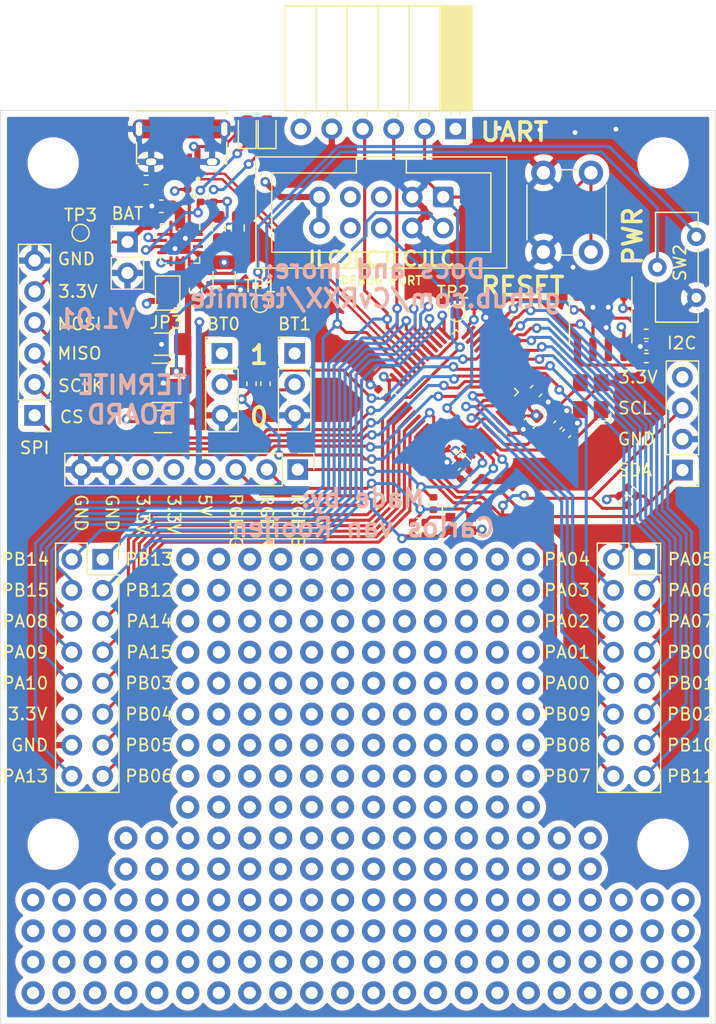
<source format=kicad_pcb>
(kicad_pcb (version 20171130) (host pcbnew 5.1.9)
  (layers (0 F.Cu signal) (1 In1.Cu signal) (2 In2.Cu signal) (31 B.Cu signal) (34 B.Paste user) (35 F.Paste user) (36 B.SilkS user) (37 F.SilkS user) (38 B.Mask user) (39 F.Mask user) (44 Edge.Cuts user))
  (net 0 "")
  (net 1 "Net-(BT1-Pad1)")
  (net 2 GND)
  (net 3 "Net-(C1-Pad1)")
  (net 4 "Net-(C2-Pad1)")
  (net 5 +3V3)
  (net 6 +5V)
  (net 7 "Net-(C12-Pad2)")
  (net 8 "Net-(D1-Pad1)")
  (net 9 "Net-(D1-Pad3)")
  (net 10 "Net-(D1-Pad2)")
  (net 11 /i2c_sda)
  (net 12 /i2c_scl)
  (net 13 /rst)
  (net 14 /uart_tx)
  (net 15 /uart_rx)
  (net 16 "Net-(J2-Pad6)")
  (net 17 /spi_sclk)
  (net 18 /spi_mosi)
  (net 19 /spi_miso)
  (net 20 /spi_cs)
  (net 21 "Net-(J4-Pad5)")
  (net 22 /swdio)
  (net 23 /swclk)
  (net 24 /RGB_R)
  (net 25 /RGB_G)
  (net 26 /RGB_B)
  (net 27 /usb_d-)
  (net 28 /usb_d+)
  (net 29 "Net-(J6-Pad4)")
  (net 30 /pa0)
  (net 31 /pa1)
  (net 32 /pa2)
  (net 33 /pa3)
  (net 34 /pa8)
  (net 35 /pa15)
  (net 36 /pb15)
  (net 37 /pb14)
  (net 38 /pb13)
  (net 39 /pb12)
  (net 40 /eeprom_sda)
  (net 41 /eeprom_scl)
  (net 42 /pb7)
  (net 43 /pb6)
  (net 44 /pb5)
  (net 45 /pb4)
  (net 46 /pb3)
  (net 47 /boot1)
  (net 48 /pb1)
  (net 49 /pb0)
  (net 50 /boot0)
  (net 51 "Net-(R1-Pad2)")
  (net 52 "Net-(R2-Pad1)")
  (net 53 "Net-(U1-Pad14)")
  (net 54 "Net-(U3-Pad4)")
  (net 55 "Net-(D2-Pad1)")
  (net 56 "Net-(D3-Pad1)")
  (net 57 "Net-(JP1-Pad2)")
  (net 58 "Net-(JP2-Pad2)")
  (net 59 "Net-(R11-Pad1)")
  (net 60 "Net-(R12-Pad2)")
  (net 61 "Net-(R13-Pad1)")
  (net 62 "Net-(SW2-Pad2)")
  (module "components:sea of holes" (layer F.Cu) (at 32.385 87.63)
    (fp_text reference REF** hide)
    (fp_text value "sea of holes")
    (pad 258 thru_hole circle (at -10.16 40.64) (size 1.9 1.9) (drill 1) (layers *.Cu *.Mask))
    (pad 257 thru_hole circle (at -10.16 38.1) (size 1.9 1.9) (drill 1) (layers *.Cu *.Mask))
    (pad 256 thru_hole circle (at -10.16 35.56) (size 1.9 1.9) (drill 1) (layers *.Cu *.Mask))
    (pad 255 thru_hole circle (at -10.16 33.02) (size 1.9 1.9) (drill 1) (layers *.Cu *.Mask))
    (pad 252 thru_hole circle (at 43.18 40.64) (size 1.9 1.9) (drill 1) (layers *.Cu *.Mask))
    (pad 251 thru_hole circle (at 43.18 38.1) (size 1.9 1.9) (drill 1) (layers *.Cu *.Mask))
    (pad 250 thru_hole circle (at 43.18 35.56) (size 1.9 1.9) (drill 1) (layers *.Cu *.Mask))
    (pad 249 thru_hole circle (at 43.18 33.02) (size 1.9 1.9) (drill 1) (layers *.Cu *.Mask))
    (pad 2 thru_hole circle (at 2.54 5.08) (size 1.9 1.9) (drill 1) (layers *.Cu *.Mask))
    (pad 3 thru_hole circle (at 5.08 5.08) (size 1.9 1.9) (drill 1) (layers *.Cu *.Mask))
    (pad 4 thru_hole circle (at 7.62 5.08) (size 1.9 1.9) (drill 1) (layers *.Cu *.Mask))
    (pad 5 thru_hole circle (at 10.16 5.08) (size 1.9 1.9) (drill 1) (layers *.Cu *.Mask))
    (pad 6 thru_hole circle (at 12.7 5.08) (size 1.9 1.9) (drill 1) (layers *.Cu *.Mask))
    (pad 7 thru_hole circle (at 15.24 5.08) (size 1.9 1.9) (drill 1) (layers *.Cu *.Mask))
    (pad 8 thru_hole circle (at 17.78 5.08) (size 1.9 1.9) (drill 1) (layers *.Cu *.Mask))
    (pad 9 thru_hole circle (at 20.32 5.08) (size 1.9 1.9) (drill 1) (layers *.Cu *.Mask))
    (pad 10 thru_hole circle (at 22.86 5.08) (size 1.9 1.9) (drill 1) (layers *.Cu *.Mask))
    (pad 11 thru_hole circle (at 25.4 5.08) (size 1.9 1.9) (drill 1) (layers *.Cu *.Mask))
    (pad 12 thru_hole circle (at 27.94 5.08) (size 1.9 1.9) (drill 1) (layers *.Cu *.Mask))
    (pad 13 thru_hole circle (at 30.48 5.08) (size 1.9 1.9) (drill 1) (layers *.Cu *.Mask))
    (pad 16 thru_hole circle (at 2.54 7.62) (size 1.9 1.9) (drill 1) (layers *.Cu *.Mask))
    (pad 17 thru_hole circle (at 5.08 7.62) (size 1.9 1.9) (drill 1) (layers *.Cu *.Mask))
    (pad 18 thru_hole circle (at 7.62 7.62) (size 1.9 1.9) (drill 1) (layers *.Cu *.Mask))
    (pad 19 thru_hole circle (at 10.16 7.62) (size 1.9 1.9) (drill 1) (layers *.Cu *.Mask))
    (pad 20 thru_hole circle (at 12.7 7.62) (size 1.9 1.9) (drill 1) (layers *.Cu *.Mask))
    (pad 21 thru_hole circle (at 15.24 7.62) (size 1.9 1.9) (drill 1) (layers *.Cu *.Mask))
    (pad 22 thru_hole circle (at 17.78 7.62) (size 1.9 1.9) (drill 1) (layers *.Cu *.Mask))
    (pad 23 thru_hole circle (at 20.32 7.62) (size 1.9 1.9) (drill 1) (layers *.Cu *.Mask))
    (pad 24 thru_hole circle (at 22.86 7.62) (size 1.9 1.9) (drill 1) (layers *.Cu *.Mask))
    (pad 25 thru_hole circle (at 25.4 7.62) (size 1.9 1.9) (drill 1) (layers *.Cu *.Mask))
    (pad 26 thru_hole circle (at 27.94 7.62) (size 1.9 1.9) (drill 1) (layers *.Cu *.Mask))
    (pad 27 thru_hole circle (at 30.48 7.62) (size 1.9 1.9) (drill 1) (layers *.Cu *.Mask))
    (pad 30 thru_hole circle (at 2.54 10.16) (size 1.9 1.9) (drill 1) (layers *.Cu *.Mask))
    (pad 31 thru_hole circle (at 5.08 10.16) (size 1.9 1.9) (drill 1) (layers *.Cu *.Mask))
    (pad 32 thru_hole circle (at 7.62 10.16) (size 1.9 1.9) (drill 1) (layers *.Cu *.Mask))
    (pad 33 thru_hole circle (at 10.16 10.16) (size 1.9 1.9) (drill 1) (layers *.Cu *.Mask))
    (pad 34 thru_hole circle (at 12.7 10.16) (size 1.9 1.9) (drill 1) (layers *.Cu *.Mask))
    (pad 35 thru_hole circle (at 15.24 10.16) (size 1.9 1.9) (drill 1) (layers *.Cu *.Mask))
    (pad 36 thru_hole circle (at 17.78 10.16) (size 1.9 1.9) (drill 1) (layers *.Cu *.Mask))
    (pad 37 thru_hole circle (at 20.32 10.16) (size 1.9 1.9) (drill 1) (layers *.Cu *.Mask))
    (pad 38 thru_hole circle (at 22.86 10.16) (size 1.9 1.9) (drill 1) (layers *.Cu *.Mask))
    (pad 39 thru_hole circle (at 25.4 10.16) (size 1.9 1.9) (drill 1) (layers *.Cu *.Mask))
    (pad 40 thru_hole circle (at 27.94 10.16) (size 1.9 1.9) (drill 1) (layers *.Cu *.Mask))
    (pad 41 thru_hole circle (at 30.48 10.16) (size 1.9 1.9) (drill 1) (layers *.Cu *.Mask))
    (pad 44 thru_hole circle (at 2.54 12.7) (size 1.9 1.9) (drill 1) (layers *.Cu *.Mask))
    (pad 45 thru_hole circle (at 5.08 12.7) (size 1.9 1.9) (drill 1) (layers *.Cu *.Mask))
    (pad 46 thru_hole circle (at 7.62 12.7) (size 1.9 1.9) (drill 1) (layers *.Cu *.Mask))
    (pad 47 thru_hole circle (at 10.16 12.7) (size 1.9 1.9) (drill 1) (layers *.Cu *.Mask))
    (pad 48 thru_hole circle (at 12.7 12.7) (size 1.9 1.9) (drill 1) (layers *.Cu *.Mask))
    (pad 49 thru_hole circle (at 15.24 12.7) (size 1.9 1.9) (drill 1) (layers *.Cu *.Mask))
    (pad 50 thru_hole circle (at 17.78 12.7) (size 1.9 1.9) (drill 1) (layers *.Cu *.Mask))
    (pad 51 thru_hole circle (at 20.32 12.7) (size 1.9 1.9) (drill 1) (layers *.Cu *.Mask))
    (pad 52 thru_hole circle (at 22.86 12.7) (size 1.9 1.9) (drill 1) (layers *.Cu *.Mask))
    (pad 53 thru_hole circle (at 25.4 12.7) (size 1.9 1.9) (drill 1) (layers *.Cu *.Mask))
    (pad 54 thru_hole circle (at 27.94 12.7) (size 1.9 1.9) (drill 1) (layers *.Cu *.Mask))
    (pad 55 thru_hole circle (at 30.48 12.7) (size 1.9 1.9) (drill 1) (layers *.Cu *.Mask))
    (pad 58 thru_hole circle (at 2.54 15.24) (size 1.9 1.9) (drill 1) (layers *.Cu *.Mask))
    (pad 59 thru_hole circle (at 5.08 15.24) (size 1.9 1.9) (drill 1) (layers *.Cu *.Mask))
    (pad 60 thru_hole circle (at 7.62 15.24) (size 1.9 1.9) (drill 1) (layers *.Cu *.Mask))
    (pad 61 thru_hole circle (at 10.16 15.24) (size 1.9 1.9) (drill 1) (layers *.Cu *.Mask))
    (pad 62 thru_hole circle (at 12.7 15.24) (size 1.9 1.9) (drill 1) (layers *.Cu *.Mask))
    (pad 63 thru_hole circle (at 15.24 15.24) (size 1.9 1.9) (drill 1) (layers *.Cu *.Mask))
    (pad 64 thru_hole circle (at 17.78 15.24) (size 1.9 1.9) (drill 1) (layers *.Cu *.Mask))
    (pad 65 thru_hole circle (at 20.32 15.24) (size 1.9 1.9) (drill 1) (layers *.Cu *.Mask))
    (pad 66 thru_hole circle (at 22.86 15.24) (size 1.9 1.9) (drill 1) (layers *.Cu *.Mask))
    (pad 67 thru_hole circle (at 25.4 15.24) (size 1.9 1.9) (drill 1) (layers *.Cu *.Mask))
    (pad 68 thru_hole circle (at 27.94 15.24) (size 1.9 1.9) (drill 1) (layers *.Cu *.Mask))
    (pad 69 thru_hole circle (at 30.48 15.24) (size 1.9 1.9) (drill 1) (layers *.Cu *.Mask))
    (pad 72 thru_hole circle (at 2.54 17.78) (size 1.9 1.9) (drill 1) (layers *.Cu *.Mask))
    (pad 73 thru_hole circle (at 5.08 17.78) (size 1.9 1.9) (drill 1) (layers *.Cu *.Mask))
    (pad 74 thru_hole circle (at 7.62 17.78) (size 1.9 1.9) (drill 1) (layers *.Cu *.Mask))
    (pad 75 thru_hole circle (at 10.16 17.78) (size 1.9 1.9) (drill 1) (layers *.Cu *.Mask))
    (pad 76 thru_hole circle (at 12.7 17.78) (size 1.9 1.9) (drill 1) (layers *.Cu *.Mask))
    (pad 77 thru_hole circle (at 15.24 17.78) (size 1.9 1.9) (drill 1) (layers *.Cu *.Mask))
    (pad 78 thru_hole circle (at 17.78 17.78) (size 1.9 1.9) (drill 1) (layers *.Cu *.Mask))
    (pad 79 thru_hole circle (at 20.32 17.78) (size 1.9 1.9) (drill 1) (layers *.Cu *.Mask))
    (pad 80 thru_hole circle (at 22.86 17.78) (size 1.9 1.9) (drill 1) (layers *.Cu *.Mask))
    (pad 81 thru_hole circle (at 25.4 17.78) (size 1.9 1.9) (drill 1) (layers *.Cu *.Mask))
    (pad 82 thru_hole circle (at 27.94 17.78) (size 1.9 1.9) (drill 1) (layers *.Cu *.Mask))
    (pad 83 thru_hole circle (at 30.48 17.78) (size 1.9 1.9) (drill 1) (layers *.Cu *.Mask))
    (pad 86 thru_hole circle (at 2.54 20.32) (size 1.9 1.9) (drill 1) (layers *.Cu *.Mask))
    (pad 87 thru_hole circle (at 5.08 20.32) (size 1.9 1.9) (drill 1) (layers *.Cu *.Mask))
    (pad 88 thru_hole circle (at 7.62 20.32) (size 1.9 1.9) (drill 1) (layers *.Cu *.Mask))
    (pad 89 thru_hole circle (at 10.16 20.32) (size 1.9 1.9) (drill 1) (layers *.Cu *.Mask))
    (pad 90 thru_hole circle (at 12.7 20.32) (size 1.9 1.9) (drill 1) (layers *.Cu *.Mask))
    (pad 91 thru_hole circle (at 15.24 20.32) (size 1.9 1.9) (drill 1) (layers *.Cu *.Mask))
    (pad 92 thru_hole circle (at 17.78 20.32) (size 1.9 1.9) (drill 1) (layers *.Cu *.Mask))
    (pad 93 thru_hole circle (at 20.32 20.32) (size 1.9 1.9) (drill 1) (layers *.Cu *.Mask))
    (pad 94 thru_hole circle (at 22.86 20.32) (size 1.9 1.9) (drill 1) (layers *.Cu *.Mask))
    (pad 95 thru_hole circle (at 25.4 20.32) (size 1.9 1.9) (drill 1) (layers *.Cu *.Mask))
    (pad 96 thru_hole circle (at 27.94 20.32) (size 1.9 1.9) (drill 1) (layers *.Cu *.Mask))
    (pad 97 thru_hole circle (at 30.48 20.32) (size 1.9 1.9) (drill 1) (layers *.Cu *.Mask))
    (pad 100 thru_hole circle (at 2.54 22.86) (size 1.9 1.9) (drill 1) (layers *.Cu *.Mask))
    (pad 101 thru_hole circle (at 5.08 22.86) (size 1.9 1.9) (drill 1) (layers *.Cu *.Mask))
    (pad 102 thru_hole circle (at 7.62 22.86) (size 1.9 1.9) (drill 1) (layers *.Cu *.Mask))
    (pad 103 thru_hole circle (at 10.16 22.86) (size 1.9 1.9) (drill 1) (layers *.Cu *.Mask))
    (pad 104 thru_hole circle (at 12.7 22.86) (size 1.9 1.9) (drill 1) (layers *.Cu *.Mask))
    (pad 105 thru_hole circle (at 15.24 22.86) (size 1.9 1.9) (drill 1) (layers *.Cu *.Mask))
    (pad 106 thru_hole circle (at 17.78 22.86) (size 1.9 1.9) (drill 1) (layers *.Cu *.Mask))
    (pad 107 thru_hole circle (at 20.32 22.86) (size 1.9 1.9) (drill 1) (layers *.Cu *.Mask))
    (pad 108 thru_hole circle (at 22.86 22.86) (size 1.9 1.9) (drill 1) (layers *.Cu *.Mask))
    (pad 109 thru_hole circle (at 25.4 22.86) (size 1.9 1.9) (drill 1) (layers *.Cu *.Mask))
    (pad 110 thru_hole circle (at 27.94 22.86) (size 1.9 1.9) (drill 1) (layers *.Cu *.Mask))
    (pad 111 thru_hole circle (at 30.48 22.86) (size 1.9 1.9) (drill 1) (layers *.Cu *.Mask))
    (pad 114 thru_hole circle (at 2.54 25.4) (size 1.9 1.9) (drill 1) (layers *.Cu *.Mask))
    (pad 115 thru_hole circle (at 5.08 25.4) (size 1.9 1.9) (drill 1) (layers *.Cu *.Mask))
    (pad 116 thru_hole circle (at 7.62 25.4) (size 1.9 1.9) (drill 1) (layers *.Cu *.Mask))
    (pad 117 thru_hole circle (at 10.16 25.4) (size 1.9 1.9) (drill 1) (layers *.Cu *.Mask))
    (pad 118 thru_hole circle (at 12.7 25.4) (size 1.9 1.9) (drill 1) (layers *.Cu *.Mask))
    (pad 119 thru_hole circle (at 15.24 25.4) (size 1.9 1.9) (drill 1) (layers *.Cu *.Mask))
    (pad 120 thru_hole circle (at 17.78 25.4) (size 1.9 1.9) (drill 1) (layers *.Cu *.Mask))
    (pad 121 thru_hole circle (at 20.32 25.4) (size 1.9 1.9) (drill 1) (layers *.Cu *.Mask))
    (pad 122 thru_hole circle (at 22.86 25.4) (size 1.9 1.9) (drill 1) (layers *.Cu *.Mask))
    (pad 123 thru_hole circle (at 25.4 25.4) (size 1.9 1.9) (drill 1) (layers *.Cu *.Mask))
    (pad 124 thru_hole circle (at 27.94 25.4) (size 1.9 1.9) (drill 1) (layers *.Cu *.Mask))
    (pad 125 thru_hole circle (at 30.48 25.4) (size 1.9 1.9) (drill 1) (layers *.Cu *.Mask))
    (pad 127 thru_hole circle (at 0 27.94) (size 1.9 1.9) (drill 1) (layers *.Cu *.Mask))
    (pad 128 thru_hole circle (at 2.54 27.94) (size 1.9 1.9) (drill 1) (layers *.Cu *.Mask))
    (pad 129 thru_hole circle (at 5.08 27.94) (size 1.9 1.9) (drill 1) (layers *.Cu *.Mask))
    (pad 130 thru_hole circle (at 7.62 27.94) (size 1.9 1.9) (drill 1) (layers *.Cu *.Mask))
    (pad 131 thru_hole circle (at 10.16 27.94) (size 1.9 1.9) (drill 1) (layers *.Cu *.Mask))
    (pad 132 thru_hole circle (at 12.7 27.94) (size 1.9 1.9) (drill 1) (layers *.Cu *.Mask))
    (pad 133 thru_hole circle (at 15.24 27.94) (size 1.9 1.9) (drill 1) (layers *.Cu *.Mask))
    (pad 134 thru_hole circle (at 17.78 27.94) (size 1.9 1.9) (drill 1) (layers *.Cu *.Mask))
    (pad 135 thru_hole circle (at 20.32 27.94) (size 1.9 1.9) (drill 1) (layers *.Cu *.Mask))
    (pad 136 thru_hole circle (at 22.86 27.94) (size 1.9 1.9) (drill 1) (layers *.Cu *.Mask))
    (pad 137 thru_hole circle (at 25.4 27.94) (size 1.9 1.9) (drill 1) (layers *.Cu *.Mask))
    (pad 138 thru_hole circle (at 27.94 27.94) (size 1.9 1.9) (drill 1) (layers *.Cu *.Mask))
    (pad 139 thru_hole circle (at 30.48 27.94) (size 1.9 1.9) (drill 1) (layers *.Cu *.Mask))
    (pad 141 thru_hole circle (at 0 30.48) (size 1.9 1.9) (drill 1) (layers *.Cu *.Mask))
    (pad 142 thru_hole circle (at 2.54 30.48) (size 1.9 1.9) (drill 1) (layers *.Cu *.Mask))
    (pad 143 thru_hole circle (at 5.08 30.48) (size 1.9 1.9) (drill 1) (layers *.Cu *.Mask))
    (pad 144 thru_hole circle (at 7.62 30.48) (size 1.9 1.9) (drill 1) (layers *.Cu *.Mask))
    (pad 145 thru_hole circle (at 10.16 30.48) (size 1.9 1.9) (drill 1) (layers *.Cu *.Mask))
    (pad 146 thru_hole circle (at 12.7 30.48) (size 1.9 1.9) (drill 1) (layers *.Cu *.Mask))
    (pad 147 thru_hole circle (at 15.24 30.48) (size 1.9 1.9) (drill 1) (layers *.Cu *.Mask))
    (pad 148 thru_hole circle (at 17.78 30.48) (size 1.9 1.9) (drill 1) (layers *.Cu *.Mask))
    (pad 149 thru_hole circle (at 20.32 30.48) (size 1.9 1.9) (drill 1) (layers *.Cu *.Mask))
    (pad 150 thru_hole circle (at 22.86 30.48) (size 1.9 1.9) (drill 1) (layers *.Cu *.Mask))
    (pad 151 thru_hole circle (at 25.4 30.48) (size 1.9 1.9) (drill 1) (layers *.Cu *.Mask))
    (pad 152 thru_hole circle (at 27.94 30.48) (size 1.9 1.9) (drill 1) (layers *.Cu *.Mask))
    (pad 153 thru_hole circle (at 30.48 30.48) (size 1.9 1.9) (drill 1) (layers *.Cu *.Mask))
    (pad 154 thru_hole circle (at 33.02 30.48) (size 1.9 1.9) (drill 1) (layers *.Cu *.Mask))
    (pad 155 thru_hole circle (at 0 33.02) (size 1.9 1.9) (drill 1) (layers *.Cu *.Mask))
    (pad 156 thru_hole circle (at 2.54 33.02) (size 1.9 1.9) (drill 1) (layers *.Cu *.Mask))
    (pad 157 thru_hole circle (at 5.08 33.02) (size 1.9 1.9) (drill 1) (layers *.Cu *.Mask))
    (pad 158 thru_hole circle (at 7.62 33.02) (size 1.9 1.9) (drill 1) (layers *.Cu *.Mask))
    (pad 159 thru_hole circle (at 10.16 33.02) (size 1.9 1.9) (drill 1) (layers *.Cu *.Mask))
    (pad 160 thru_hole circle (at 12.7 33.02) (size 1.9 1.9) (drill 1) (layers *.Cu *.Mask))
    (pad 161 thru_hole circle (at 15.24 33.02) (size 1.9 1.9) (drill 1) (layers *.Cu *.Mask))
    (pad 162 thru_hole circle (at 17.78 33.02) (size 1.9 1.9) (drill 1) (layers *.Cu *.Mask))
    (pad 163 thru_hole circle (at 20.32 33.02) (size 1.9 1.9) (drill 1) (layers *.Cu *.Mask))
    (pad 164 thru_hole circle (at 22.86 33.02) (size 1.9 1.9) (drill 1) (layers *.Cu *.Mask))
    (pad 165 thru_hole circle (at 25.4 33.02) (size 1.9 1.9) (drill 1) (layers *.Cu *.Mask))
    (pad 166 thru_hole circle (at 27.94 33.02) (size 1.9 1.9) (drill 1) (layers *.Cu *.Mask))
    (pad 167 thru_hole circle (at 30.48 33.02) (size 1.9 1.9) (drill 1) (layers *.Cu *.Mask))
    (pad 168 thru_hole circle (at 33.02 33.02) (size 1.9 1.9) (drill 1) (layers *.Cu *.Mask))
    (pad 169 thru_hole circle (at 0 35.56) (size 1.9 1.9) (drill 1) (layers *.Cu *.Mask))
    (pad 170 thru_hole circle (at 2.54 35.56) (size 1.9 1.9) (drill 1) (layers *.Cu *.Mask))
    (pad 171 thru_hole circle (at 5.08 35.56) (size 1.9 1.9) (drill 1) (layers *.Cu *.Mask))
    (pad 172 thru_hole circle (at 7.62 35.56) (size 1.9 1.9) (drill 1) (layers *.Cu *.Mask))
    (pad 173 thru_hole circle (at 10.16 35.56) (size 1.9 1.9) (drill 1) (layers *.Cu *.Mask))
    (pad 174 thru_hole circle (at 12.7 35.56) (size 1.9 1.9) (drill 1) (layers *.Cu *.Mask))
    (pad 175 thru_hole circle (at 15.24 35.56) (size 1.9 1.9) (drill 1) (layers *.Cu *.Mask))
    (pad 176 thru_hole circle (at 17.78 35.56) (size 1.9 1.9) (drill 1) (layers *.Cu *.Mask))
    (pad 177 thru_hole circle (at 20.32 35.56) (size 1.9 1.9) (drill 1) (layers *.Cu *.Mask))
    (pad 178 thru_hole circle (at 22.86 35.56) (size 1.9 1.9) (drill 1) (layers *.Cu *.Mask))
    (pad 179 thru_hole circle (at 25.4 35.56) (size 1.9 1.9) (drill 1) (layers *.Cu *.Mask))
    (pad 180 thru_hole circle (at 27.94 35.56) (size 1.9 1.9) (drill 1) (layers *.Cu *.Mask))
    (pad 181 thru_hole circle (at 30.48 35.56) (size 1.9 1.9) (drill 1) (layers *.Cu *.Mask))
    (pad 182 thru_hole circle (at 33.02 35.56) (size 1.9 1.9) (drill 1) (layers *.Cu *.Mask))
    (pad 183 thru_hole circle (at 0 38.1) (size 1.9 1.9) (drill 1) (layers *.Cu *.Mask))
    (pad 184 thru_hole circle (at 2.54 38.1) (size 1.9 1.9) (drill 1) (layers *.Cu *.Mask))
    (pad 185 thru_hole circle (at 5.08 38.1) (size 1.9 1.9) (drill 1) (layers *.Cu *.Mask))
    (pad 186 thru_hole circle (at 7.62 38.1) (size 1.9 1.9) (drill 1) (layers *.Cu *.Mask))
    (pad 187 thru_hole circle (at 10.16 38.1) (size 1.9 1.9) (drill 1) (layers *.Cu *.Mask))
    (pad 188 thru_hole circle (at 12.7 38.1) (size 1.9 1.9) (drill 1) (layers *.Cu *.Mask))
    (pad 189 thru_hole circle (at 15.24 38.1) (size 1.9 1.9) (drill 1) (layers *.Cu *.Mask))
    (pad 190 thru_hole circle (at 17.78 38.1) (size 1.9 1.9) (drill 1) (layers *.Cu *.Mask))
    (pad 191 thru_hole circle (at 20.32 38.1) (size 1.9 1.9) (drill 1) (layers *.Cu *.Mask))
    (pad 192 thru_hole circle (at 22.86 38.1) (size 1.9 1.9) (drill 1) (layers *.Cu *.Mask))
    (pad 193 thru_hole circle (at 25.4 38.1) (size 1.9 1.9) (drill 1) (layers *.Cu *.Mask))
    (pad 194 thru_hole circle (at 27.94 38.1) (size 1.9 1.9) (drill 1) (layers *.Cu *.Mask))
    (pad 195 thru_hole circle (at 30.48 38.1) (size 1.9 1.9) (drill 1) (layers *.Cu *.Mask))
    (pad 196 thru_hole circle (at 33.02 38.1) (size 1.9 1.9) (drill 1) (layers *.Cu *.Mask))
    (pad 197 thru_hole circle (at 0 40.64) (size 1.9 1.9) (drill 1) (layers *.Cu *.Mask))
    (pad 198 thru_hole circle (at 2.54 40.64) (size 1.9 1.9) (drill 1) (layers *.Cu *.Mask))
    (pad 199 thru_hole circle (at 5.08 40.64) (size 1.9 1.9) (drill 1) (layers *.Cu *.Mask))
    (pad 200 thru_hole circle (at 7.62 40.64) (size 1.9 1.9) (drill 1) (layers *.Cu *.Mask))
    (pad 201 thru_hole circle (at 10.16 40.64) (size 1.9 1.9) (drill 1) (layers *.Cu *.Mask))
    (pad 202 thru_hole circle (at 12.7 40.64) (size 1.9 1.9) (drill 1) (layers *.Cu *.Mask))
    (pad 203 thru_hole circle (at 15.24 40.64) (size 1.9 1.9) (drill 1) (layers *.Cu *.Mask))
    (pad 204 thru_hole circle (at 17.78 40.64) (size 1.9 1.9) (drill 1) (layers *.Cu *.Mask))
    (pad 205 thru_hole circle (at 20.32 40.64) (size 1.9 1.9) (drill 1) (layers *.Cu *.Mask))
    (pad 206 thru_hole circle (at 22.86 40.64) (size 1.9 1.9) (drill 1) (layers *.Cu *.Mask))
    (pad 207 thru_hole circle (at 25.4 40.64) (size 1.9 1.9) (drill 1) (layers *.Cu *.Mask))
    (pad 208 thru_hole circle (at 27.94 40.64) (size 1.9 1.9) (drill 1) (layers *.Cu *.Mask))
    (pad 209 thru_hole circle (at 30.48 40.64) (size 1.9 1.9) (drill 1) (layers *.Cu *.Mask))
    (pad 210 thru_hole circle (at 33.02 40.64) (size 1.9 1.9) (drill 1) (layers *.Cu *.Mask))
    (pad 140 thru_hole circle (at 35.56 30.48) (size 1.9 1.9) (drill 1) (layers *.Cu *.Mask))
    (pad 211 thru_hole circle (at 35.56 33.02) (size 1.9 1.9) (drill 1) (layers *.Cu *.Mask))
    (pad 212 thru_hole circle (at 35.56 35.56) (size 1.9 1.9) (drill 1) (layers *.Cu *.Mask))
    (pad 213 thru_hole circle (at 35.56 38.1) (size 1.9 1.9) (drill 1) (layers *.Cu *.Mask))
    (pad 214 thru_hole circle (at 35.56 40.64) (size 1.9 1.9) (drill 1) (layers *.Cu *.Mask))
    (pad 215 thru_hole circle (at 38.1 40.64) (size 1.9 1.9) (drill 1) (layers *.Cu *.Mask))
    (pad 216 thru_hole circle (at 38.1 38.1) (size 1.9 1.9) (drill 1) (layers *.Cu *.Mask))
    (pad 217 thru_hole circle (at 38.1 35.56) (size 1.9 1.9) (drill 1) (layers *.Cu *.Mask))
    (pad 218 thru_hole circle (at 38.1 33.02) (size 1.9 1.9) (drill 1) (layers *.Cu *.Mask))
    (pad 221 thru_hole circle (at 40.64 33.02) (size 1.9 1.9) (drill 1) (layers *.Cu *.Mask))
    (pad 222 thru_hole circle (at 40.64 35.56) (size 1.9 1.9) (drill 1) (layers *.Cu *.Mask))
    (pad 223 thru_hole circle (at 40.64 38.1) (size 1.9 1.9) (drill 1) (layers *.Cu *.Mask))
    (pad 224 thru_hole circle (at 40.64 40.64) (size 1.9 1.9) (drill 1) (layers *.Cu *.Mask))
    (pad 225 thru_hole circle (at -2.54 27.94) (size 1.9 1.9) (drill 1) (layers *.Cu *.Mask))
    (pad 228 thru_hole circle (at 33.02 27.94) (size 1.9 1.9) (drill 1) (layers *.Cu *.Mask))
    (pad 229 thru_hole circle (at 35.56 27.94) (size 1.9 1.9) (drill 1) (layers *.Cu *.Mask))
    (pad 234 thru_hole circle (at -7.62 33.02) (size 1.9 1.9) (drill 1) (layers *.Cu *.Mask))
    (pad 235 thru_hole circle (at -7.62 35.56) (size 1.9 1.9) (drill 1) (layers *.Cu *.Mask))
    (pad 236 thru_hole circle (at -7.62 38.1) (size 1.9 1.9) (drill 1) (layers *.Cu *.Mask))
    (pad 237 thru_hole circle (at -7.62 40.64) (size 1.9 1.9) (drill 1) (layers *.Cu *.Mask))
    (pad 238 thru_hole circle (at -5.08 40.64) (size 1.9 1.9) (drill 1) (layers *.Cu *.Mask))
    (pad 239 thru_hole circle (at -2.54 40.64) (size 1.9 1.9) (drill 1) (layers *.Cu *.Mask))
    (pad 240 thru_hole circle (at -2.54 38.1) (size 1.9 1.9) (drill 1) (layers *.Cu *.Mask))
    (pad 241 thru_hole circle (at -2.54 35.56) (size 1.9 1.9) (drill 1) (layers *.Cu *.Mask))
    (pad 242 thru_hole circle (at -2.54 33.02) (size 1.9 1.9) (drill 1) (layers *.Cu *.Mask))
    (pad 243 thru_hole circle (at -2.54 30.48) (size 1.9 1.9) (drill 1) (layers *.Cu *.Mask))
    (pad 245 thru_hole circle (at -5.08 33.02) (size 1.9 1.9) (drill 1) (layers *.Cu *.Mask))
    (pad 246 thru_hole circle (at -5.08 35.56) (size 1.9 1.9) (drill 1) (layers *.Cu *.Mask))
    (pad 247 thru_hole circle (at -5.08 38.1) (size 1.9 1.9) (drill 1) (layers *.Cu *.Mask))
  )
  (module Package_QFP:LQFP-48_7x7mm_P0.5mm (layer F.Cu) (at 56.9468 78.994 135)
    (fp_text reference U2 hide)
    (fp_text value STM32F103C8Tx)
    (pad 1 smd roundrect (at -4.1625 -2.75 135) (size 1.475 0.3) (layers F.Cu F.Paste F.Mask) (net 5 +3V3))
    (pad 2 smd roundrect (at -4.1625 -2.25 135) (size 1.475 0.3) (layers F.Cu F.Paste F.Mask) (net 26 /RGB_B))
    (pad 3 smd roundrect (at -4.1625 -1.75 135) (size 1.475 0.3) (layers F.Cu F.Paste F.Mask) (net 24 /RGB_R))
    (pad 4 smd roundrect (at -4.1625 -1.25 135) (size 1.475 0.3) (layers F.Cu F.Paste F.Mask) (net 25 /RGB_G))
    (pad 5 smd roundrect (at -4.1625 -0.75 135) (size 1.475 0.3) (layers F.Cu F.Paste F.Mask) (net 3 "Net-(C1-Pad1)"))
    (pad 6 smd roundrect (at -4.1625 -0.25 135) (size 1.475 0.3) (layers F.Cu F.Paste F.Mask) (net 4 "Net-(C2-Pad1)"))
    (pad 7 smd roundrect (at -4.1625 0.25 135) (size 1.475 0.3) (layers F.Cu F.Paste F.Mask) (net 13 /rst))
    (pad 8 smd roundrect (at -4.1625 0.75 135) (size 1.475 0.3) (layers F.Cu F.Paste F.Mask) (net 2 GND))
    (pad 9 smd roundrect (at -4.1625 1.25 135) (size 1.475 0.3) (layers F.Cu F.Paste F.Mask) (net 5 +3V3))
    (pad 10 smd roundrect (at -4.1625 1.75 135) (size 1.475 0.3) (layers F.Cu F.Paste F.Mask) (net 30 /pa0))
    (pad 11 smd roundrect (at -4.1625 2.25 135) (size 1.475 0.3) (layers F.Cu F.Paste F.Mask) (net 31 /pa1))
    (pad 12 smd roundrect (at -4.1625 2.75 135) (size 1.475 0.3) (layers F.Cu F.Paste F.Mask) (net 32 /pa2))
    (pad 13 smd roundrect (at -2.75 4.1625 135) (size 0.3 1.475) (layers F.Cu F.Paste F.Mask) (net 33 /pa3))
    (pad 14 smd roundrect (at -2.25 4.1625 135) (size 0.3 1.475) (layers F.Cu F.Paste F.Mask) (net 20 /spi_cs))
    (pad 15 smd roundrect (at -1.75 4.1625 135) (size 0.3 1.475) (layers F.Cu F.Paste F.Mask) (net 17 /spi_sclk))
    (pad 16 smd roundrect (at -1.25 4.1625 135) (size 0.3 1.475) (layers F.Cu F.Paste F.Mask) (net 19 /spi_miso))
    (pad 17 smd roundrect (at -0.75 4.1625 135) (size 0.3 1.475) (layers F.Cu F.Paste F.Mask) (net 18 /spi_mosi))
    (pad 18 smd roundrect (at -0.25 4.1625 135) (size 0.3 1.475) (layers F.Cu F.Paste F.Mask) (net 49 /pb0))
    (pad 19 smd roundrect (at 0.25 4.1625 135) (size 0.3 1.475) (layers F.Cu F.Paste F.Mask) (net 48 /pb1))
    (pad 20 smd roundrect (at 0.75 4.1625 135) (size 0.3 1.475) (layers F.Cu F.Paste F.Mask) (net 47 /boot1))
    (pad 21 smd roundrect (at 1.25 4.1625 135) (size 0.3 1.475) (layers F.Cu F.Paste F.Mask) (net 41 /eeprom_scl))
    (pad 22 smd roundrect (at 1.75 4.1625 135) (size 0.3 1.475) (layers F.Cu F.Paste F.Mask) (net 40 /eeprom_sda))
    (pad 23 smd roundrect (at 2.25 4.1625 135) (size 0.3 1.475) (layers F.Cu F.Paste F.Mask) (net 2 GND))
    (pad 24 smd roundrect (at 2.75 4.1625 135) (size 0.3 1.475) (layers F.Cu F.Paste F.Mask) (net 5 +3V3))
    (pad 25 smd roundrect (at 4.1625 2.75 135) (size 1.475 0.3) (layers F.Cu F.Paste F.Mask) (net 39 /pb12))
    (pad 26 smd roundrect (at 4.1625 2.25 135) (size 1.475 0.3) (layers F.Cu F.Paste F.Mask) (net 38 /pb13))
    (pad 27 smd roundrect (at 4.1625 1.75 135) (size 1.475 0.3) (layers F.Cu F.Paste F.Mask) (net 37 /pb14))
    (pad 28 smd roundrect (at 4.1625 1.25 135) (size 1.475 0.3) (layers F.Cu F.Paste F.Mask) (net 36 /pb15))
    (pad 29 smd roundrect (at 4.1625 0.75 135) (size 1.475 0.3) (layers F.Cu F.Paste F.Mask) (net 34 /pa8))
    (pad 30 smd roundrect (at 4.1625 0.25 135) (size 1.475 0.3) (layers F.Cu F.Paste F.Mask) (net 14 /uart_tx))
    (pad 31 smd roundrect (at 4.1625 -0.25 135) (size 1.475 0.3) (layers F.Cu F.Paste F.Mask) (net 15 /uart_rx))
    (pad 32 smd roundrect (at 4.1625 -0.75 135) (size 1.475 0.3) (layers F.Cu F.Paste F.Mask) (net 27 /usb_d-))
    (pad 33 smd roundrect (at 4.1625 -1.25 135) (size 1.475 0.3) (layers F.Cu F.Paste F.Mask) (net 28 /usb_d+))
    (pad 34 smd roundrect (at 4.1625 -1.75 135) (size 1.475 0.3) (layers F.Cu F.Paste F.Mask) (net 22 /swdio))
    (pad 35 smd roundrect (at 4.1625 -2.25 135) (size 1.475 0.3) (layers F.Cu F.Paste F.Mask) (net 2 GND))
    (pad 36 smd roundrect (at 4.1625 -2.75 135) (size 1.475 0.3) (layers F.Cu F.Paste F.Mask) (net 5 +3V3))
    (pad 37 smd roundrect (at 2.75 -4.1625 135) (size 0.3 1.475) (layers F.Cu F.Paste F.Mask) (net 23 /swclk))
    (pad 38 smd roundrect (at 2.25 -4.1625 135) (size 0.3 1.475) (layers F.Cu F.Paste F.Mask) (net 35 /pa15))
    (pad 39 smd roundrect (at 1.75 -4.1625 135) (size 0.3 1.475) (layers F.Cu F.Paste F.Mask) (net 46 /pb3))
    (pad 40 smd roundrect (at 1.25 -4.1625 135) (size 0.3 1.475) (layers F.Cu F.Paste F.Mask) (net 45 /pb4))
    (pad 41 smd roundrect (at 0.75 -4.1625 135) (size 0.3 1.475) (layers F.Cu F.Paste F.Mask) (net 44 /pb5))
    (pad 42 smd roundrect (at 0.25 -4.1625 135) (size 0.3 1.475) (layers F.Cu F.Paste F.Mask) (net 43 /pb6))
    (pad 43 smd roundrect (at -0.25 -4.1625 135) (size 0.3 1.475) (layers F.Cu F.Paste F.Mask) (net 42 /pb7))
    (pad 44 smd roundrect (at -0.75 -4.1625 135) (size 0.3 1.475) (layers F.Cu F.Paste F.Mask) (net 50 /boot0))
    (pad 45 smd roundrect (at -1.25 -4.1625 135) (size 0.3 1.475) (layers F.Cu F.Paste F.Mask) (net 12 /i2c_scl))
    (pad 46 smd roundrect (at -1.75 -4.1625 135) (size 0.3 1.475) (layers F.Cu F.Paste F.Mask) (net 11 /i2c_sda))
    (pad 47 smd roundrect (at -2.25 -4.1625 135) (size 0.3 1.475) (layers F.Cu F.Paste F.Mask) (net 2 GND))
    (pad 48 smd roundrect (at -2.75 -4.1625 135) (size 0.3 1.475) (layers F.Cu F.Paste F.Mask) (net 5 +3V3))
  )
  (module Capacitor_SMD:C_0402_1005Metric (layer F.Cu) (at 50.9 79.1 135)
    (fp_text reference C6 hide)
    (fp_text value 100nF)
    (pad 1 smd roundrect (at -0.48 0 135) (size 0.56 0.62) (layers F.Cu F.Paste F.Mask) (net 5 +3V3))
    (pad 2 smd roundrect (at 0.48 0 135) (size 0.56 0.62) (layers F.Cu F.Paste F.Mask) (net 2 GND))
  )
  (module TestPoint:TestPoint_Pad_D1.0mm (layer F.Cu) (at 26.125 65.925)
    (fp_text reference TP3 (at 0 -1.448) (layer F.SilkS))
    (fp_text value batvoltage)
    (pad 1 smd circle (at 0 0) (size 1 1) (layers F.Cu F.Mask) (net 1 "Net-(BT1-Pad1)"))
  )
  (module TestPoint:TestPoint_Pad_D1.0mm (layer F.Cu) (at 56.9976 72.4916)
    (fp_text reference TP2 (at -0.2976 -1.6916) (layer F.SilkS))
    (fp_text value clockTestingPoint)
    (pad 1 smd circle (at 0 0) (size 1 1) (layers F.Cu F.Mask) (net 34 /pa8))
  )
  (module TestPoint:TestPoint_Pad_D1.0mm (layer F.Cu) (at 40.85 71.75)
    (fp_text reference TP1 (at 0 -1.448) (layer F.SilkS))
    (fp_text value chargerOutput)
    (pad 1 smd circle (at 0 0) (size 1 1) (layers F.Cu F.Mask) (net 7 "Net-(C12-Pad2)"))
  )
  (module components:K301235D (layer F.Cu) (at 75.05 68.75 90)
    (fp_text reference SW2 (at 0.381 0.254 90) (layer F.SilkS))
    (fp_text value pw_sw)
    (pad 2 thru_hole circle (at 0 -1.6 90) (size 1.524 1.524) (drill 0.8) (layers *.Cu *.Mask) (net 62 "Net-(SW2-Pad2)"))
    (pad 3 thru_hole circle (at 2.5 1.6 90) (size 1.524 1.524) (drill 0.8) (layers *.Cu *.Mask) (net 7 "Net-(C12-Pad2)"))
    (pad 1 thru_hole circle (at -2.5 1.6 90) (size 1.524 1.524) (drill 0.8) (layers *.Cu *.Mask) (net 2 GND))
  )
  (module Resistor_SMD:R_0402_1005Metric (layer F.Cu) (at 41.3 78.3 90)
    (fp_text reference R15 hide)
    (fp_text value 10kΩ)
    (pad 2 smd roundrect (at 0.51 0 90) (size 0.54 0.64) (layers F.Cu F.Paste F.Mask) (net 47 /boot1))
    (pad 1 smd roundrect (at -0.51 0 90) (size 0.54 0.64) (layers F.Cu F.Paste F.Mask) (net 58 "Net-(JP2-Pad2)"))
  )
  (module Resistor_SMD:R_0402_1005Metric (layer F.Cu) (at 40.15 78.3 270)
    (fp_text reference R14 hide)
    (fp_text value 10kΩ)
    (pad 2 smd roundrect (at 0.51 0 270) (size 0.54 0.64) (layers F.Cu F.Paste F.Mask) (net 50 /boot0))
    (pad 1 smd roundrect (at -0.51 0 270) (size 0.54 0.64) (layers F.Cu F.Paste F.Mask) (net 57 "Net-(JP1-Pad2)"))
  )
  (module Resistor_SMD:R_0402_1005Metric (layer F.Cu) (at 35.975 62.875 90)
    (fp_text reference R13 hide)
    (fp_text value 100)
    (pad 2 smd roundrect (at 0.51 0 90) (size 0.54 0.64) (layers F.Cu F.Paste F.Mask) (net 56 "Net-(D3-Pad1)"))
    (pad 1 smd roundrect (at -0.51 0 90) (size 0.54 0.64) (layers F.Cu F.Paste F.Mask) (net 61 "Net-(R13-Pad1)"))
  )
  (module Resistor_SMD:R_0402_1005Metric (layer F.Cu) (at 37.025 62.875 270)
    (fp_text reference R12 hide)
    (fp_text value 150)
    (pad 2 smd roundrect (at 0.51 0 270) (size 0.54 0.64) (layers F.Cu F.Paste F.Mask) (net 60 "Net-(R12-Pad2)"))
    (pad 1 smd roundrect (at -0.51 0 270) (size 0.54 0.64) (layers F.Cu F.Paste F.Mask) (net 55 "Net-(D2-Pad1)"))
  )
  (module Resistor_SMD:R_0603_1608Metric_Pad0.98x0.95mm_HandSolder (layer F.Cu) (at 39.025 65.525 90)
    (fp_text reference R11 hide)
    (fp_text value 3.0K)
    (pad 1 smd roundrect (at -0.9125 0 90) (size 0.975 0.95) (layers F.Cu F.Paste F.Mask) (net 59 "Net-(R11-Pad1)"))
    (pad 2 smd roundrect (at 0.9125 0 90) (size 0.975 0.95) (layers F.Cu F.Paste F.Mask) (net 2 GND))
  )
  (module Resistor_SMD:R_0603_1608Metric_Pad0.98x0.95mm_HandSolder (layer F.Cu) (at 37.465 65.532 90)
    (fp_text reference R1 hide)
    (fp_text value 1.8kΩ)
    (pad 2 smd roundrect (at 0.9125 0 90) (size 0.975 0.95) (layers F.Cu F.Paste F.Mask) (net 51 "Net-(R1-Pad2)"))
    (pad 1 smd roundrect (at -0.9125 0 90) (size 0.975 0.95) (layers F.Cu F.Paste F.Mask) (net 2 GND))
  )
  (module LED_SMD:LED_0603_1608Metric (layer F.Cu) (at 39.8 57.525 90)
    (fp_text reference D3 hide)
    (fp_text value green_led)
    (pad 2 smd roundrect (at 0.7875 0 90) (size 0.875 0.95) (layers F.Cu F.Paste F.Mask) (net 6 +5V))
    (pad 1 smd roundrect (at -0.7875 0 90) (size 0.875 0.95) (layers F.Cu F.Paste F.Mask) (net 56 "Net-(D3-Pad1)"))
  )
  (module LED_SMD:LED_0603_1608Metric (layer F.Cu) (at 41.425 57.525 90)
    (fp_text reference D2 hide)
    (fp_text value red_led)
    (pad 2 smd roundrect (at 0.7875 0 90) (size 0.875 0.95) (layers F.Cu F.Paste F.Mask) (net 6 +5V))
    (pad 1 smd roundrect (at -0.7875 0 90) (size 0.875 0.95) (layers F.Cu F.Paste F.Mask) (net 55 "Net-(D2-Pad1)"))
  )
  (module MountingHole:MountingHole_3.2mm_M3 (layer F.Cu) (at 73.914 116.078)
    (fp_text reference REF** hide)
    (fp_text value MountingHole_3.2mm_M3)
    (pad 1 np_thru_hole circle (at 0 0) (size 3.2 3.2) (drill 3.2) (layers *.Cu *.Mask))
  )
  (module MountingHole:MountingHole_3.2mm_M3 (layer F.Cu) (at 23.876 116.078)
    (fp_text reference REF** hide)
    (fp_text value MountingHole_3.2mm_M3)
    (pad 1 np_thru_hole circle (at 0 0) (size 3.2 3.2) (drill 3.2) (layers *.Cu *.Mask))
  )
  (module MountingHole:MountingHole_3.2mm_M3 (layer F.Cu) (at 23.876 60.198)
    (fp_text reference REF** hide)
    (fp_text value MountingHole_3.2mm_M3)
    (pad 1 np_thru_hole circle (at 0 0) (size 3.2 3.2) (drill 3.2) (layers *.Cu *.Mask))
  )
  (module MountingHole:MountingHole_3.2mm_M3 (layer F.Cu) (at 73.914 60.198)
    (fp_text reference REF** hide)
    (fp_text value MountingHole_3.2mm_M3)
    (pad 1 np_thru_hole circle (at 0 0) (size 3.2 3.2) (drill 3.2) (layers *.Cu *.Mask))
  )
  (module components:K2-6639DP-E4SW-04 (layer F.Cu) (at 68 61 270)
    (fp_text reference SW1 hide)
    (fp_text value "reset button")
    (pad 2 thru_hole circle (at 6.5 3.9) (size 2 2) (drill 1.1) (layers *.Cu *.Mask) (net 2 GND))
    (pad 2 thru_hole circle (at 0 3.9) (size 2 2) (drill 1.1) (layers *.Cu *.Mask) (net 2 GND))
    (pad 1 thru_hole circle (at 6.5 0) (size 2 2) (drill 1.1) (layers *.Cu *.Mask) (net 13 /rst))
    (pad 1 thru_hole circle (at 0 0) (size 2 2) (drill 1.1) (layers *.Cu *.Mask) (net 13 /rst))
  )
  (module Connector_IDC:IDC-Header_2x05_P2.54mm_Vertical (layer F.Cu) (at 55.88 62.992 270)
    (fp_text reference J4 hide)
    (fp_text value "debug header")
    (pad 10 thru_hole circle (at 2.54 10.16 270) (size 1.7 1.7) (drill 1) (layers *.Cu *.Mask) (net 6 +5V))
    (pad 8 thru_hole circle (at 2.54 7.62 270) (size 1.7 1.7) (drill 1) (layers *.Cu *.Mask) (net 5 +3V3))
    (pad 6 thru_hole circle (at 2.54 5.08 270) (size 1.7 1.7) (drill 1) (layers *.Cu *.Mask) (net 23 /swclk))
    (pad 4 thru_hole circle (at 2.54 2.54 270) (size 1.7 1.7) (drill 1) (layers *.Cu *.Mask) (net 2 GND))
    (pad 2 thru_hole circle (at 2.54 0 270) (size 1.7 1.7) (drill 1) (layers *.Cu *.Mask) (net 22 /swdio))
    (pad 9 thru_hole circle (at 0 10.16 270) (size 1.7 1.7) (drill 1) (layers *.Cu *.Mask) (net 6 +5V))
    (pad 7 thru_hole circle (at 0 7.62 270) (size 1.7 1.7) (drill 1) (layers *.Cu *.Mask) (net 5 +3V3))
    (pad 5 thru_hole circle (at 0 5.08 270) (size 1.7 1.7) (drill 1) (layers *.Cu *.Mask) (net 21 "Net-(J4-Pad5)"))
    (pad 3 thru_hole circle (at 0 2.54 270) (size 1.7 1.7) (drill 1) (layers *.Cu *.Mask) (net 2 GND))
    (pad 1 thru_hole roundrect (at 0 0 270) (size 1.7 1.7) (drill 1) (layers *.Cu *.Mask) (roundrect_rratio 0.1470588235294118) (net 13 /rst))
  )
  (module components:FM-B2020RGBA-HG (layer F.Cu) (at 57.325 89.8 180)
    (fp_text reference D1 hide)
    (fp_text value FM-B2020RGBA-HG)
    (pad 4 smd rect (at -0.8509 -0.5539 180) (size 0.8 0.7) (layers F.Cu F.Paste F.Mask) (net 5 +3V3))
    (pad 2 smd rect (at 0.8491 -0.5539 180) (size 0.8 0.7) (layers F.Cu F.Paste F.Mask) (net 10 "Net-(D1-Pad2)"))
    (pad 3 smd rect (at -0.8509 0.5461 180) (size 0.8 0.7) (layers F.Cu F.Paste F.Mask) (net 9 "Net-(D1-Pad3)"))
    (pad 1 smd rect (at 0.8491 0.5461 180) (size 0.8 0.7) (layers F.Cu F.Paste F.Mask) (net 8 "Net-(D1-Pad1)"))
  )
  (module components:YSX321SL (layer F.Cu) (at 67.9704 79.3242 90)
    (fp_text reference Y1 hide)
    (fp_text value X322516MLB4SI)
    (pad 2 smd rect (at 1.0951 0.8618 90) (size 1.4 1.2) (layers F.Cu F.Paste F.Mask) (net 2 GND))
    (pad 1 smd rect (at -1.1049 0.8618 90) (size 1.4 1.2) (layers F.Cu F.Paste F.Mask) (net 3 "Net-(C1-Pad1)"))
    (pad 3 smd rect (at 1.0951 -0.8382 90) (size 1.4 1.2) (layers F.Cu F.Paste F.Mask) (net 4 "Net-(C2-Pad1)"))
    (pad 4 smd rect (at -1.1049 -0.8382 90) (size 1.4 1.2) (layers F.Cu F.Paste F.Mask) (net 2 GND))
  )
  (module Resistor_SMD:R_0402_1005Metric (layer F.Cu) (at 70.633915 87.87863 315)
    (fp_text reference R10 hide)
    (fp_text value 4.7kΩ)
    (pad 1 smd roundrect (at -0.51 0 315) (size 0.54 0.64) (layers F.Cu F.Paste F.Mask) (net 5 +3V3))
    (pad 2 smd roundrect (at 0.51 0 315) (size 0.54 0.64) (layers F.Cu F.Paste F.Mask) (net 12 /i2c_scl))
  )
  (module Resistor_SMD:R_0402_1005Metric (layer F.Cu) (at 71.353749 87.161624 135)
    (fp_text reference R9 hide)
    (fp_text value 4.7kΩ)
    (pad 1 smd roundrect (at -0.51 0 135) (size 0.54 0.64) (layers F.Cu F.Paste F.Mask) (net 11 /i2c_sda))
    (pad 2 smd roundrect (at 0.51 0 135) (size 0.54 0.64) (layers F.Cu F.Paste F.Mask) (net 5 +3V3))
  )
  (module Resistor_SMD:R_0402_1005Metric (layer F.Cu) (at 72.5374 74.2152)
    (fp_text reference R8 hide)
    (fp_text value 4.7kΩ)
    (pad 2 smd roundrect (at 0.51 0) (size 0.54 0.64) (layers F.Cu F.Paste F.Mask) (net 5 +3V3))
    (pad 1 smd roundrect (at -0.51 0) (size 0.54 0.64) (layers F.Cu F.Paste F.Mask) (net 41 /eeprom_scl))
  )
  (module Resistor_SMD:R_0402_1005Metric (layer F.Cu) (at 72.55 76.2 180)
    (fp_text reference R7 hide)
    (fp_text value 4.7kΩ)
    (pad 2 smd roundrect (at 0.51 0 180) (size 0.54 0.64) (layers F.Cu F.Paste F.Mask) (net 40 /eeprom_sda))
    (pad 1 smd roundrect (at -0.51 0 180) (size 0.54 0.64) (layers F.Cu F.Paste F.Mask) (net 5 +3V3))
  )
  (module Package_TO_SOT_SMD:SOT-23-5 (layer F.Cu) (at 32.893 78.232 180)
    (fp_text reference U3 hide)
    (fp_text value LP5907MFX-3.3)
    (pad 1 smd rect (at -1.1 -0.95 180) (size 1.06 0.65) (layers F.Cu F.Paste F.Mask) (net 7 "Net-(C12-Pad2)"))
    (pad 2 smd rect (at -1.1 0 180) (size 1.06 0.65) (layers F.Cu F.Paste F.Mask) (net 2 GND))
    (pad 3 smd rect (at -1.1 0.95 180) (size 1.06 0.65) (layers F.Cu F.Paste F.Mask) (net 62 "Net-(SW2-Pad2)"))
    (pad 4 smd rect (at 1.1 0.95 180) (size 1.06 0.65) (layers F.Cu F.Paste F.Mask) (net 54 "Net-(U3-Pad4)"))
    (pad 5 smd rect (at 1.1 -0.95 180) (size 1.06 0.65) (layers F.Cu F.Paste F.Mask) (net 5 +3V3))
  )
  (module components:AMPHENOL_10118194-0001LF (layer F.Cu) (at 34.417 57.404 180)
    (fp_text reference J6 hide)
    (fp_text value USB_B_Micro)
    (fp_poly (pts (xy -2.3 -0.78) (xy -2.3 0.775) (xy -3.4975 0.775) (xy -3.4975 0.575) (xy -3.485731 0.574662) (xy -3.472748 0.57364) (xy -3.459836 0.571941) (xy -3.447031 0.569567) (xy -3.434368 0.566527) (xy -3.421881 0.562828) (xy -3.409605 0.558481) (xy -3.397573 0.553497) (xy -3.385818 0.547891) (xy -3.374373 0.541677) (xy -3.363269 0.534872) (xy -3.352537 0.527496) (xy -3.342205 0.519567) (xy -3.332302 0.51111) (xy -3.322855 0.502145) (xy -3.31389 0.492698) (xy -3.305433 0.482795) (xy -3.297504 0.472463) (xy -3.290128 0.461731) (xy -3.283323 0.450627) (xy -3.277109 0.439182) (xy -3.271503 0.427427) (xy -3.266519 0.415395) (xy -3.262172 0.403119) (xy -3.258473 0.390632) (xy -3.255433 0.377969) (xy -3.253059 0.365164) (xy -3.25136 0.352252) (xy -3.250338 0.339269) (xy -3.25 0.325) (xy -3.25 0.315) (xy -3.25 -0.315) (xy -3.25 -0.325) (xy -3.250343 -0.338084) (xy -3.25137 -0.351132) (xy -3.253078 -0.364109) (xy -3.255463 -0.376978) (xy -3.258519 -0.389705) (xy -3.262236 -0.402254) (xy -3.266605 -0.414592) (xy -3.271614 -0.426684) (xy -3.277248 -0.438498) (xy -3.283494 -0.45) (xy -3.290332 -0.46116) (xy -3.297746 -0.471946) (xy -3.305714 -0.48233) (xy -3.314214 -0.492283) (xy -3.323223 -0.501777) (xy -3.332717 -0.510786) (xy -3.34267 -0.519286) (xy -3.353054 -0.527254) (xy -3.36384 -0.534668) (xy -3.375 -0.541506) (xy -3.386502 -0.547752) (xy -3.398316 -0.553386) (xy -3.410408 -0.558395) (xy -3.422746 -0.562764) (xy -3.435295 -0.566481) (xy -3.448022 -0.569537) (xy -3.460891 -0.571922) (xy -3.473868 -0.57363) (xy -3.486916 -0.574657) (xy -3.5 -0.575) (xy -3.513084 -0.574657) (xy -3.526132 -0.57363) (xy -3.539109 -0.571922) (xy -3.551978 -0.569537) (xy -3.564705 -0.566481) (xy -3.577254 -0.562764) (xy -3.589592 -0.558395) (xy -3.601684 -0.553386) (xy -3.613498 -0.547752) (xy -3.625 -0.541506) (xy -3.63616 -0.534668) (xy -3.646946 -0.527254) (xy -3.65733 -0.519286) (xy -3.667283 -0.510786) (xy -3.676777 -0.501777) (xy -3.685786 -0.492283) (xy -3.694286 -0.48233) (xy -3.702254 -0.471946) (xy -3.709668 -0.46116) (xy -3.716506 -0.45) (xy -3.722752 -0.438498) (xy -3.728386 -0.426684) (xy -3.733395 -0.414592) (xy -3.737764 -0.402254) (xy -3.741481 -0.389705) (xy -3.744537 -0.376978) (xy -3.746922 -0.364109) (xy -3.74863 -0.351132) (xy -3.749657 -0.338084) (xy -3.75 -0.325) (xy -3.75 0.325) (xy -3.749662 0.339269) (xy -3.74864 0.352252) (xy -3.746941 0.365164) (xy -3.744567 0.377969) (xy -3.741527 0.390632) (xy -3.737828 0.403119) (xy -3.733481 0.415395) (xy -3.728497 0.427427) (xy -3.722891 0.439182) (xy -3.716677 0.450627) (xy -3.709872 0.461731) (xy -3.702496 0.472463) (xy -3.694567 0.482795) (xy -3.68611 0.492698) (xy -3.677145 0.502145) (xy -3.667698 0.51111) (xy -3.657795 0.519567) (xy -3.647463 0.527496) (xy -3.636731 0.534872) (xy -3.625627 0.541677) (xy -3.614182 0.547891) (xy -3.602427 0.553497) (xy -3.590395 0.558481) (xy -3.578119 0.562828) (xy -3.565632 0.566527) (xy -3.552969 0.569567) (xy -3.540164 0.571941) (xy -3.527252 0.57364) (xy -3.514269 0.574662) (xy -3.5025 0.575) (xy -3.5025 0.775) (xy -3.527353 0.774318) (xy -3.553384 0.772269) (xy -3.579272 0.768861) (xy -3.604946 0.764103) (xy -3.630336 0.758007) (xy -3.655373 0.750591) (xy -3.679987 0.741875) (xy -3.704111 0.731882) (xy -3.727678 0.720641) (xy -3.750626 0.708182) (xy -3.77289 0.694538) (xy -3.794409 0.679748) (xy -3.815125 0.663853) (xy -3.83498 0.646895) (xy -3.853921 0.628921) (xy -3.871895 0.60998) (xy -3.888853 0.590125) (xy -3.904748 0.569409) (xy -3.919538 0.54789) (xy -3.933182 0.525626) (xy -3.945641 0.502678) (xy -3.956882 0.479111) (xy -3.966875 0.454987) (xy -3.975591 0.430373) (xy -3.983007 0.405336) (xy -3.989103 0.379946) (xy -3.993861 0.354272) (xy -3.997269 0.328384) (xy -3.999318 0.302353) (xy -4 0.275) (xy -4 -0.275) (xy -3.999315 -0.301168) (xy -3.997261 -0.327264) (xy -3.993844 -0.353217) (xy -3.989074 -0.378956) (xy -3.982963 -0.40441) (xy -3.975528 -0.429508) (xy -3.96679 -0.454184) (xy -3.956773 -0.478368) (xy -3.945503 -0.501995) (xy -3.933013 -0.525) (xy -3.919335 -0.54732) (xy -3.904508 -0.568893) (xy -3.888573 -0.58966) (xy -3.871572 -0.609565) (xy -3.853553 -0.628553) (xy -3.834565 -0.646572) (xy -3.81466 -0.663573) (xy -3.793893 -0.679508) (xy -3.77232 -0.694335) (xy -3.75 -0.708013) (xy -3.726995 -0.720503) (xy -3.703368 -0.731773) (xy -3.679184 -0.74179) (xy -3.654508 -0.750528) (xy -3.62941 -0.757963) (xy -3.603956 -0.764074) (xy -3.578217 -0.768844) (xy -3.552264 -0.772261) (xy -3.526168 -0.774315) (xy -3.5 -0.775) (xy -2.305 -0.775) (xy -2.305 -0.78) (xy -2.3 -0.78)) (layer F.Cu) (width 0.001))
    (fp_poly (pts (xy 2.3 0.78) (xy 2.3 -0.775) (xy 3.4975 -0.775) (xy 3.4975 -0.575) (xy 3.485731 -0.574662) (xy 3.472748 -0.57364) (xy 3.459836 -0.571941) (xy 3.447031 -0.569567) (xy 3.434368 -0.566527) (xy 3.421881 -0.562828) (xy 3.409605 -0.558481) (xy 3.397573 -0.553497) (xy 3.385818 -0.547891) (xy 3.374373 -0.541677) (xy 3.363269 -0.534872) (xy 3.352537 -0.527496) (xy 3.342205 -0.519567) (xy 3.332302 -0.51111) (xy 3.322855 -0.502145) (xy 3.31389 -0.492698) (xy 3.305433 -0.482795) (xy 3.297504 -0.472463) (xy 3.290128 -0.461731) (xy 3.283323 -0.450627) (xy 3.277109 -0.439182) (xy 3.271503 -0.427427) (xy 3.266519 -0.415395) (xy 3.262172 -0.403119) (xy 3.258473 -0.390632) (xy 3.255433 -0.377969) (xy 3.253059 -0.365164) (xy 3.25136 -0.352252) (xy 3.250338 -0.339269) (xy 3.25 -0.325) (xy 3.25 -0.315) (xy 3.25 0.315) (xy 3.25 0.325) (xy 3.250343 0.338084) (xy 3.25137 0.351132) (xy 3.253078 0.364109) (xy 3.255463 0.376978) (xy 3.258519 0.389705) (xy 3.262236 0.402254) (xy 3.266605 0.414592) (xy 3.271614 0.426684) (xy 3.277248 0.438498) (xy 3.283494 0.45) (xy 3.290332 0.46116) (xy 3.297746 0.471946) (xy 3.305714 0.48233) (xy 3.314214 0.492283) (xy 3.323223 0.501777) (xy 3.332717 0.510786) (xy 3.34267 0.519286) (xy 3.353054 0.527254) (xy 3.36384 0.534668) (xy 3.375 0.541506) (xy 3.386502 0.547752) (xy 3.398316 0.553386) (xy 3.410408 0.558395) (xy 3.422746 0.562764) (xy 3.435295 0.566481) (xy 3.448022 0.569537) (xy 3.460891 0.571922) (xy 3.473868 0.57363) (xy 3.486916 0.574657) (xy 3.5 0.575) (xy 3.513084 0.574657) (xy 3.526132 0.57363) (xy 3.539109 0.571922) (xy 3.551978 0.569537) (xy 3.564705 0.566481) (xy 3.577254 0.562764) (xy 3.589592 0.558395) (xy 3.601684 0.553386) (xy 3.613498 0.547752) (xy 3.625 0.541506) (xy 3.63616 0.534668) (xy 3.646946 0.527254) (xy 3.65733 0.519286) (xy 3.667283 0.510786) (xy 3.676777 0.501777) (xy 3.685786 0.492283) (xy 3.694286 0.48233) (xy 3.702254 0.471946) (xy 3.709668 0.46116) (xy 3.716506 0.45) (xy 3.722752 0.438498) (xy 3.728386 0.426684) (xy 3.733395 0.414592) (xy 3.737764 0.402254) (xy 3.741481 0.389705) (xy 3.744537 0.376978) (xy 3.746922 0.364109) (xy 3.74863 0.351132) (xy 3.749657 0.338084) (xy 3.75 0.325) (xy 3.75 -0.325) (xy 3.749662 -0.339269) (xy 3.74864 -0.352252) (xy 3.746941 -0.365164) (xy 3.744567 -0.377969) (xy 3.741527 -0.390632) (xy 3.737828 -0.403119) (xy 3.733481 -0.415395) (xy 3.728497 -0.427427) (xy 3.722891 -0.439182) (xy 3.716677 -0.450627) (xy 3.709872 -0.461731) (xy 3.702496 -0.472463) (xy 3.694567 -0.482795) (xy 3.68611 -0.492698) (xy 3.677145 -0.502145) (xy 3.667698 -0.51111) (xy 3.657795 -0.519567) (xy 3.647463 -0.527496) (xy 3.636731 -0.534872) (xy 3.625627 -0.541677) (xy 3.614182 -0.547891) (xy 3.602427 -0.553497) (xy 3.590395 -0.558481) (xy 3.578119 -0.562828) (xy 3.565632 -0.566527) (xy 3.552969 -0.569567) (xy 3.540164 -0.571941) (xy 3.527252 -0.57364) (xy 3.514269 -0.574662) (xy 3.5025 -0.575) (xy 3.5025 -0.775) (xy 3.527353 -0.774318) (xy 3.553384 -0.772269) (xy 3.579272 -0.768861) (xy 3.604946 -0.764103) (xy 3.630336 -0.758007) (xy 3.655373 -0.750591) (xy 3.679987 -0.741875) (xy 3.704111 -0.731882) (xy 3.727678 -0.720641) (xy 3.750626 -0.708182) (xy 3.77289 -0.694538) (xy 3.794409 -0.679748) (xy 3.815125 -0.663853) (xy 3.83498 -0.646895) (xy 3.853921 -0.628921) (xy 3.871895 -0.60998) (xy 3.888853 -0.590125) (xy 3.904748 -0.569409) (xy 3.919538 -0.54789) (xy 3.933182 -0.525626) (xy 3.945641 -0.502678) (xy 3.956882 -0.479111) (xy 3.966875 -0.454987) (xy 3.975591 -0.430373) (xy 3.983007 -0.405336) (xy 3.989103 -0.379946) (xy 3.993861 -0.354272) (xy 3.997269 -0.328384) (xy 3.999318 -0.302353) (xy 4 -0.275) (xy 4 0.275) (xy 3.999315 0.301168) (xy 3.997261 0.327264) (xy 3.993844 0.353217) (xy 3.989074 0.378956) (xy 3.982963 0.40441) (xy 3.975528 0.429508) (xy 3.96679 0.454184) (xy 3.956773 0.478368) (xy 3.945503 0.501995) (xy 3.933013 0.525) (xy 3.919335 0.54732) (xy 3.904508 0.568893) (xy 3.888573 0.58966) (xy 3.871572 0.609565) (xy 3.853553 0.628553) (xy 3.834565 0.646572) (xy 3.81466 0.663573) (xy 3.793893 0.679508) (xy 3.77232 0.694335) (xy 3.75 0.708013) (xy 3.726995 0.720503) (xy 3.703368 0.731773) (xy 3.679184 0.74179) (xy 3.654508 0.750528) (xy 3.62941 0.757963) (xy 3.603956 0.764074) (xy 3.578217 0.768844) (xy 3.552264 0.772261) (xy 3.526168 0.774315) (xy 3.5 0.775) (xy 2.305 0.775) (xy 2.305 0.78) (xy 2.3 0.78)) (layer F.Cu) (width 0.001))
    (pad 6 thru_hole oval (at 3.5 0 180) (size 0.775 1.55) (drill oval 0.5 1.15) (layers *.Cu *.Mask) (net 2 GND))
    (pad 6 smd rect (at 1 0 180) (size 1.5 1.55) (layers F.Cu F.Paste F.Mask) (net 2 GND))
    (pad 6 smd rect (at -1 0 180) (size 1.5 1.55) (layers F.Cu F.Paste F.Mask) (net 2 GND))
    (pad 6 thru_hole oval (at -3.5 0 180) (size 0.775 1.55) (drill oval 0.5 1.15) (layers *.Cu *.Mask) (net 2 GND))
    (pad 6 thru_hole oval (at 2.5 -2.7 180) (size 1.3 0.65) (drill oval 0.85 0.55) (layers *.Cu *.Mask) (net 2 GND))
    (pad 6 thru_hole oval (at -2.5 -2.7 180) (size 1.3 0.65) (drill oval 0.85 0.55) (layers *.Cu *.Mask) (net 2 GND))
    (pad 5 smd rect (at 1.3 -2.7 180) (size 0.4 1.35) (layers F.Cu F.Paste F.Mask) (net 2 GND))
    (pad 4 smd rect (at 0.65 -2.7 180) (size 0.4 1.35) (layers F.Cu F.Paste F.Mask) (net 29 "Net-(J6-Pad4)"))
    (pad 3 smd rect (at 0 -2.7 180) (size 0.4 1.35) (layers F.Cu F.Paste F.Mask) (net 28 /usb_d+))
    (pad 2 smd rect (at -0.65 -2.7 180) (size 0.4 1.35) (layers F.Cu F.Paste F.Mask) (net 27 /usb_d-))
    (pad 1 smd rect (at -1.3 -2.7 180) (size 0.4 1.35) (layers F.Cu F.Paste F.Mask) (net 6 +5V))
  )
  (module Connector_PinSocket_2.54mm:PinSocket_2x08_P2.54mm_Vertical (layer F.Cu) (at 72.39 92.71)
    (fp_text reference J8 hide)
    (fp_text value "gpioheader B")
    (pad 16 thru_hole oval (at -2.54 17.78) (size 1.7 1.7) (drill 1) (layers *.Cu *.Mask) (net 42 /pb7))
    (pad 15 thru_hole oval (at 0 17.78) (size 1.7 1.7) (drill 1) (layers *.Cu *.Mask) (net 40 /eeprom_sda))
    (pad 14 thru_hole oval (at -2.54 15.24) (size 1.7 1.7) (drill 1) (layers *.Cu *.Mask) (net 12 /i2c_scl))
    (pad 13 thru_hole oval (at 0 15.24) (size 1.7 1.7) (drill 1) (layers *.Cu *.Mask) (net 41 /eeprom_scl))
    (pad 12 thru_hole oval (at -2.54 12.7) (size 1.7 1.7) (drill 1) (layers *.Cu *.Mask) (net 11 /i2c_sda))
    (pad 11 thru_hole oval (at 0 12.7) (size 1.7 1.7) (drill 1) (layers *.Cu *.Mask) (net 47 /boot1))
    (pad 10 thru_hole oval (at -2.54 10.16) (size 1.7 1.7) (drill 1) (layers *.Cu *.Mask) (net 30 /pa0))
    (pad 9 thru_hole oval (at 0 10.16) (size 1.7 1.7) (drill 1) (layers *.Cu *.Mask) (net 48 /pb1))
    (pad 8 thru_hole oval (at -2.54 7.62) (size 1.7 1.7) (drill 1) (layers *.Cu *.Mask) (net 31 /pa1))
    (pad 7 thru_hole oval (at 0 7.62) (size 1.7 1.7) (drill 1) (layers *.Cu *.Mask) (net 49 /pb0))
    (pad 6 thru_hole oval (at -2.54 5.08) (size 1.7 1.7) (drill 1) (layers *.Cu *.Mask) (net 32 /pa2))
    (pad 5 thru_hole oval (at 0 5.08) (size 1.7 1.7) (drill 1) (layers *.Cu *.Mask) (net 18 /spi_mosi))
    (pad 4 thru_hole oval (at -2.54 2.54) (size 1.7 1.7) (drill 1) (layers *.Cu *.Mask) (net 33 /pa3))
    (pad 3 thru_hole oval (at 0 2.54) (size 1.7 1.7) (drill 1) (layers *.Cu *.Mask) (net 19 /spi_miso))
    (pad 2 thru_hole oval (at -2.54 0) (size 1.7 1.7) (drill 1) (layers *.Cu *.Mask) (net 20 /spi_cs))
    (pad 1 thru_hole rect (at 0 0) (size 1.7 1.7) (drill 1) (layers *.Cu *.Mask) (net 17 /spi_sclk))
  )
  (module Connector_PinSocket_2.54mm:PinSocket_2x08_P2.54mm_Vertical (layer F.Cu) (at 27.94 92.71)
    (fp_text reference J7 hide)
    (fp_text value "gpioheader A")
    (pad 16 thru_hole oval (at -2.54 17.78) (size 1.7 1.7) (drill 1) (layers *.Cu *.Mask) (net 22 /swdio))
    (pad 15 thru_hole oval (at 0 17.78) (size 1.7 1.7) (drill 1) (layers *.Cu *.Mask) (net 43 /pb6))
    (pad 14 thru_hole oval (at -2.54 15.24) (size 1.7 1.7) (drill 1) (layers *.Cu *.Mask) (net 2 GND))
    (pad 13 thru_hole oval (at 0 15.24) (size 1.7 1.7) (drill 1) (layers *.Cu *.Mask) (net 44 /pb5))
    (pad 12 thru_hole oval (at -2.54 12.7) (size 1.7 1.7) (drill 1) (layers *.Cu *.Mask) (net 5 +3V3))
    (pad 11 thru_hole oval (at 0 12.7) (size 1.7 1.7) (drill 1) (layers *.Cu *.Mask) (net 45 /pb4))
    (pad 10 thru_hole oval (at -2.54 10.16) (size 1.7 1.7) (drill 1) (layers *.Cu *.Mask) (net 15 /uart_rx))
    (pad 9 thru_hole oval (at 0 10.16) (size 1.7 1.7) (drill 1) (layers *.Cu *.Mask) (net 46 /pb3))
    (pad 8 thru_hole oval (at -2.54 7.62) (size 1.7 1.7) (drill 1) (layers *.Cu *.Mask) (net 14 /uart_tx))
    (pad 7 thru_hole oval (at 0 7.62) (size 1.7 1.7) (drill 1) (layers *.Cu *.Mask) (net 35 /pa15))
    (pad 6 thru_hole oval (at -2.54 5.08) (size 1.7 1.7) (drill 1) (layers *.Cu *.Mask) (net 34 /pa8))
    (pad 5 thru_hole oval (at 0 5.08) (size 1.7 1.7) (drill 1) (layers *.Cu *.Mask) (net 23 /swclk))
    (pad 4 thru_hole oval (at -2.54 2.54) (size 1.7 1.7) (drill 1) (layers *.Cu *.Mask) (net 36 /pb15))
    (pad 3 thru_hole oval (at 0 2.54) (size 1.7 1.7) (drill 1) (layers *.Cu *.Mask) (net 39 /pb12))
    (pad 2 thru_hole oval (at -2.54 0) (size 1.7 1.7) (drill 1) (layers *.Cu *.Mask) (net 37 /pb14))
    (pad 1 thru_hole rect (at 0 0) (size 1.7 1.7) (drill 1) (layers *.Cu *.Mask) (net 38 /pb13))
  )
  (module Connector_PinHeader_2.54mm:PinHeader_1x02_P2.54mm_Vertical (layer F.Cu) (at 29.972 66.675)
    (fp_text reference BAT (at 0 -2.33) (layer F.SilkS))
    (fp_text value "103565 3.7v lipo battery")
    (pad 2 thru_hole oval (at 0 2.54) (size 1.7 1.7) (drill 1) (layers *.Cu *.Mask) (net 2 GND))
    (pad 1 thru_hole rect (at 0 0) (size 1.7 1.7) (drill 1) (layers *.Cu *.Mask) (net 1 "Net-(BT1-Pad1)"))
  )
  (module Capacitor_SMD:C_0402_1005Metric (layer F.Cu) (at 66 82.38744 45)
    (fp_text reference C1 hide)
    (fp_text value 8pF)
    (pad 1 smd roundrect (at -0.48 0 45) (size 0.56 0.62) (layers F.Cu F.Paste F.Mask) (net 3 "Net-(C1-Pad1)"))
    (pad 2 smd roundrect (at 0.48 0 45) (size 0.56 0.62) (layers F.Cu F.Paste F.Mask) (net 2 GND))
  )
  (module Capacitor_SMD:C_0402_1005Metric (layer F.Cu) (at 65.28924 81.69656 45)
    (fp_text reference C2 hide)
    (fp_text value 8pF)
    (pad 1 smd roundrect (at -0.48 0 45) (size 0.56 0.62) (layers F.Cu F.Paste F.Mask) (net 4 "Net-(C2-Pad1)"))
    (pad 2 smd roundrect (at 0.48 0 45) (size 0.56 0.62) (layers F.Cu F.Paste F.Mask) (net 2 GND))
  )
  (module Capacitor_SMD:C_0603_1608Metric (layer F.Cu) (at 63.5 78.9 45)
    (fp_text reference C3 hide)
    (fp_text value 4.7uF)
    (pad 2 smd roundrect (at 0.775 0 45) (size 0.9 0.95) (layers F.Cu F.Paste F.Mask) (net 2 GND))
    (pad 1 smd roundrect (at -0.775 0 45) (size 0.9 0.95) (layers F.Cu F.Paste F.Mask) (net 5 +3V3))
  )
  (module Capacitor_SMD:C_1206_3216Metric (layer F.Cu) (at 37.9 69.825 90)
    (fp_text reference C4 hide)
    (fp_text value 1uF)
    (pad 2 smd roundrect (at 1.475 0 90) (size 1.15 1.8) (layers F.Cu F.Paste F.Mask) (roundrect_rratio 0.2173904347826087) (net 6 +5V))
    (pad 1 smd roundrect (at -1.475 0 90) (size 1.15 1.8) (layers F.Cu F.Paste F.Mask) (roundrect_rratio 0.2173904347826087) (net 2 GND))
  )
  (module Capacitor_SMD:C_0402_1005Metric (layer F.Cu) (at 56.939411 85.060589 225)
    (fp_text reference C5 hide)
    (fp_text value 100nF)
    (pad 1 smd roundrect (at -0.48 0 225) (size 0.56 0.62) (layers F.Cu F.Paste F.Mask) (net 5 +3V3))
    (pad 2 smd roundrect (at 0.48 0 225) (size 0.56 0.62) (layers F.Cu F.Paste F.Mask) (net 2 GND))
  )
  (module Capacitor_SMD:C_0402_1005Metric (layer F.Cu) (at 58.9 72)
    (fp_text reference C7 hide)
    (fp_text value 100nF)
    (pad 1 smd roundrect (at -0.48 0) (size 0.56 0.62) (layers F.Cu F.Paste F.Mask) (net 5 +3V3))
    (pad 2 smd roundrect (at 0.48 0) (size 0.56 0.62) (layers F.Cu F.Paste F.Mask) (net 2 GND))
  )
  (module Capacitor_SMD:C_0603_1608Metric (layer F.Cu) (at 35.56 70.612 270)
    (fp_text reference C8 hide)
    (fp_text value 4.7uF)
    (pad 2 smd roundrect (at 0.775 0 270) (size 0.9 0.95) (layers F.Cu F.Paste F.Mask) (net 7 "Net-(C12-Pad2)"))
    (pad 1 smd roundrect (at -0.775 0 270) (size 0.9 0.95) (layers F.Cu F.Paste F.Mask) (net 2 GND))
  )
  (module Capacitor_SMD:C_0402_1005Metric (layer F.Cu) (at 57.7 85.8 225)
    (fp_text reference C9 hide)
    (fp_text value 100nF)
    (pad 1 smd roundrect (at -0.48 0 225) (size 0.56 0.62) (layers F.Cu F.Paste F.Mask) (net 5 +3V3))
    (pad 2 smd roundrect (at 0.48 0 225) (size 0.56 0.62) (layers F.Cu F.Paste F.Mask) (net 2 GND))
  )
  (module Capacitor_SMD:C_0603_1608Metric (layer F.Cu) (at 32.75 63.75 180)
    (fp_text reference C10 hide)
    (fp_text value 4.7uF)
    (pad 2 smd roundrect (at 0.775 0 180) (size 0.9 0.95) (layers F.Cu F.Paste F.Mask) (net 2 GND))
    (pad 1 smd roundrect (at -0.775 0 180) (size 0.9 0.95) (layers F.Cu F.Paste F.Mask) (net 1 "Net-(BT1-Pad1)"))
  )
  (module Capacitor_SMD:C_0603_1608Metric (layer F.Cu) (at 63 81.5 225)
    (fp_text reference C11 hide)
    (fp_text value 10nf)
    (pad 1 smd roundrect (at -0.775 0 225) (size 0.9 0.95) (layers F.Cu F.Paste F.Mask) (net 5 +3V3))
    (pad 2 smd roundrect (at 0.775 0 225) (size 0.9 0.95) (layers F.Cu F.Paste F.Mask) (net 2 GND))
  )
  (module Capacitor_SMD:C_1206_3216Metric (layer F.Cu) (at 32.893 75.057)
    (fp_text reference C12 hide)
    (fp_text value 1uF)
    (pad 2 smd roundrect (at 1.475 0) (size 1.15 1.8) (layers F.Cu F.Paste F.Mask) (roundrect_rratio 0.2173904347826087) (net 7 "Net-(C12-Pad2)"))
    (pad 1 smd roundrect (at -1.475 0) (size 1.15 1.8) (layers F.Cu F.Paste F.Mask) (roundrect_rratio 0.2173904347826087) (net 2 GND))
  )
  (module Capacitor_SMD:C_1206_3216Metric (layer F.Cu) (at 32.893 81.407 180)
    (fp_text reference C13 hide)
    (fp_text value 1uF)
    (pad 2 smd roundrect (at 1.475 0 180) (size 1.15 1.8) (layers F.Cu F.Paste F.Mask) (roundrect_rratio 0.2173904347826087) (net 5 +3V3))
    (pad 1 smd roundrect (at -1.475 0 180) (size 1.15 1.8) (layers F.Cu F.Paste F.Mask) (roundrect_rratio 0.2173904347826087) (net 2 GND))
  )
  (module Capacitor_SMD:C_0402_1005Metric (layer F.Cu) (at 72.55 75.2 180)
    (fp_text reference C14 hide)
    (fp_text value 100nF)
    (pad 2 smd roundrect (at 0.48 0 180) (size 0.56 0.62) (layers F.Cu F.Paste F.Mask) (net 2 GND))
    (pad 1 smd roundrect (at -0.48 0 180) (size 0.56 0.62) (layers F.Cu F.Paste F.Mask) (net 5 +3V3))
  )
  (module Connector_PinHeader_2.54mm:PinHeader_1x04_P2.54mm_Vertical (layer F.Cu) (at 75.5064 85.3872 180)
    (fp_text reference J1 hide)
    (fp_text value i2c_connector)
    (pad 4 thru_hole oval (at 0 7.62 180) (size 1.7 1.7) (drill 1) (layers *.Cu *.Mask) (net 5 +3V3))
    (pad 3 thru_hole oval (at 0 5.08 180) (size 1.7 1.7) (drill 1) (layers *.Cu *.Mask) (net 12 /i2c_scl))
    (pad 2 thru_hole oval (at 0 2.54 180) (size 1.7 1.7) (drill 1) (layers *.Cu *.Mask) (net 2 GND))
    (pad 1 thru_hole rect (at 0 0 180) (size 1.7 1.7) (drill 1) (layers *.Cu *.Mask) (net 11 /i2c_sda))
  )
  (module Connector_PinSocket_2.54mm:PinSocket_1x06_P2.54mm_Horizontal (layer F.Cu) (at 56.896 57.404 270)
    (fp_text reference J2 hide)
    (fp_text value uart_connector)
    (pad 6 thru_hole oval (at 0 12.7 270) (size 1.7 1.7) (drill 1) (layers *.Cu *.Mask) (net 16 "Net-(J2-Pad6)"))
    (pad 5 thru_hole oval (at 0 10.16 270) (size 1.7 1.7) (drill 1) (layers *.Cu *.Mask) (net 2 GND))
    (pad 4 thru_hole oval (at 0 7.62 270) (size 1.7 1.7) (drill 1) (layers *.Cu *.Mask) (net 15 /uart_rx))
    (pad 3 thru_hole oval (at 0 5.08 270) (size 1.7 1.7) (drill 1) (layers *.Cu *.Mask) (net 14 /uart_tx))
    (pad 2 thru_hole oval (at 0 2.54 270) (size 1.7 1.7) (drill 1) (layers *.Cu *.Mask) (net 13 /rst))
    (pad 1 thru_hole rect (at 0 0 270) (size 1.7 1.7) (drill 1) (layers *.Cu *.Mask) (net 5 +3V3))
  )
  (module Connector_PinHeader_2.54mm:PinHeader_1x06_P2.54mm_Vertical (layer F.Cu) (at 22.352 80.899 180)
    (fp_text reference J3 hide)
    (fp_text value spi_connector)
    (pad 6 thru_hole oval (at 0 12.7 180) (size 1.7 1.7) (drill 1) (layers *.Cu *.Mask) (net 2 GND))
    (pad 5 thru_hole oval (at 0 10.16 180) (size 1.7 1.7) (drill 1) (layers *.Cu *.Mask) (net 5 +3V3))
    (pad 4 thru_hole oval (at 0 7.62 180) (size 1.7 1.7) (drill 1) (layers *.Cu *.Mask) (net 18 /spi_mosi))
    (pad 3 thru_hole oval (at 0 5.08 180) (size 1.7 1.7) (drill 1) (layers *.Cu *.Mask) (net 19 /spi_miso))
    (pad 2 thru_hole oval (at 0 2.54 180) (size 1.7 1.7) (drill 1) (layers *.Cu *.Mask) (net 17 /spi_sclk))
    (pad 1 thru_hole rect (at 0 0 180) (size 1.7 1.7) (drill 1) (layers *.Cu *.Mask) (net 20 /spi_cs))
  )
  (module Connector_PinHeader_2.54mm:PinHeader_1x08_P2.54mm_Vertical (layer F.Cu) (at 43.942 85.344 270)
    (fp_text reference J5 hide)
    (fp_text value powerheader)
    (pad 8 thru_hole oval (at 0 17.78 270) (size 1.7 1.7) (drill 1) (layers *.Cu *.Mask) (net 2 GND))
    (pad 7 thru_hole oval (at 0 15.24 270) (size 1.7 1.7) (drill 1) (layers *.Cu *.Mask) (net 2 GND))
    (pad 6 thru_hole oval (at 0 12.7 270) (size 1.7 1.7) (drill 1) (layers *.Cu *.Mask) (net 5 +3V3))
    (pad 5 thru_hole oval (at 0 10.16 270) (size 1.7 1.7) (drill 1) (layers *.Cu *.Mask) (net 5 +3V3))
    (pad 4 thru_hole oval (at 0 7.62 270) (size 1.7 1.7) (drill 1) (layers *.Cu *.Mask) (net 6 +5V))
    (pad 3 thru_hole oval (at 0 5.08 270) (size 1.7 1.7) (drill 1) (layers *.Cu *.Mask) (net 25 /RGB_G))
    (pad 2 thru_hole oval (at 0 2.54 270) (size 1.7 1.7) (drill 1) (layers *.Cu *.Mask) (net 24 /RGB_R))
    (pad 1 thru_hole rect (at 0 0 270) (size 1.7 1.7) (drill 1) (layers *.Cu *.Mask) (net 26 /RGB_B))
  )
  (module Connector_PinHeader_2.54mm:PinHeader_1x03_P2.54mm_Vertical (layer F.Cu) (at 37.719 75.819)
    (fp_text reference JP1 hide)
    (fp_text value boot0_jumper)
    (pad 1 thru_hole rect (at 0 0) (size 1.7 1.7) (drill 1) (layers *.Cu *.Mask) (net 5 +3V3))
    (pad 2 thru_hole oval (at 0 2.54) (size 1.7 1.7) (drill 1) (layers *.Cu *.Mask) (net 57 "Net-(JP1-Pad2)"))
    (pad 3 thru_hole oval (at 0 5.08) (size 1.7 1.7) (drill 1) (layers *.Cu *.Mask) (net 2 GND))
  )
  (module Connector_PinHeader_2.54mm:PinHeader_1x03_P2.54mm_Vertical (layer F.Cu) (at 43.688 75.819)
    (fp_text reference JP2 hide)
    (fp_text value boot1_jumper)
    (pad 1 thru_hole rect (at 0 0) (size 1.7 1.7) (drill 1) (layers *.Cu *.Mask) (net 5 +3V3))
    (pad 2 thru_hole oval (at 0 2.54) (size 1.7 1.7) (drill 1) (layers *.Cu *.Mask) (net 58 "Net-(JP2-Pad2)"))
    (pad 3 thru_hole oval (at 0 5.08) (size 1.7 1.7) (drill 1) (layers *.Cu *.Mask) (net 2 GND))
  )
  (module Jumper:SolderJumper-2_P1.3mm_Open_Pad1.0x1.5mm (layer F.Cu) (at 33.274 70.866 90)
    (fp_text reference JP3 (at -2.413 -0.127 180) (layer F.SilkS))
    (fp_text value chargerOverride)
    (pad 1 smd rect (at -0.65 0 90) (size 1 1.5) (layers F.Cu F.Mask) (net 6 +5V))
    (pad 2 smd rect (at 0.65 0 90) (size 1 1.5) (layers F.Cu F.Mask) (net 7 "Net-(C12-Pad2)"))
  )
  (module Resistor_SMD:R_0402_1005Metric (layer F.Cu) (at 34.9 62.875 90)
    (fp_text reference R2 hide)
    (fp_text value 10kΩ)
    (pad 2 smd roundrect (at 0.51 0 90) (size 0.54 0.64) (layers F.Cu F.Paste F.Mask) (net 6 +5V))
    (pad 1 smd roundrect (at -0.51 0 90) (size 0.54 0.64) (layers F.Cu F.Paste F.Mask) (net 52 "Net-(R2-Pad1)"))
  )
  (module Resistor_SMD:R_0402_1005Metric (layer F.Cu) (at 53.85 89.7 180)
    (fp_text reference R3 hide)
    (fp_text value 68Ω)
    (pad 1 smd roundrect (at -0.51 0 180) (size 0.54 0.64) (layers F.Cu F.Paste F.Mask) (net 8 "Net-(D1-Pad1)"))
    (pad 2 smd roundrect (at 0.51 0 180) (size 0.54 0.64) (layers F.Cu F.Paste F.Mask) (net 24 /RGB_R))
  )
  (module Resistor_SMD:R_0402_1005Metric (layer F.Cu) (at 53.85 90.8 180)
    (fp_text reference R4 hide)
    (fp_text value 15Ω)
    (pad 1 smd roundrect (at -0.51 0 180) (size 0.54 0.64) (layers F.Cu F.Paste F.Mask) (net 10 "Net-(D1-Pad2)"))
    (pad 2 smd roundrect (at 0.51 0 180) (size 0.54 0.64) (layers F.Cu F.Paste F.Mask) (net 25 /RGB_G))
  )
  (module Resistor_SMD:R_0402_1005Metric (layer F.Cu) (at 55.075 88.135 270)
    (fp_text reference R5 hide)
    (fp_text value 15Ω)
    (pad 1 smd roundrect (at -0.51 0 270) (size 0.54 0.64) (layers F.Cu F.Paste F.Mask) (net 26 /RGB_B))
    (pad 2 smd roundrect (at 0.51 0 270) (size 0.54 0.64) (layers F.Cu F.Paste F.Mask) (net 9 "Net-(D1-Pad3)"))
  )
  (module Resistor_SMD:R_0402_1005Metric (layer F.Cu) (at 31.498 61.595)
    (fp_text reference R6 hide)
    (fp_text value "1.5kΩ ± 1%")
    (pad 2 smd roundrect (at 0.51 0) (size 0.54 0.64) (layers F.Cu F.Paste F.Mask) (net 28 /usb_d+))
    (pad 1 smd roundrect (at -0.51 0) (size 0.54 0.64) (layers F.Cu F.Paste F.Mask) (net 5 +3V3))
  )
  (module Package_DFN_QFN:QFN-16-1EP_3x3mm_P0.5mm_EP1.7x1.7mm (layer F.Cu) (at 34.29 66.802 270)
    (fp_text reference U1 hide)
    (fp_text value BQ24075)
    (pad 1 smd roundrect (at -1.4625 -0.75 270) (size 0.825 0.25) (layers F.Cu F.Paste F.Mask) (net 52 "Net-(R2-Pad1)"))
    (pad 2 smd roundrect (at -1.4625 -0.25 270) (size 0.825 0.25) (layers F.Cu F.Paste F.Mask) (net 1 "Net-(BT1-Pad1)"))
    (pad 3 smd roundrect (at -1.4625 0.25 270) (size 0.825 0.25) (layers F.Cu F.Paste F.Mask) (net 1 "Net-(BT1-Pad1)"))
    (pad 4 smd roundrect (at -1.4625 0.75 270) (size 0.825 0.25) (layers F.Cu F.Paste F.Mask) (net 2 GND))
    (pad 5 smd roundrect (at -0.75 1.4625 270) (size 0.25 0.825) (layers F.Cu F.Paste F.Mask) (net 2 GND))
    (pad 6 smd roundrect (at -0.25 1.4625 270) (size 0.25 0.825) (layers F.Cu F.Paste F.Mask) (net 6 +5V))
    (pad 7 smd roundrect (at 0.25 1.4625 270) (size 0.25 0.825) (layers F.Cu F.Paste F.Mask) (net 61 "Net-(R13-Pad1)"))
    (pad 8 smd roundrect (at 0.75 1.4625 270) (size 0.25 0.825) (layers F.Cu F.Paste F.Mask) (net 2 GND))
    (pad 9 smd roundrect (at 1.4625 0.75 270) (size 0.825 0.25) (layers F.Cu F.Paste F.Mask) (net 60 "Net-(R12-Pad2)"))
    (pad 10 smd roundrect (at 1.4625 0.25 270) (size 0.825 0.25) (layers F.Cu F.Paste F.Mask) (net 7 "Net-(C12-Pad2)"))
    (pad 11 smd roundrect (at 1.4625 -0.25 270) (size 0.825 0.25) (layers F.Cu F.Paste F.Mask) (net 7 "Net-(C12-Pad2)"))
    (pad 12 smd roundrect (at 1.4625 -0.75 270) (size 0.825 0.25) (layers F.Cu F.Paste F.Mask) (net 59 "Net-(R11-Pad1)"))
    (pad 13 smd roundrect (at 0.75 -1.4625 270) (size 0.25 0.825) (layers F.Cu F.Paste F.Mask) (net 6 +5V))
    (pad 14 smd roundrect (at 0.25 -1.4625 270) (size 0.25 0.825) (layers F.Cu F.Paste F.Mask) (net 53 "Net-(U1-Pad14)"))
    (pad 15 smd roundrect (at -0.25 -1.4625 270) (size 0.25 0.825) (layers F.Cu F.Paste F.Mask) (net 2 GND))
    (pad 16 smd roundrect (at -0.75 -1.4625 270) (size 0.25 0.825) (layers F.Cu F.Paste F.Mask) (net 51 "Net-(R1-Pad2)"))
    (pad 17 smd rect (at 0 0 270) (size 1.7 1.7) (layers F.Cu F.Mask) (net 2 GND))
  )
  (module Package_SO:SOIC-8_3.9x4.9mm_P1.27mm (layer F.Cu) (at 68.8 73 270)
    (fp_text reference U4 hide)
    (fp_text value CAT24C128)
    (pad 8 smd roundrect (at 2.475 -1.905 270) (size 1.95 0.6) (layers F.Cu F.Paste F.Mask) (net 5 +3V3))
    (pad 7 smd roundrect (at 2.475 -0.635 270) (size 1.95 0.6) (layers F.Cu F.Paste F.Mask) (net 2 GND))
    (pad 6 smd roundrect (at 2.475 0.635 270) (size 1.95 0.6) (layers F.Cu F.Paste F.Mask) (net 41 /eeprom_scl))
    (pad 5 smd roundrect (at 2.475 1.905 270) (size 1.95 0.6) (layers F.Cu F.Paste F.Mask) (net 40 /eeprom_sda))
    (pad 4 smd roundrect (at -2.475 1.905 270) (size 1.95 0.6) (layers F.Cu F.Paste F.Mask) (net 2 GND))
    (pad 3 smd roundrect (at -2.475 0.635 270) (size 1.95 0.6) (layers F.Cu F.Paste F.Mask) (net 2 GND))
    (pad 2 smd roundrect (at -2.475 -0.635 270) (size 1.95 0.6) (layers F.Cu F.Paste F.Mask) (net 2 GND))
    (pad 1 smd roundrect (at -2.475 -1.905 270) (size 1.95 0.6) (layers F.Cu F.Paste F.Mask) (net 5 +3V3))
  )
  (gr_text PWR (at 71.425 66.2 90) (layer F.SilkS) (effects (font (size 1.5 1.5) (thickness 0.3))))
  (gr_text "Docs and more:\ngithub.com/CvRXX/termite" (at 50.3 70.1) (layer B.SilkS) (effects (font (size 1.5 1.5) (thickness 0.3)) (justify mirror)))
  (gr_text V1.01 (at 27.45 72.975) (layer B.SilkS) (effects (font (size 1.5 1.5) (thickness 0.3)) (justify mirror)))
  (gr_text "Made by:\nCarlos van Rooijen" (at 49.276 88.9) (layer B.SilkS) (effects (font (size 1.5 1.5) (thickness 0.3)) (justify mirror)))
  (gr_text BT1 (at 43.688 73.406) (layer F.SilkS) (effects (font (size 1 1))))
  (gr_text BT0 (at 37.846 73.406) (layer F.SilkS) (effects (font (size 1 1))))
  (gr_text "DEBUG PORT" (at 50.8 69.85) (layer F.SilkS) (effects (font (size 0.7 0.7))))
  (gr_text SPI (at 22.352 83.566) (layer F.SilkS) (effects (font (size 1 1))))
  (gr_text I2C (at 75.4556 74.9732) (layer F.SilkS) (effects (font (size 1 1))))
  (gr_text RESET (at 62.4 70.325) (layer F.SilkS) (effects (font (size 1.5 1.5) (thickness 0.3))))
  (gr_text JLCJLCJLCJLC (at 50.673 68.072) (layer F.SilkS) (effects (font (size 1.2 1.2) (thickness 0.25))))
  (gr_text UART (at 61.722 57.658) (layer F.SilkS) (effects (font (size 1.5 1.5) (thickness 0.3))))
  (gr_text "TERMITE\nBOARD" (at 30.35 79.625) (layer B.SilkS) (effects (font (size 1.5 1.5) (thickness 0.3)) (justify mirror)))
  (gr_text 0 (at 40.767 81.026) (layer F.SilkS) (effects (font (size 1.5 1.5) (thickness 0.3))))
  (gr_text 1 (at 40.767 75.946) (layer F.SilkS) (effects (font (size 1.5 1.5) (thickness 0.3))))
  (gr_text "SCLK\n" (at 26.162 78.475) (layer F.SilkS) (effects (font (size 1 1))))
  (gr_text MOSI (at 26.035 73.406) (layer F.SilkS) (effects (font (size 1 1))))
  (gr_text CS (at 25.4 81.026) (layer F.SilkS) (effects (font (size 1 1))))
  (gr_text "3.3V\n" (at 25.908 70.739) (layer F.SilkS) (effects (font (size 1 1))))
  (gr_text MISO (at 26.035 75.819) (layer F.SilkS) (effects (font (size 1 1))))
  (gr_text SDA (at 71.6084 85.3872) (layer F.SilkS) (effects (font (size 1 1))))
  (gr_text GND (at 71.7354 82.8472) (layer F.SilkS) (effects (font (size 1 1))))
  (gr_text "SCL\n" (at 71.6084 80.3072) (layer F.SilkS) (effects (font (size 1 1))))
  (gr_text GND (at 25.781 68.072) (layer F.SilkS) (effects (font (size 1 1))))
  (gr_text 3.3V (at 71.8624 77.7672) (layer F.SilkS) (effects (font (size 1 1))))
  (gr_text RGB.B (at 43.942 89.535 270) (layer F.SilkS) (effects (font (size 1 1))))
  (gr_text RGB.R (at 41.402 89.535 270) (layer F.SilkS) (effects (font (size 1 1))))
  (gr_text "RGB.G\n" (at 38.862 89.535 270) (layer F.SilkS) (effects (font (size 1 1))))
  (gr_text 5V (at 36.322 88.265 270) (layer F.SilkS) (effects (font (size 1 1))))
  (gr_text 3.3V (at 33.782 89.027 270) (layer F.SilkS) (effects (font (size 1 1))))
  (gr_text "3.3V\n" (at 31.242 89.027 270) (layer F.SilkS) (effects (font (size 1 1))))
  (gr_text GND (at 28.702 88.9 270) (layer F.SilkS) (effects (font (size 1 1))))
  (gr_text GND (at 26.162 88.9 270) (layer F.SilkS) (effects (font (size 1 1))))
  (gr_text PB02 (at 76.2 105.41) (layer F.SilkS) (effects (font (size 1 1))))
  (gr_text PA06 (at 76.2 95.25) (layer F.SilkS) (effects (font (size 1 1))))
  (gr_text PB01 (at 76.2 102.87) (layer F.SilkS) (effects (font (size 1 1))))
  (gr_text PB11 (at 76.2 110.49) (layer F.SilkS) (effects (font (size 1 1))))
  (gr_text PB00 (at 76.2 100.33) (layer F.SilkS) (effects (font (size 1 1))))
  (gr_text PB10 (at 76.2 107.95) (layer F.SilkS) (effects (font (size 1 1))))
  (gr_text PA05 (at 76.2 92.71) (layer F.SilkS) (effects (font (size 1 1))))
  (gr_text PA07 (at 76.2 97.79) (layer F.SilkS) (effects (font (size 1 1))))
  (gr_text PA02 (at 66.04 97.79) (layer F.SilkS) (effects (font (size 1 1))))
  (gr_text PA00 (at 66.04 102.87) (layer F.SilkS) (effects (font (size 1 1))))
  (gr_text PB07 (at 66.04 110.49) (layer F.SilkS) (effects (font (size 1 1))))
  (gr_text PB08 (at 66.04 107.95) (layer F.SilkS) (effects (font (size 1 1))))
  (gr_text PA01 (at 66.04 100.33) (layer F.SilkS) (effects (font (size 1 1))))
  (gr_text PA03 (at 66.04 95.25) (layer F.SilkS) (effects (font (size 1 1))))
  (gr_text PA04 (at 66.04 92.71) (layer F.SilkS) (effects (font (size 1 1))))
  (gr_text PB09 (at 66.04 105.41) (layer F.SilkS) (effects (font (size 1 1))))
  (gr_text PB13 (at 31.75 92.71) (layer F.SilkS) (effects (font (size 1 1))))
  (gr_text PB12 (at 31.75 95.25) (layer F.SilkS) (effects (font (size 1 1))))
  (gr_text PA14 (at 31.75 97.79) (layer F.SilkS) (effects (font (size 1 1))))
  (gr_text PA15 (at 31.75 100.33) (layer F.SilkS) (effects (font (size 1 1))))
  (gr_text PB03 (at 31.75 102.87) (layer F.SilkS) (effects (font (size 1 1))))
  (gr_text PB04 (at 31.75 105.41) (layer F.SilkS) (effects (font (size 1 1))))
  (gr_text PB05 (at 31.75 107.95) (layer F.SilkS) (effects (font (size 1 1))))
  (gr_text PB06 (at 31.75 110.49) (layer F.SilkS) (effects (font (size 1 1))))
  (gr_text PA13 (at 21.59 110.49) (layer F.SilkS) (effects (font (size 1 1))))
  (gr_text "GND\n" (at 21.95 107.95) (layer F.SilkS) (effects (font (size 1 1))))
  (gr_text "3.3V\n" (at 21.775 105.4) (layer F.SilkS) (effects (font (size 1 1))))
  (gr_text PA10 (at 21.59 102.87) (layer F.SilkS) (effects (font (size 1 1))))
  (gr_text PA09 (at 21.59 100.33) (layer F.SilkS) (effects (font (size 1 1))))
  (gr_text PA08 (at 21.59 97.79) (layer F.SilkS) (effects (font (size 1 1))))
  (gr_text PB15 (at 21.59 95.25) (layer F.SilkS) (effects (font (size 1 1))))
  (gr_text PB14 (at 21.59 92.71) (layer F.SilkS) (effects (font (size 1 1))))
  (gr_line (start 19.558 130.81) (end 78.232 130.81) (layer Edge.Cuts) (width 0.05))
  (gr_line (start 19.558 130.81) (end 19.558 55.88) (layer Edge.Cuts) (width 0.05))
  (gr_line (start 78.232 55.88) (end 19.558 55.88) (layer Edge.Cuts) (width 0.05))
  (gr_line (start 78.232 130.81) (end 78.232 55.88) (layer Edge.Cuts) (width 0.05))
  (segment (start 26.875 66.675) (end 26.125 65.925) (width 0.25) (layer F.Cu) (net 1))
  (segment (start 29.972 66.675) (end 26.875 66.675) (width 0.25) (layer F.Cu) (net 1))
  (segment (start 34.11501 64.34001) (end 34.11501 65.3395) (width 0.5) (layer F.Cu) (net 1))
  (segment (start 33.525 63.75) (end 34.11501 64.34001) (width 0.5) (layer F.Cu) (net 1))
  (segment (start 34.46499 64.23999) (end 34.46499 65.3395) (width 0.5) (layer F.Cu) (net 1))
  (segment (start 33.975 63.75) (end 34.46499 64.23999) (width 0.5) (layer F.Cu) (net 1))
  (segment (start 33.525 63.75) (end 33.975 63.75) (width 0.5) (layer F.Cu) (net 1))
  (segment (start 31.825162 65.449838) (end 31.197162 65.449838) (width 0.5) (layer F.Cu) (net 1))
  (segment (start 31.197162 65.449838) (end 29.972 66.675) (width 0.5) (layer F.Cu) (net 1))
  (segment (start 33.525 63.75) (end 31.825162 65.449838) (width 0.5) (layer F.Cu) (net 1))
  (segment (start 59.376504 73.382316) (end 59.376504 72.860955) (width 0.25) (layer F.Cu) (net 2))
  (via (at 59.376504 72.860955) (size 0.8) (drill 0.4) (layers F.Cu B.Cu) (net 2))
  (segment (start 58.299142 74.459678) (end 59.376504 73.382316) (width 0.25) (layer F.Cu) (net 2))
  (segment (start 66.204151 81.357149) (end 67.1322 80.4291) (width 0.25) (layer F.Cu) (net 2))
  (segment (start 65.628651 81.357149) (end 66.204151 81.357149) (width 0.25) (layer F.Cu) (net 2))
  (segment (start 66.339411 81.221889) (end 67.1322 80.4291) (width 0.25) (layer F.Cu) (net 2))
  (segment (start 66.339411 82.048029) (end 66.339411 81.221889) (width 0.25) (layer F.Cu) (net 2))
  (segment (start 61.379666 82.366206) (end 60.420462 81.407002) (width 0.25) (layer F.Cu) (net 2))
  (segment (start 62.133794 82.366206) (end 61.379666 82.366206) (width 0.25) (layer F.Cu) (net 2))
  (segment (start 62.451992 82.048008) (end 62.133794 82.366206) (width 0.25) (layer F.Cu) (net 2))
  (segment (start 57.339411 86.139411) (end 56.6 85.4) (width 0.25) (layer F.Cu) (net 2))
  (segment (start 57.360589 86.139411) (end 57.339411 86.139411) (width 0.25) (layer F.Cu) (net 2))
  (via (at 56.187797 84.733244) (size 0.8) (drill 0.4) (layers F.Cu B.Cu) (net 2))
  (segment (start 55.026511 84.096269) (end 55.026511 84.462993) (width 0.25) (layer F.Cu) (net 2))
  (segment (start 56.721178 85.4) (end 56.187797 84.866619) (width 0.25) (layer F.Cu) (net 2))
  (segment (start 55.696761 85.133243) (end 55.787798 85.133243) (width 0.25) (layer F.Cu) (net 2))
  (segment (start 56.187797 84.866619) (end 56.187797 84.733244) (width 0.25) (layer F.Cu) (net 2))
  (segment (start 55.787798 85.133243) (end 56.187797 84.733244) (width 0.25) (layer F.Cu) (net 2))
  (segment (start 55.594458 83.528322) (end 55.026511 84.096269) (width 0.25) (layer F.Cu) (net 2))
  (segment (start 55.026511 84.462993) (end 55.696761 85.133243) (width 0.25) (layer F.Cu) (net 2))
  (via (at 64.5 79.8) (size 0.8) (drill 0.4) (layers F.Cu B.Cu) (net 2))
  (segment (start 64.048008 79.348008) (end 64.5 79.8) (width 0.25) (layer F.Cu) (net 2))
  (segment (start 64.048008 78.351992) (end 64.048008 79.348008) (width 0.25) (layer F.Cu) (net 2))
  (segment (start 59.38 72.857459) (end 59.376504 72.860955) (width 0.25) (layer F.Cu) (net 2))
  (segment (start 59.38 72) (end 59.38 72.857459) (width 0.25) (layer F.Cu) (net 2))
  (via (at 66.012653 80.512653) (size 0.8) (drill 0.4) (layers F.Cu B.Cu) (net 2))
  (segment (start 65.628651 80.896655) (end 66.012653 80.512653) (width 0.25) (layer F.Cu) (net 2))
  (segment (start 65.628651 81.357149) (end 65.628651 80.896655) (width 0.25) (layer F.Cu) (net 2))
  (via (at 62.451992 82.047986) (size 0.8) (drill 0.4) (layers F.Cu B.Cu) (net 2))
  (segment (start 62.451992 82.048008) (end 62.451992 82.047986) (width 0.25) (layer F.Cu) (net 2))
  (segment (start 66.895 70.525) (end 69.435 70.525) (width 0.25) (layer F.Cu) (net 2))
  (via (at 69.25 73.7) (size 0.8) (drill 0.4) (layers F.Cu B.Cu) (net 2))
  (segment (start 69.435 73.885) (end 69.25 73.7) (width 0.25) (layer F.Cu) (net 2))
  (segment (start 69.435 75.475) (end 69.435 73.885) (width 0.25) (layer F.Cu) (net 2))
  (via (at 72.05 75.25) (size 0.8) (drill 0.4) (layers F.Cu B.Cu) (net 2))
  (segment (start 72.07 75.23) (end 72.05 75.25) (width 0.25) (layer F.Cu) (net 2))
  (segment (start 72.07 75.2) (end 72.07 75.23) (width 0.25) (layer F.Cu) (net 2))
  (segment (start 67.1322 80.0291) (end 67.1322 80.4291) (width 0.25) (layer F.Cu) (net 2))
  (segment (start 68.8322 78.3291) (end 67.1322 80.0291) (width 0.25) (layer F.Cu) (net 2))
  (segment (start 68.8322 78.2291) (end 68.8322 78.3291) (width 0.25) (layer F.Cu) (net 2))
  (via (at 68.165 72.035) (size 0.8) (drill 0.4) (layers F.Cu B.Cu) (net 2))
  (segment (start 68.165 70.525) (end 68.165 72.035) (width 0.25) (layer F.Cu) (net 2))
  (via (at 32.85 81.475) (size 0.8) (drill 0.4) (layers F.Cu B.Cu) (net 2))
  (segment (start 32.918 81.407) (end 32.85 81.475) (width 0.5) (layer F.Cu) (net 2))
  (segment (start 34.368 81.407) (end 32.918 81.407) (width 0.5) (layer F.Cu) (net 2))
  (via (at 32.925 78.225) (size 0.8) (drill 0.4) (layers F.Cu B.Cu) (net 2))
  (segment (start 32.932 78.232) (end 32.925 78.225) (width 0.5) (layer F.Cu) (net 2))
  (segment (start 33.993 78.232) (end 32.932 78.232) (width 0.5) (layer F.Cu) (net 2))
  (via (at 32.775 75.075) (size 0.8) (drill 0.4) (layers F.Cu B.Cu) (net 2))
  (segment (start 32.757 75.057) (end 32.775 75.075) (width 0.5) (layer F.Cu) (net 2))
  (segment (start 31.418 75.057) (end 32.757 75.057) (width 0.5) (layer F.Cu) (net 2))
  (segment (start 34.29 66.79) (end 34.275 66.775) (width 0.25) (layer F.Cu) (net 2))
  (segment (start 34.29 66.802) (end 34.29 66.79) (width 0.25) (layer F.Cu) (net 2))
  (segment (start 34.498 66.552) (end 34.275 66.775) (width 0.25) (layer F.Cu) (net 2))
  (segment (start 35.7525 66.552) (end 34.498 66.552) (width 0.25) (layer F.Cu) (net 2))
  (segment (start 32.94799 67.50201) (end 33.58999 67.50201) (width 0.25) (layer F.Cu) (net 2))
  (segment (start 32.898 67.552) (end 32.94799 67.50201) (width 0.25) (layer F.Cu) (net 2))
  (segment (start 32.8275 67.552) (end 32.898 67.552) (width 0.25) (layer F.Cu) (net 2))
  (segment (start 32.8275 66.052) (end 33.54 66.052) (width 0.25) (layer F.Cu) (net 2))
  (segment (start 33.54 66.052) (end 34.29 66.802) (width 0.25) (layer F.Cu) (net 2))
  (segment (start 33.54 65.3395) (end 33.54 66.052) (width 0.25) (layer F.Cu) (net 2))
  (segment (start 30.917 57.404) (end 33.417 57.404) (width 0.5) (layer F.Cu) (net 2))
  (segment (start 33.417 57.404) (end 35.417 57.404) (width 0.5) (layer F.Cu) (net 2))
  (segment (start 35.417 57.404) (end 37.917 57.404) (width 0.5) (layer F.Cu) (net 2))
  (via (at 31.975 63.725) (size 0.8) (drill 0.4) (layers F.Cu B.Cu) (net 2))
  (segment (start 31.975 63.75) (end 31.975 63.725) (width 0.5) (layer F.Cu) (net 2))
  (segment (start 37.023 71.3) (end 35.56 69.837) (width 0.5) (layer F.Cu) (net 2))
  (segment (start 37.9 71.3) (end 37.023 71.3) (width 0.5) (layer F.Cu) (net 2))
  (via (at 39.25 70.600001) (size 0.8) (drill 0.4) (layers F.Cu B.Cu) (net 2))
  (segment (start 38.550001 71.3) (end 39.25 70.600001) (width 0.5) (layer F.Cu) (net 2))
  (segment (start 37.9 71.3) (end 38.550001 71.3) (width 0.5) (layer F.Cu) (net 2))
  (segment (start 33.117 60.104) (end 31.917 60.104) (width 0.5) (layer F.Cu) (net 2))
  (via (at 69.425 72.025) (size 0.8) (drill 0.4) (layers F.Cu B.Cu) (net 2))
  (segment (start 69.435 72.015) (end 69.425 72.025) (width 0.25) (layer F.Cu) (net 2))
  (segment (start 69.435 70.525) (end 69.435 72.015) (width 0.25) (layer F.Cu) (net 2))
  (via (at 66.525 68.75) (size 0.8) (drill 0.4) (layers F.Cu B.Cu) (net 2))
  (segment (start 66.895 69.12) (end 66.525 68.75) (width 0.25) (layer F.Cu) (net 2))
  (segment (start 66.895 70.525) (end 66.895 69.12) (width 0.25) (layer F.Cu) (net 2))
  (segment (start 66.85344 81.534) (end 66.887347 81.534) (width 0.25) (layer F.Cu) (net 2))
  (segment (start 66.339411 82.048029) (end 66.85344 81.534) (width 0.25) (layer F.Cu) (net 2))
  (via (at 66.887347 81.534) (size 0.8) (drill 0.4) (layers F.Cu B.Cu) (net 2))
  (segment (start 50.178366 78.378366) (end 49.902521 78.378366) (width 0.25) (layer F.Cu) (net 2))
  (segment (start 50.560589 78.760589) (end 50.178366 78.378366) (width 0.25) (layer F.Cu) (net 2))
  (via (at 49.902521 78.378366) (size 0.8) (drill 0.4) (layers F.Cu B.Cu) (net 2))
  (segment (start 49.974998 78.174998) (end 50.560589 78.760589) (width 0.25) (layer F.Cu) (net 2))
  (segment (start 49.974998 77.725002) (end 49.974998 78.174998) (width 0.25) (layer F.Cu) (net 2))
  (segment (start 51.695818 76.924998) (end 50.775002 76.924998) (width 0.25) (layer F.Cu) (net 2))
  (segment (start 52.412478 77.641658) (end 51.695818 76.924998) (width 0.25) (layer F.Cu) (net 2))
  (segment (start 50.775002 76.924998) (end 49.974998 77.725002) (width 0.25) (layer F.Cu) (net 2))
  (via (at 38.30016 65.47516) (size 0.8) (drill 0.4) (layers F.Cu B.Cu) (net 2))
  (segment (start 37.465 66.4445) (end 38.30016 65.60934) (width 0.25) (layer F.Cu) (net 2))
  (segment (start 39.025 64.6125) (end 39.025 64.75032) (width 0.25) (layer F.Cu) (net 2))
  (segment (start 39.025 64.75032) (end 38.30016 65.47516) (width 0.25) (layer F.Cu) (net 2))
  (segment (start 38.30016 65.60934) (end 38.30016 65.47516) (width 0.25) (layer F.Cu) (net 2))
  (via (at 33.871 67.221) (size 0.8) (drill 0.4) (layers F.Cu B.Cu) (net 2))
  (segment (start 34.29 66.802) (end 33.871 67.221) (width 0.25) (layer F.Cu) (net 2))
  (segment (start 33.58999 67.50201) (end 33.871 67.221) (width 0.25) (layer F.Cu) (net 2))
  (via (at 34.725 66.375) (size 0.8) (drill 0.4) (layers F.Cu B.Cu) (net 2))
  (segment (start 34.298 66.802) (end 34.725 66.375) (width 0.25) (layer F.Cu) (net 2))
  (segment (start 34.29 66.802) (end 34.298 66.802) (width 0.25) (layer F.Cu) (net 2))
  (via (at 70.05 57.425) (size 0.8) (drill 0.4) (layers F.Cu B.Cu) (net 2))
  (via (at 63.825 57.475) (size 0.8) (drill 0.4) (layers F.Cu B.Cu) (net 2))
  (via (at 66.7 57.7) (size 0.8) (drill 0.4) (layers F.Cu B.Cu) (net 2))
  (via (at 60.475 57.35) (size 0.8) (drill 0.4) (layers F.Cu B.Cu) (net 2))
  (segment (start 60.634856 83.742716) (end 59.359802 82.467662) (width 0.25) (layer F.Cu) (net 3))
  (segment (start 65.660589 82.726851) (end 65.660589 83.339411) (width 0.25) (layer F.Cu) (net 3))
  (segment (start 65.257284 83.742716) (end 60.634856 83.742716) (width 0.25) (layer F.Cu) (net 3))
  (segment (start 65.660589 83.339411) (end 65.257284 83.742716) (width 0.25) (layer F.Cu) (net 3))
  (segment (start 65.824109 83.742716) (end 65.257284 83.742716) (width 0.25) (layer F.Cu) (net 3))
  (segment (start 68.8322 80.734625) (end 65.824109 83.742716) (width 0.25) (layer F.Cu) (net 3))
  (segment (start 68.8322 80.4291) (end 68.8322 80.734625) (width 0.25) (layer F.Cu) (net 3))
  (segment (start 60.885846 83.2866) (end 59.713355 82.114109) (width 0.25) (layer F.Cu) (net 4))
  (segment (start 64.475002 81.598002) (end 62.786404 83.2866) (width 0.25) (layer F.Cu) (net 4))
  (segment (start 62.786404 83.2866) (end 60.885846 83.2866) (width 0.25) (layer F.Cu) (net 4))
  (segment (start 64.475002 81.024998) (end 64.475002 81.598002) (width 0.25) (layer F.Cu) (net 4))
  (segment (start 67.1322 78.3678) (end 64.475002 81.024998) (width 0.25) (layer F.Cu) (net 4))
  (segment (start 67.1322 78.2291) (end 67.1322 78.3678) (width 0.25) (layer F.Cu) (net 4))
  (segment (start 64.51186 81.598002) (end 64.475002 81.598002) (width 0.25) (layer F.Cu) (net 4))
  (segment (start 64.949829 82.035971) (end 64.51186 81.598002) (width 0.25) (layer F.Cu) (net 4))
  (via (at 58.3946 73.0504) (size 0.8) (drill 0.4) (layers F.Cu B.Cu) (net 5))
  (segment (start 57.945588 74.106124) (end 57.945588 73.499412) (width 0.25) (layer F.Cu) (net 5))
  (segment (start 57.945588 73.499412) (end 58.3946 73.0504) (width 0.25) (layer F.Cu) (net 5))
  (via (at 63.5 80.9) (size 0.8) (drill 0.4) (layers F.Cu B.Cu) (net 5))
  (segment (start 63.5 80.903984) (end 63.548008 80.951992) (width 0.25) (layer F.Cu) (net 5))
  (segment (start 63.5 80.9) (end 63.5 80.903984) (width 0.25) (layer F.Cu) (net 5))
  (segment (start 61.341962 81.621396) (end 60.774015 81.053449) (width 0.25) (layer F.Cu) (net 5))
  (segment (start 61.708686 81.621396) (end 61.341962 81.621396) (width 0.25) (layer F.Cu) (net 5))
  (segment (start 62.37809 80.951992) (end 61.708686 81.621396) (width 0.25) (layer F.Cu) (net 5))
  (segment (start 63.548008 80.951992) (end 62.37809 80.951992) (width 0.25) (layer F.Cu) (net 5))
  (via (at 56.9 83.8) (size 0.8) (drill 0.4) (layers F.Cu B.Cu) (net 5))
  (segment (start 56.981876 83.881876) (end 56.9 83.8) (width 0.25) (layer F.Cu) (net 5))
  (segment (start 57.945588 83.881876) (end 56.981876 83.881876) (width 0.25) (layer F.Cu) (net 5))
  (segment (start 56.029888 83.8) (end 55.948012 83.881876) (width 0.25) (layer F.Cu) (net 5))
  (segment (start 56.9 83.8) (end 56.029888 83.8) (width 0.25) (layer F.Cu) (net 5))
  (segment (start 56.9 84.342356) (end 57.278822 84.721178) (width 0.25) (layer F.Cu) (net 5))
  (segment (start 56.9 83.8) (end 56.9 84.342356) (width 0.25) (layer F.Cu) (net 5))
  (segment (start 57.945588 85.366766) (end 58.039411 85.460589) (width 0.25) (layer F.Cu) (net 5))
  (segment (start 57.945588 83.881876) (end 57.945588 85.366766) (width 0.25) (layer F.Cu) (net 5))
  (segment (start 62.951992 80.355976) (end 63.548008 80.951992) (width 0.25) (layer F.Cu) (net 5))
  (segment (start 62.951992 79.448008) (end 62.951992 80.355976) (width 0.25) (layer F.Cu) (net 5))
  (segment (start 58.42 73.025) (end 58.3946 73.0504) (width 0.25) (layer F.Cu) (net 5))
  (segment (start 58.42 72) (end 58.42 73.025) (width 0.25) (layer F.Cu) (net 5))
  (via (at 69.3 87.8) (size 0.8) (drill 0.4) (layers F.Cu B.Cu) (net 5))
  (segment (start 69.581994 87.518006) (end 69.3 87.8) (width 0.25) (layer F.Cu) (net 5))
  (segment (start 70.273291 87.518006) (end 69.581994 87.518006) (width 0.25) (layer F.Cu) (net 5))
  (segment (start 70.990297 86.801) (end 70.273291 87.518006) (width 0.25) (layer F.Cu) (net 5))
  (segment (start 70.993125 86.801) (end 70.990297 86.801) (width 0.25) (layer F.Cu) (net 5))
  (via (at 70.5 73.65) (size 0.8) (drill 0.4) (layers F.Cu B.Cu) (net 5))
  (segment (start 70.705 73.855) (end 70.5 73.65) (width 0.25) (layer F.Cu) (net 5))
  (segment (start 70.705 75.475) (end 70.705 73.855) (width 0.25) (layer F.Cu) (net 5))
  (segment (start 70.705 72.045) (end 70.625 72.125) (width 0.25) (layer F.Cu) (net 5))
  (segment (start 70.705 70.525) (end 70.705 72.045) (width 0.25) (layer F.Cu) (net 5))
  (via (at 70.625 72.125) (size 0.8) (drill 0.4) (layers F.Cu B.Cu) (net 5))
  (segment (start 73.06 73.994315) (end 73.06 76.2) (width 0.25) (layer F.Cu) (net 5))
  (segment (start 71.190685 72.125) (end 73.06 73.994315) (width 0.25) (layer F.Cu) (net 5))
  (segment (start 70.625 72.125) (end 71.190685 72.125) (width 0.25) (layer F.Cu) (net 5))
  (segment (start 31.793 81.032) (end 31.418 81.407) (width 0.5) (layer F.Cu) (net 5))
  (segment (start 31.793 79.182) (end 31.793 81.032) (width 1) (layer F.Cu) (net 5))
  (segment (start 30.107 81.407) (end 29.9 81.2) (width 0.25) (layer F.Cu) (net 5))
  (segment (start 31.418 81.407) (end 30.107 81.407) (width 0.25) (layer F.Cu) (net 5))
  (via (at 29.9 81.2) (size 0.8) (drill 0.4) (layers F.Cu B.Cu) (net 5))
  (segment (start 24.13 68.961) (end 22.352 70.739) (width 0.25) (layer F.Cu) (net 5))
  (segment (start 24.13 65.532) (end 24.13 68.961) (width 0.25) (layer F.Cu) (net 5))
  (segment (start 28.067 61.595) (end 24.13 65.532) (width 0.25) (layer F.Cu) (net 5))
  (segment (start 30.988 61.595) (end 28.067 61.595) (width 0.25) (layer F.Cu) (net 5))
  (segment (start 51.239411 79.439411) (end 51.458614 79.220208) (width 0.25) (layer F.Cu) (net 5))
  (segment (start 51.270204 77.995212) (end 51.000156 77.725164) (width 0.25) (layer F.Cu) (net 5))
  (segment (start 51.458614 79.220208) (end 51.458614 78.183622) (width 0.25) (layer F.Cu) (net 5))
  (via (at 51.000156 77.725164) (size 0.8) (drill 0.4) (layers F.Cu B.Cu) (net 5))
  (segment (start 51.458614 78.183622) (end 51.000156 77.725164) (width 0.25) (layer F.Cu) (net 5))
  (segment (start 52.058924 77.995212) (end 51.270204 77.995212) (width 0.25) (layer F.Cu) (net 5))
  (via (at 59.05 90.25) (size 0.8) (drill 0.4) (layers F.Cu B.Cu) (net 5))
  (segment (start 58.9461 90.3539) (end 59.05 90.25) (width 0.25) (layer F.Cu) (net 5))
  (segment (start 58.1759 90.3539) (end 58.9461 90.3539) (width 0.25) (layer F.Cu) (net 5))
  (via (at 31.55 71.75) (size 0.8) (drill 0.4) (layers F.Cu B.Cu) (net 6))
  (segment (start 31.784 71.516) (end 31.55 71.75) (width 0.5) (layer F.Cu) (net 6))
  (segment (start 33.274 71.516) (end 31.784 71.516) (width 0.5) (layer F.Cu) (net 6))
  (via (at 41.275 61.75) (size 0.8) (drill 0.4) (layers F.Cu B.Cu) (net 6))
  (segment (start 42.517 62.992) (end 41.275 61.75) (width 0.5) (layer F.Cu) (net 6))
  (segment (start 45.72 62.992) (end 42.517 62.992) (width 0.5) (layer F.Cu) (net 6))
  (segment (start 45.72 65.532) (end 45.72 62.992) (width 0.5) (layer B.Cu) (net 6))
  (via (at 35.875 73.25) (size 0.8) (drill 0.4) (layers F.Cu B.Cu) (net 6))
  (segment (start 35.825 73.3) (end 35.875 73.25) (width 0.5) (layer B.Cu) (net 6))
  (segment (start 35.825 84.847) (end 35.825 73.3) (width 0.5) (layer B.Cu) (net 6))
  (segment (start 36.322 85.344) (end 35.825 84.847) (width 0.5) (layer B.Cu) (net 6))
  (segment (start 37.9 68.35) (end 37.825 68.35) (width 0.25) (layer F.Cu) (net 6))
  (segment (start 33.985 62.365) (end 33.85 62.5) (width 0.25) (layer F.Cu) (net 6))
  (segment (start 34.9 62.365) (end 33.985 62.365) (width 0.25) (layer F.Cu) (net 6))
  (via (at 33.85 62.5) (size 0.8) (drill 0.4) (layers F.Cu B.Cu) (net 6))
  (segment (start 36.47549 68.35) (end 35.7525 67.62701) (width 0.5) (layer F.Cu) (net 6))
  (segment (start 37.9 68.35) (end 36.47549 68.35) (width 0.5) (layer F.Cu) (net 6))
  (via (at 37.9 68.35) (size 0.8) (drill 0.4) (layers F.Cu B.Cu) (net 6))
  (via (at 35.413479 58.847153) (size 0.8) (drill 0.4) (layers F.Cu B.Cu) (net 6))
  (segment (start 35.717 60.104) (end 35.717 59.150674) (width 0.5) (layer F.Cu) (net 6))
  (segment (start 35.717 59.150674) (end 35.413479 58.847153) (width 0.5) (layer F.Cu) (net 6))
  (via (at 31.67484 66.29984) (size 0.8) (drill 0.4) (layers F.Cu B.Cu) (net 6))
  (segment (start 31.927 66.552) (end 31.67484 66.29984) (width 0.25) (layer F.Cu) (net 6))
  (segment (start 32.8275 66.552) (end 31.927 66.552) (width 0.25) (layer F.Cu) (net 6))
  (segment (start 39.8 56.7375) (end 41.425 56.7375) (width 0.25) (layer F.Cu) (net 6))
  (segment (start 37.868988 58.847153) (end 35.413479 58.847153) (width 0.25) (layer F.Cu) (net 6))
  (segment (start 38.825 57.891141) (end 37.868988 58.847153) (width 0.25) (layer F.Cu) (net 6))
  (segment (start 38.825 57.2375) (end 38.825 57.891141) (width 0.25) (layer F.Cu) (net 6))
  (segment (start 39.325 56.7375) (end 38.825 57.2375) (width 0.25) (layer F.Cu) (net 6))
  (segment (start 39.8 56.7375) (end 39.325 56.7375) (width 0.25) (layer F.Cu) (net 6))
  (segment (start 34.11501 69.37499) (end 34.11501 68.2645) (width 0.5) (layer F.Cu) (net 7))
  (segment (start 33.274 70.216) (end 34.11501 69.37499) (width 0.5) (layer F.Cu) (net 7))
  (segment (start 33.274 70.216) (end 34.034002 70.216) (width 0.5) (layer F.Cu) (net 7))
  (segment (start 35.205002 71.387) (end 34.684001 70.865999) (width 0.5) (layer F.Cu) (net 7))
  (segment (start 35.56 71.387) (end 35.205002 71.387) (width 0.5) (layer F.Cu) (net 7))
  (segment (start 34.684001 70.865999) (end 34.943 71.124998) (width 0.5) (layer F.Cu) (net 7))
  (segment (start 34.034002 70.216) (end 34.684001 70.865999) (width 0.5) (layer F.Cu) (net 7))
  (segment (start 34.708002 79.182) (end 33.993 79.182) (width 0.5) (layer F.Cu) (net 7))
  (segment (start 34.973001 78.917001) (end 34.708002 79.182) (width 0.5) (layer F.Cu) (net 7))
  (segment (start 34.368 75.057) (end 34.973001 75.662001) (width 0.5) (layer F.Cu) (net 7))
  (segment (start 40.27499 72.32501) (end 40.85 71.75) (width 0.5) (layer F.Cu) (net 7))
  (segment (start 36.49801 72.32501) (end 40.27499 72.32501) (width 0.5) (layer F.Cu) (net 7))
  (segment (start 35.56 71.387) (end 36.49801 72.32501) (width 0.5) (layer F.Cu) (net 7))
  (via (at 40.67499 69.149991) (size 0.8) (drill 0.4) (layers F.Cu B.Cu) (net 7))
  (segment (start 40.85 69.325001) (end 40.67499 69.149991) (width 0.25) (layer F.Cu) (net 7))
  (segment (start 40.85 71.75) (end 40.85 69.325001) (width 0.25) (layer F.Cu) (net 7))
  (segment (start 40.67499 65.45001) (end 40.67499 69.149991) (width 0.25) (layer B.Cu) (net 7))
  (segment (start 47.275 58.85) (end 40.67499 65.45001) (width 0.25) (layer B.Cu) (net 7))
  (segment (start 69.5 58.85) (end 47.275 58.85) (width 0.25) (layer B.Cu) (net 7))
  (segment (start 76.65 66) (end 69.5 58.85) (width 0.25) (layer B.Cu) (net 7))
  (segment (start 76.65 66.25) (end 76.65 66) (width 0.25) (layer B.Cu) (net 7))
  (segment (start 34.46499 69.02501) (end 34.46499 68.2645) (width 0.5) (layer F.Cu) (net 7))
  (segment (start 33.274 70.216) (end 34.46499 69.02501) (width 0.5) (layer F.Cu) (net 7))
  (segment (start 34.368 75.057) (end 34.943 74.482) (width 0.5) (layer F.Cu) (net 7))
  (segment (start 34.943 71.124998) (end 34.943 74.482) (width 0.5) (layer F.Cu) (net 7))
  (segment (start 34.973001 74.512001) (end 34.943 74.482) (width 0.5) (layer F.Cu) (net 7))
  (segment (start 34.973001 76.073001) (end 34.973001 74.512001) (width 0.5) (layer F.Cu) (net 7))
  (segment (start 34.973001 75.662001) (end 34.973001 76.073001) (width 0.5) (layer F.Cu) (net 7))
  (segment (start 34.973001 76.073001) (end 34.973001 78.917001) (width 0.5) (layer F.Cu) (net 7))
  (segment (start 54.8061 89.2539) (end 56.4759 89.2539) (width 0.25) (layer F.Cu) (net 8))
  (segment (start 54.36 89.7) (end 54.8061 89.2539) (width 0.25) (layer F.Cu) (net 8))
  (segment (start 57.501899 88.579899) (end 58.1759 89.2539) (width 0.25) (layer F.Cu) (net 9))
  (segment (start 55.140101 88.579899) (end 57.501899 88.579899) (width 0.25) (layer F.Cu) (net 9))
  (segment (start 55.075 88.645) (end 55.140101 88.579899) (width 0.25) (layer F.Cu) (net 9))
  (segment (start 56.0298 90.8) (end 56.4759 90.3539) (width 0.25) (layer F.Cu) (net 10))
  (segment (start 54.36 90.8) (end 56.0298 90.8) (width 0.25) (layer F.Cu) (net 10))
  (segment (start 65.1 100.66) (end 69.85 105.41) (width 0.25) (layer F.Cu) (net 11))
  (segment (start 65.1 91.6) (end 65.1 100.66) (width 0.25) (layer F.Cu) (net 11))
  (segment (start 62.7 89.2) (end 65.1 91.6) (width 0.25) (layer F.Cu) (net 11))
  (segment (start 62.7 89.2) (end 71.6936 89.2) (width 0.25) (layer F.Cu) (net 11))
  (segment (start 72.322248 87.522248) (end 72.8468 88.0468) (width 0.25) (layer F.Cu) (net 11))
  (segment (start 71.714373 87.522248) (end 72.322248 87.522248) (width 0.25) (layer F.Cu) (net 11))
  (segment (start 72.8468 88.0468) (end 75.5064 85.3872) (width 0.25) (layer F.Cu) (net 11))
  (segment (start 71.6936 89.2) (end 72.8468 88.0468) (width 0.25) (layer F.Cu) (net 11))
  (segment (start 60.676978 87.176978) (end 62.7 89.2) (width 0.25) (layer F.Cu) (net 11))
  (segment (start 57.104086 87.176978) (end 60.676978 87.176978) (width 0.25) (layer F.Cu) (net 11))
  (segment (start 55.240905 83.210109) (end 54.576501 83.874513) (width 0.25) (layer F.Cu) (net 11))
  (segment (start 54.576502 84.649394) (end 57.104086 87.176978) (width 0.25) (layer F.Cu) (net 11))
  (segment (start 55.240905 83.174769) (end 55.240905 83.210109) (width 0.25) (layer F.Cu) (net 11))
  (segment (start 54.576501 83.874513) (end 54.576502 84.649394) (width 0.25) (layer F.Cu) (net 11))
  (segment (start 68.1136 87.7) (end 75.5064 80.3072) (width 0.25) (layer F.Cu) (net 12))
  (segment (start 68.938601 88.525001) (end 68.1136 87.7) (width 0.25) (layer F.Cu) (net 12))
  (segment (start 70.708792 88.525001) (end 68.938601 88.525001) (width 0.25) (layer F.Cu) (net 12))
  (segment (start 70.994539 88.239254) (end 70.708792 88.525001) (width 0.25) (layer F.Cu) (net 12))
  (segment (start 64.649989 102.749989) (end 69.85 107.95) (width 0.25) (layer F.Cu) (net 12))
  (segment (start 60.749989 89.074989) (end 61.938579 89.074989) (width 0.25) (layer F.Cu) (net 12))
  (segment (start 61.938579 89.074989) (end 64.649989 91.786399) (width 0.25) (layer F.Cu) (net 12))
  (segment (start 64.649989 91.786399) (end 64.649989 102.749989) (width 0.25) (layer F.Cu) (net 12))
  (segment (start 62.725 87.7) (end 62.5 87.475) (width 0.25) (layer F.Cu) (net 12))
  (segment (start 68.1136 87.7) (end 62.725 87.7) (width 0.25) (layer F.Cu) (net 12))
  (via (at 62.5 87.475) (size 0.8) (drill 0.4) (layers F.Cu B.Cu) (net 12))
  (via (at 60.775547 88.299453) (size 0.8) (drill 0.4) (layers F.Cu B.Cu) (net 12))
  (segment (start 62.5 87.475) (end 61.6 87.475) (width 0.25) (layer B.Cu) (net 12))
  (segment (start 60.749989 89.074989) (end 60.749989 88.325011) (width 0.25) (layer F.Cu) (net 12))
  (segment (start 60.749989 88.325011) (end 60.775547 88.299453) (width 0.25) (layer F.Cu) (net 12))
  (segment (start 61.6 87.475) (end 60.775547 88.299453) (width 0.25) (layer B.Cu) (net 12))
  (segment (start 59.125989 87.625989) (end 60.574989 89.074989) (width 0.25) (layer F.Cu) (net 12))
  (segment (start 60.574989 89.074989) (end 60.749989 89.074989) (width 0.25) (layer F.Cu) (net 12))
  (segment (start 56.916687 87.625989) (end 59.125989 87.625989) (width 0.25) (layer F.Cu) (net 12))
  (segment (start 54.126493 84.835795) (end 56.916687 87.625989) (width 0.25) (layer F.Cu) (net 12))
  (segment (start 54.126493 83.582073) (end 54.126493 84.835795) (width 0.25) (layer F.Cu) (net 12))
  (segment (start 54.887351 82.821215) (end 54.126493 83.582073) (width 0.25) (layer F.Cu) (net 12))
  (via (at 56.19999 80.3) (size 0.8) (drill 0.4) (layers F.Cu B.Cu) (net 13))
  (segment (start 57.055001 64.167001) (end 55.88 62.992) (width 0.25) (layer B.Cu) (net 13))
  (segment (start 57.055001 72.783803) (end 57.055001 64.167001) (width 0.25) (layer B.Cu) (net 13))
  (segment (start 58.219207 73.948009) (end 57.055001 72.783803) (width 0.25) (layer B.Cu) (net 13))
  (segment (start 58.219207 78.280783) (end 58.219207 73.948009) (width 0.25) (layer B.Cu) (net 13))
  (segment (start 56.19999 80.3) (end 58.219207 78.280783) (width 0.25) (layer B.Cu) (net 13))
  (segment (start 66.008 62.992) (end 68 61) (width 0.25) (layer F.Cu) (net 13))
  (segment (start 55.88 62.992) (end 66.008 62.992) (width 0.25) (layer F.Cu) (net 13))
  (segment (start 68 61) (end 68 67.5) (width 0.25) (layer F.Cu) (net 13))
  (segment (start 54.356 61.468) (end 55.88 62.992) (width 0.25) (layer F.Cu) (net 13))
  (segment (start 54.356 57.404) (end 54.356 61.468) (width 0.25) (layer F.Cu) (net 13))
  (segment (start 57.760392 81.860402) (end 56.19999 80.3) (width 0.25) (layer F.Cu) (net 13))
  (segment (start 60.066909 81.760555) (end 59.498962 81.192608) (width 0.25) (layer F.Cu) (net 13))
  (segment (start 58.464444 81.860402) (end 57.760392 81.860402) (width 0.25) (layer F.Cu) (net 13))
  (segment (start 59.132238 81.192608) (end 58.464444 81.860402) (width 0.25) (layer F.Cu) (net 13))
  (segment (start 59.498962 81.192608) (end 59.132238 81.192608) (width 0.25) (layer F.Cu) (net 13))
  (segment (start 25.4 100.33) (end 23.325022 98.255022) (width 0.25) (layer B.Cu) (net 14))
  (segment (start 52.101995 73.339807) (end 52.101995 72.13299) (width 0.25) (layer B.Cu) (net 14))
  (via (at 52.101995 72.13299) (size 0.8) (drill 0.4) (layers F.Cu B.Cu) (net 14))
  (segment (start 46.927465 87.090485) (end 46.927465 76.842478) (width 0.25) (layer B.Cu) (net 14))
  (segment (start 23.325022 93.646846) (end 23.324977 93.646801) (width 0.25) (layer B.Cu) (net 14))
  (segment (start 23.325022 98.255022) (end 23.325022 93.646846) (width 0.25) (layer B.Cu) (net 14))
  (segment (start 45.067993 88.949956) (end 46.927465 87.090485) (width 0.25) (layer B.Cu) (net 14))
  (segment (start 46.927465 76.842478) (end 49.219999 74.549944) (width 0.25) (layer B.Cu) (net 14))
  (segment (start 23.324977 91.773199) (end 26.14822 88.949956) (width 0.25) (layer B.Cu) (net 14))
  (segment (start 26.14822 88.949956) (end 45.067993 88.949956) (width 0.25) (layer B.Cu) (net 14))
  (segment (start 23.324977 93.646801) (end 23.324977 91.773199) (width 0.25) (layer B.Cu) (net 14))
  (segment (start 50.891858 74.549944) (end 52.101995 73.339807) (width 0.25) (layer B.Cu) (net 14))
  (segment (start 49.219999 74.549944) (end 50.891858 74.549944) (width 0.25) (layer B.Cu) (net 14))
  (segment (start 52.075 72.105995) (end 52.101995 72.13299) (width 0.25) (layer F.Cu) (net 14))
  (segment (start 51.816 60.916) (end 52.075 61.175) (width 0.25) (layer F.Cu) (net 14))
  (segment (start 52.075 61.175) (end 52.075 72.105995) (width 0.25) (layer F.Cu) (net 14))
  (segment (start 51.816 57.404) (end 51.816 60.916) (width 0.25) (layer F.Cu) (net 14))
  (segment (start 54.180245 75.873891) (end 52.101995 73.795641) (width 0.25) (layer F.Cu) (net 14))
  (segment (start 52.101995 73.795641) (end 52.101995 72.698675) (width 0.25) (layer F.Cu) (net 14))
  (segment (start 52.101995 72.698675) (end 52.101995 72.13299) (width 0.25) (layer F.Cu) (net 14))
  (segment (start 49.435001 70.655325) (end 51.282334 72.502658) (width 0.25) (layer F.Cu) (net 15))
  (segment (start 49.435001 57.563001) (end 49.435001 70.655325) (width 0.25) (layer F.Cu) (net 15))
  (segment (start 53.826691 76.227445) (end 51.282334 73.683088) (width 0.25) (layer F.Cu) (net 15))
  (segment (start 51.282334 72.502658) (end 51.282334 73) (width 0.25) (layer F.Cu) (net 15))
  (segment (start 49.276 57.404) (end 49.435001 57.563001) (width 0.25) (layer F.Cu) (net 15))
  (via (at 51.282334 73) (size 0.8) (drill 0.4) (layers F.Cu B.Cu) (net 15))
  (segment (start 51.282334 73.683088) (end 51.282334 73) (width 0.25) (layer F.Cu) (net 15))
  (segment (start 25.96182 88.499945) (end 22.874966 91.586799) (width 0.25) (layer B.Cu) (net 15))
  (segment (start 50.133532 73) (end 46.477454 76.656078) (width 0.25) (layer B.Cu) (net 15))
  (segment (start 22.874966 93.833201) (end 22.875011 93.833246) (width 0.25) (layer B.Cu) (net 15))
  (segment (start 46.477454 86.904084) (end 44.881593 88.499945) (width 0.25) (layer B.Cu) (net 15))
  (segment (start 51.282334 73) (end 50.133532 73) (width 0.25) (layer B.Cu) (net 15))
  (segment (start 22.874966 91.586799) (end 22.874966 93.833201) (width 0.25) (layer B.Cu) (net 15))
  (segment (start 22.875011 100.345011) (end 25.4 102.87) (width 0.25) (layer B.Cu) (net 15))
  (segment (start 46.477454 76.656078) (end 46.477454 86.904084) (width 0.25) (layer B.Cu) (net 15))
  (segment (start 44.881593 88.499945) (end 25.96182 88.499945) (width 0.25) (layer B.Cu) (net 15))
  (segment (start 22.875011 93.833246) (end 22.875011 100.345011) (width 0.25) (layer B.Cu) (net 15))
  (via (at 55.932243 78.449152) (size 0.8) (drill 0.4) (layers F.Cu B.Cu) (net 17))
  (via (at 63.772634 76.291085) (size 0.8) (drill 0.4) (layers F.Cu B.Cu) (net 17))
  (segment (start 62.124589 76.291085) (end 63.772634 76.291085) (width 0.25) (layer F.Cu) (net 17))
  (segment (start 61.127569 77.288105) (end 62.124589 76.291085) (width 0.25) (layer F.Cu) (net 17))
  (segment (start 72.39 92.71) (end 71.15 91.47) (width 0.25) (layer B.Cu) (net 17))
  (segment (start 71.15 82.269808) (end 64.881577 76.001385) (width 0.25) (layer B.Cu) (net 17))
  (segment (start 64.881577 76.001385) (end 64.062334 76.001385) (width 0.25) (layer B.Cu) (net 17))
  (segment (start 71.15 91.47) (end 71.15 82.269808) (width 0.25) (layer B.Cu) (net 17))
  (segment (start 64.062334 76.001385) (end 63.772634 76.291085) (width 0.25) (layer B.Cu) (net 17))
  (segment (start 27.643022 83.650022) (end 41.132553 83.650022) (width 0.25) (layer F.Cu) (net 17))
  (segment (start 49.123263 82.974023) (end 49.593746 82.503539) (width 0.25) (layer F.Cu) (net 17))
  (segment (start 41.132553 83.650022) (end 41.808552 82.974023) (width 0.25) (layer F.Cu) (net 17))
  (via (at 50.025821 82.503539) (size 0.8) (drill 0.4) (layers F.Cu B.Cu) (net 17))
  (segment (start 49.593746 82.503539) (end 50.025821 82.503539) (width 0.25) (layer F.Cu) (net 17))
  (segment (start 22.352 78.359) (end 27.643022 83.650022) (width 0.25) (layer F.Cu) (net 17))
  (segment (start 55.932243 78.449152) (end 54.645893 78.449152) (width 0.25) (layer B.Cu) (net 17))
  (segment (start 50.591506 82.503539) (end 50.025821 82.503539) (width 0.25) (layer B.Cu) (net 17))
  (segment (start 54.645893 78.449152) (end 50.591506 82.503539) (width 0.25) (layer B.Cu) (net 17))
  (segment (start 41.808552 82.974023) (end 49.123263 82.974023) (width 0.25) (layer F.Cu) (net 17))
  (segment (start 56.133091 78.65) (end 55.932243 78.449152) (width 0.25) (layer F.Cu) (net 17))
  (segment (start 57.113589 78.65) (end 56.133091 78.65) (width 0.25) (layer F.Cu) (net 17))
  (segment (start 57.638602 78.124987) (end 57.113589 78.65) (width 0.25) (layer F.Cu) (net 17))
  (segment (start 60.290687 78.124987) (end 57.638602 78.124987) (width 0.25) (layer F.Cu) (net 17))
  (segment (start 61.127569 77.288105) (end 60.290687 78.124987) (width 0.25) (layer F.Cu) (net 17))
  (via (at 56.71316 76.914012) (size 0.8) (drill 0.4) (layers F.Cu B.Cu) (net 18))
  (segment (start 60.420462 76.580998) (end 59.849468 77.151992) (width 0.25) (layer F.Cu) (net 18))
  (segment (start 59.534229 77.151992) (end 59.503725 77.121488) (width 0.25) (layer F.Cu) (net 18))
  (segment (start 59.849468 77.151992) (end 59.534229 77.151992) (width 0.25) (layer F.Cu) (net 18))
  (segment (start 56.920636 77.121488) (end 56.71316 76.914012) (width 0.25) (layer F.Cu) (net 18))
  (segment (start 59.503725 77.121488) (end 56.920636 77.121488) (width 0.25) (layer F.Cu) (net 18))
  (segment (start 74.015006 96.164994) (end 74.015006 91.378599) (width 0.25) (layer B.Cu) (net 18))
  (segment (start 62.540138 74.764654) (end 63.105823 74.764654) (width 0.25) (layer F.Cu) (net 18))
  (segment (start 62.236806 74.764654) (end 62.540138 74.764654) (width 0.25) (layer F.Cu) (net 18))
  (segment (start 63.369517 74.50096) (end 63.105823 74.764654) (width 0.25) (layer B.Cu) (net 18))
  (segment (start 64.653973 74.50096) (end 63.369517 74.50096) (width 0.25) (layer B.Cu) (net 18))
  (segment (start 60.420462 76.580998) (end 62.236806 74.764654) (width 0.25) (layer F.Cu) (net 18))
  (segment (start 74.015006 91.378599) (end 72.050016 89.41361) (width 0.25) (layer B.Cu) (net 18))
  (segment (start 72.050016 81.897003) (end 64.653973 74.50096) (width 0.25) (layer B.Cu) (net 18))
  (segment (start 72.050016 89.41361) (end 72.050016 81.897003) (width 0.25) (layer B.Cu) (net 18))
  (segment (start 72.39 97.79) (end 74.015006 96.164994) (width 0.25) (layer B.Cu) (net 18))
  (via (at 63.105823 74.764654) (size 0.8) (drill 0.4) (layers F.Cu B.Cu) (net 18))
  (segment (start 40.759752 82.75) (end 41.435751 82.074001) (width 0.25) (layer F.Cu) (net 18))
  (segment (start 24.475 77.30559) (end 29.91941 82.75) (width 0.25) (layer F.Cu) (net 18))
  (via (at 49.938414 80.497142) (size 0.8) (drill 0.4) (layers F.Cu B.Cu) (net 18))
  (segment (start 24.475 75.402) (end 24.475 77.30559) (width 0.25) (layer F.Cu) (net 18))
  (segment (start 48.361555 82.074001) (end 49.938414 80.497142) (width 0.25) (layer F.Cu) (net 18))
  (segment (start 22.352 73.279) (end 24.475 75.402) (width 0.25) (layer F.Cu) (net 18))
  (segment (start 29.91941 82.75) (end 40.759752 82.75) (width 0.25) (layer F.Cu) (net 18))
  (segment (start 41.435751 82.074001) (end 48.361555 82.074001) (width 0.25) (layer F.Cu) (net 18))
  (segment (start 56.71316 76.914012) (end 54.233744 76.914012) (width 0.25) (layer B.Cu) (net 18))
  (segment (start 54.233744 76.914012) (end 50.650614 80.497142) (width 0.25) (layer B.Cu) (net 18))
  (segment (start 50.650614 80.497142) (end 49.938414 80.497142) (width 0.25) (layer B.Cu) (net 18))
  (via (at 56.775781 77.912061) (size 0.8) (drill 0.4) (layers F.Cu B.Cu) (net 19))
  (segment (start 63.675283 75.566084) (end 63.964984 75.276383) (width 0.25) (layer F.Cu) (net 19))
  (segment (start 71.600005 82.083403) (end 64.792985 75.276383) (width 0.25) (layer B.Cu) (net 19))
  (segment (start 71.600005 89.60001) (end 71.600005 82.083403) (width 0.25) (layer B.Cu) (net 19))
  (segment (start 62.142482 75.566084) (end 63.675283 75.566084) (width 0.25) (layer F.Cu) (net 19))
  (segment (start 73.565001 91.565006) (end 71.600005 89.60001) (width 0.25) (layer B.Cu) (net 19))
  (segment (start 73.565001 94.074999) (end 73.565001 91.565006) (width 0.25) (layer B.Cu) (net 19))
  (segment (start 60.774015 76.934551) (end 62.142482 75.566084) (width 0.25) (layer F.Cu) (net 19))
  (segment (start 72.39 95.25) (end 73.565001 94.074999) (width 0.25) (layer B.Cu) (net 19))
  (via (at 63.964984 75.276383) (size 0.8) (drill 0.4) (layers F.Cu B.Cu) (net 19))
  (segment (start 64.792985 75.276383) (end 63.964984 75.276383) (width 0.25) (layer B.Cu) (net 19))
  (segment (start 48.936863 82.524012) (end 49.954825 81.50605) (width 0.25) (layer F.Cu) (net 19))
  (segment (start 29.73301 83.200011) (end 40.946153 83.200011) (width 0.25) (layer F.Cu) (net 19))
  (segment (start 56.775781 77.912061) (end 56.587861 77.724141) (width 0.25) (layer B.Cu) (net 19))
  (segment (start 54.302419 77.724141) (end 50.52051 81.50605) (width 0.25) (layer B.Cu) (net 19))
  (segment (start 22.352 75.819) (end 29.73301 83.200011) (width 0.25) (layer F.Cu) (net 19))
  (via (at 49.954825 81.50605) (size 0.8) (drill 0.4) (layers F.Cu B.Cu) (net 19))
  (segment (start 41.622152 82.524012) (end 48.936863 82.524012) (width 0.25) (layer F.Cu) (net 19))
  (segment (start 56.587861 77.724141) (end 54.302419 77.724141) (width 0.25) (layer B.Cu) (net 19))
  (segment (start 40.946153 83.200011) (end 41.622152 82.524012) (width 0.25) (layer F.Cu) (net 19))
  (segment (start 50.52051 81.50605) (end 49.954825 81.50605) (width 0.25) (layer B.Cu) (net 19))
  (segment (start 57.012866 77.674976) (end 56.775781 77.912061) (width 0.25) (layer F.Cu) (net 19))
  (segment (start 60.03359 77.674976) (end 57.012866 77.674976) (width 0.25) (layer F.Cu) (net 19))
  (segment (start 60.774015 76.934551) (end 60.03359 77.674976) (width 0.25) (layer F.Cu) (net 19))
  (via (at 55.484299 79.343227) (size 0.8) (drill 0.4) (layers F.Cu B.Cu) (net 20))
  (via (at 64.647741 76.840551) (size 0.8) (drill 0.4) (layers F.Cu B.Cu) (net 20))
  (segment (start 61.481122 77.641658) (end 62.106685 77.016095) (width 0.25) (layer F.Cu) (net 20))
  (segment (start 62.106685 77.016095) (end 64.472197 77.016095) (width 0.25) (layer F.Cu) (net 20))
  (segment (start 64.472197 77.016095) (end 64.647741 76.840551) (width 0.25) (layer F.Cu) (net 20))
  (segment (start 69.85 92.71) (end 70.699999 91.860001) (width 0.25) (layer B.Cu) (net 20))
  (segment (start 70.699999 91.860001) (end 70.699999 82.892809) (width 0.25) (layer B.Cu) (net 20))
  (segment (start 70.699999 82.892809) (end 64.647741 76.840551) (width 0.25) (layer B.Cu) (net 20))
  (segment (start 41.994952 83.424034) (end 49.83348 83.424034) (width 0.25) (layer F.Cu) (net 20))
  (segment (start 54.918614 79.343227) (end 50.765523 83.496318) (width 0.25) (layer B.Cu) (net 20))
  (segment (start 41.293986 84.125) (end 41.994952 83.424034) (width 0.25) (layer F.Cu) (net 20))
  (segment (start 49.83348 83.424034) (end 49.905764 83.496318) (width 0.25) (layer F.Cu) (net 20))
  (segment (start 49.905764 83.308033) (end 49.905764 83.496318) (width 0.25) (layer F.Cu) (net 20))
  (segment (start 55.484299 79.343227) (end 54.918614 79.343227) (width 0.25) (layer B.Cu) (net 20))
  (segment (start 22.352 80.899) (end 25.578 84.125) (width 0.25) (layer F.Cu) (net 20))
  (via (at 49.905764 83.496318) (size 0.8) (drill 0.4) (layers F.Cu B.Cu) (net 20))
  (segment (start 49.797731 83.2) (end 49.905764 83.308033) (width 0.25) (layer F.Cu) (net 20))
  (segment (start 25.578 84.125) (end 41.293986 84.125) (width 0.25) (layer F.Cu) (net 20))
  (segment (start 50.765523 83.496318) (end 49.905764 83.496318) (width 0.25) (layer B.Cu) (net 20))
  (segment (start 57.083769 79.343227) (end 55.484299 79.343227) (width 0.25) (layer F.Cu) (net 20))
  (segment (start 61.481122 77.641658) (end 60.547782 78.574998) (width 0.25) (layer F.Cu) (net 20))
  (segment (start 60.547782 78.574998) (end 57.851998 78.574998) (width 0.25) (layer F.Cu) (net 20))
  (segment (start 57.851998 78.574998) (end 57.083769 79.343227) (width 0.25) (layer F.Cu) (net 20))
  (segment (start 52.766031 77.288105) (end 49.577925 74.099999) (width 0.25) (layer F.Cu) (net 22))
  (via (at 47.191696 73.391696) (size 0.8) (drill 0.4) (layers F.Cu B.Cu) (net 22))
  (segment (start 49.577925 74.099999) (end 47.899999 74.099999) (width 0.25) (layer F.Cu) (net 22))
  (segment (start 47.899999 74.099999) (end 47.191696 73.391696) (width 0.25) (layer F.Cu) (net 22))
  (segment (start 54.623 64.275) (end 55.88 65.532) (width 0.25) (layer B.Cu) (net 22))
  (segment (start 50.317998 64.275) (end 54.623 64.275) (width 0.25) (layer B.Cu) (net 22))
  (segment (start 47.191696 68.529304) (end 49.55 66.171) (width 0.25) (layer B.Cu) (net 22))
  (segment (start 49.55 65.042998) (end 50.317998 64.275) (width 0.25) (layer B.Cu) (net 22))
  (segment (start 49.55 66.171) (end 49.55 65.042998) (width 0.25) (layer B.Cu) (net 22))
  (segment (start 47.191696 73.391696) (end 47.191696 68.529304) (width 0.25) (layer B.Cu) (net 22))
  (segment (start 46.025 74.558392) (end 47.191696 73.391696) (width 0.25) (layer B.Cu) (net 22))
  (segment (start 46.025 86.7) (end 46.025 74.558392) (width 0.25) (layer B.Cu) (net 22))
  (segment (start 44.7 88.025) (end 46.025 86.7) (width 0.25) (layer B.Cu) (net 22))
  (segment (start 22.424955 91.400399) (end 22.425 91.400354) (width 0.25) (layer B.Cu) (net 22))
  (segment (start 22.425 107.515) (end 22.425 94.019646) (width 0.25) (layer B.Cu) (net 22))
  (segment (start 22.425 91.375) (end 25.775 88.025) (width 0.25) (layer B.Cu) (net 22))
  (segment (start 22.425 94.019646) (end 22.424955 94.019601) (width 0.25) (layer B.Cu) (net 22))
  (segment (start 25.4 110.49) (end 22.425 107.515) (width 0.25) (layer B.Cu) (net 22))
  (segment (start 22.425 91.400354) (end 22.425 91.375) (width 0.25) (layer B.Cu) (net 22))
  (segment (start 25.775 88.025) (end 44.7 88.025) (width 0.25) (layer B.Cu) (net 22))
  (segment (start 22.424955 94.019601) (end 22.424955 91.400399) (width 0.25) (layer B.Cu) (net 22))
  (segment (start 52.058924 79.992788) (end 52.058924 80.02813) (width 0.25) (layer F.Cu) (net 23))
  (segment (start 30.049967 95.680033) (end 27.94 97.79) (width 0.25) (layer F.Cu) (net 23))
  (segment (start 32.05005 89.049945) (end 30.049967 91.05003) (width 0.25) (layer F.Cu) (net 23))
  (segment (start 50.9 87.8) (end 49.650055 89.049945) (width 0.25) (layer F.Cu) (net 23))
  (segment (start 50.9 81.151712) (end 50.9 87.8) (width 0.25) (layer F.Cu) (net 23))
  (segment (start 52.058924 79.992788) (end 50.9 81.151712) (width 0.25) (layer F.Cu) (net 23))
  (segment (start 30.049967 91.05003) (end 30.049967 95.680033) (width 0.25) (layer F.Cu) (net 23))
  (segment (start 49.650055 89.049945) (end 32.05005 89.049945) (width 0.25) (layer F.Cu) (net 23))
  (via (at 57.266235 75.315839) (size 0.8) (drill 0.4) (layers F.Cu B.Cu) (net 23))
  (segment (start 52.626871 79.424841) (end 53.157233 79.424841) (width 0.25) (layer F.Cu) (net 23))
  (segment (start 53.157233 79.424841) (end 57.266235 75.315839) (width 0.25) (layer F.Cu) (net 23))
  (segment (start 52.058924 79.992788) (end 52.626871 79.424841) (width 0.25) (layer F.Cu) (net 23))
  (segment (start 56.6 74.649604) (end 57.266235 75.315839) (width 0.25) (layer B.Cu) (net 23))
  (segment (start 56.6 71.332) (end 56.6 74.649604) (width 0.25) (layer B.Cu) (net 23))
  (segment (start 50.8 65.532) (end 56.6 71.332) (width 0.25) (layer B.Cu) (net 23))
  (via (at 54 88.6) (size 0.8) (drill 0.4) (layers F.Cu B.Cu) (net 24))
  (via (at 59.994429 85.247214) (size 0.8) (drill 0.4) (layers F.Cu B.Cu) (net 24))
  (segment (start 59.994429 84.516503) (end 59.994429 85.247214) (width 0.25) (layer F.Cu) (net 24))
  (segment (start 58.652695 83.174769) (end 59.994429 84.516503) (width 0.25) (layer F.Cu) (net 24))
  (segment (start 51.890984 86.490984) (end 50.000028 86.490984) (width 0.25) (layer B.Cu) (net 24))
  (segment (start 49.600029 86.890983) (end 50.000028 86.490984) (width 0.25) (layer F.Cu) (net 24))
  (segment (start 42.948983 86.890983) (end 49.600029 86.890983) (width 0.25) (layer F.Cu) (net 24))
  (via (at 50.000028 86.490984) (size 0.8) (drill 0.4) (layers F.Cu B.Cu) (net 24))
  (segment (start 41.402 85.344) (end 42.948983 86.890983) (width 0.25) (layer F.Cu) (net 24))
  (segment (start 54 88.6) (end 51.890984 86.490984) (width 0.25) (layer B.Cu) (net 24))
  (segment (start 59.994429 85.247214) (end 56.641643 88.6) (width 0.25) (layer B.Cu) (net 24))
  (segment (start 56.641643 88.6) (end 54 88.6) (width 0.25) (layer B.Cu) (net 24))
  (segment (start 54 89.04) (end 53.34 89.7) (width 0.25) (layer F.Cu) (net 24))
  (segment (start 54 88.6) (end 54 89.04) (width 0.25) (layer F.Cu) (net 24))
  (via (at 52.5 91) (size 0.8) (drill 0.4) (layers F.Cu B.Cu) (net 25))
  (segment (start 52.6554 91.1554) (end 52.5 91) (width 0.25) (layer F.Cu) (net 25))
  (via (at 50 87.5) (size 0.8) (drill 0.4) (layers F.Cu B.Cu) (net 25))
  (segment (start 50 88.5) (end 50 87.5) (width 0.25) (layer B.Cu) (net 25))
  (segment (start 52.5 91) (end 50 88.5) (width 0.25) (layer B.Cu) (net 25))
  (via (at 60.719231 84.499551) (size 0.8) (drill 0.4) (layers F.Cu B.Cu) (net 25))
  (segment (start 59.040895 82.821215) (end 60.719231 84.499551) (width 0.25) (layer F.Cu) (net 25))
  (segment (start 59.006249 82.821215) (end 59.040895 82.821215) (width 0.25) (layer F.Cu) (net 25))
  (segment (start 55.314645 91) (end 52.5 91) (width 0.25) (layer B.Cu) (net 25))
  (segment (start 61.11923 85.195415) (end 55.314645 91) (width 0.25) (layer B.Cu) (net 25))
  (segment (start 61.11923 84.89955) (end 61.11923 85.195415) (width 0.25) (layer B.Cu) (net 25))
  (segment (start 60.719231 84.499551) (end 61.11923 84.89955) (width 0.25) (layer B.Cu) (net 25))
  (segment (start 41.018 87.5) (end 38.862 85.344) (width 0.25) (layer F.Cu) (net 25))
  (segment (start 50 87.5) (end 41.018 87.5) (width 0.25) (layer F.Cu) (net 25))
  (segment (start 52.7 90.8) (end 52.5 91) (width 0.25) (layer F.Cu) (net 25))
  (segment (start 53.34 90.8) (end 52.7 90.8) (width 0.25) (layer F.Cu) (net 25))
  (via (at 59.1 84.8) (size 0.8) (drill 0.4) (layers F.Cu B.Cu) (net 26))
  (segment (start 59.1 84.32918) (end 59.1 84.8) (width 0.25) (layer F.Cu) (net 26))
  (segment (start 58.299142 83.528322) (end 59.1 84.32918) (width 0.25) (layer F.Cu) (net 26))
  (via (at 49.99944 85.490973) (size 0.8) (drill 0.4) (layers F.Cu B.Cu) (net 26))
  (segment (start 49.852467 85.344) (end 49.99944 85.490973) (width 0.25) (layer F.Cu) (net 26))
  (segment (start 43.942 85.344) (end 49.852467 85.344) (width 0.25) (layer F.Cu) (net 26))
  (segment (start 59.1 84.8) (end 57.125 86.775) (width 0.25) (layer B.Cu) (net 26))
  (segment (start 57.125 86.775) (end 54.05 86.775) (width 0.25) (layer B.Cu) (net 26))
  (segment (start 49.99944 85.490973) (end 52.765973 85.490973) (width 0.25) (layer B.Cu) (net 26))
  (segment (start 52.765973 85.490973) (end 54.05 86.775) (width 0.25) (layer B.Cu) (net 26))
  (via (at 54.05 86.775) (size 0.8) (drill 0.4) (layers F.Cu B.Cu) (net 26))
  (segment (start 54.9 87.625) (end 54.05 86.775) (width 0.25) (layer F.Cu) (net 26))
  (segment (start 55.075 87.625) (end 54.9 87.625) (width 0.25) (layer F.Cu) (net 26))
  (segment (start 37.935787 61.079001) (end 50.378393 73.521607) (width 0.2) (layer F.Cu) (net 27))
  (segment (start 50.378393 73.521607) (end 53.437784 76.580998) (width 0.2) (layer F.Cu) (net 27))
  (segment (start 35.067 60.869002) (end 35.276999 61.079001) (width 0.2) (layer F.Cu) (net 27))
  (segment (start 35.067 60.104) (end 35.067 60.869002) (width 0.2) (layer F.Cu) (net 27))
  (segment (start 53.437784 76.580998) (end 53.473138 76.580998) (width 0.2) (layer F.Cu) (net 27))
  (segment (start 35.276999 61.079001) (end 37.935787 61.079001) (width 0.2) (layer F.Cu) (net 27))
  (segment (start 32.278001 61.324999) (end 32.008 61.595) (width 0.25) (layer F.Cu) (net 28))
  (segment (start 34.121001 61.324999) (end 32.278001 61.324999) (width 0.25) (layer F.Cu) (net 28))
  (segment (start 34.417 61.029) (end 34.121001 61.324999) (width 0.25) (layer F.Cu) (net 28))
  (segment (start 34.417 60.104) (end 34.417 61.029) (width 0.25) (layer F.Cu) (net 28))
  (segment (start 49.810194 73.589806) (end 53.119585 76.899197) (width 0.2) (layer F.Cu) (net 28))
  (segment (start 34.417 60.104) (end 34.417 60.869002) (width 0.2) (layer F.Cu) (net 28))
  (segment (start 35.07699 61.528992) (end 37.74938 61.528992) (width 0.2) (layer F.Cu) (net 28))
  (segment (start 53.119585 76.899197) (end 53.119585 76.934551) (width 0.2) (layer F.Cu) (net 28))
  (segment (start 34.417 60.869002) (end 35.07699 61.528992) (width 0.2) (layer F.Cu) (net 28))
  (segment (start 37.74938 61.528992) (end 49.810194 73.589806) (width 0.2) (layer F.Cu) (net 28))
  (segment (start 61.127569 80.699895) (end 60.545256 80.117582) (width 0.25) (layer F.Cu) (net 30))
  (segment (start 58.749688 81.115523) (end 58.184003 81.115523) (width 0.25) (layer B.Cu) (net 30))
  (segment (start 59.391833 80.117582) (end 58.393892 81.115523) (width 0.25) (layer F.Cu) (net 30))
  (segment (start 65.6 87.965835) (end 58.749688 81.115523) (width 0.25) (layer B.Cu) (net 30))
  (segment (start 60.545256 80.117582) (end 59.391833 80.117582) (width 0.25) (layer F.Cu) (net 30))
  (via (at 58.184003 81.115523) (size 0.8) (drill 0.4) (layers F.Cu B.Cu) (net 30))
  (segment (start 69.85 102.87) (end 65.6 98.62) (width 0.25) (layer B.Cu) (net 30))
  (segment (start 58.393892 81.115523) (end 58.184003 81.115523) (width 0.25) (layer F.Cu) (net 30))
  (segment (start 65.6 98.62) (end 65.6 87.965835) (width 0.25) (layer B.Cu) (net 30))
  (segment (start 58.698004 80.175) (end 57.75 80.175) (width 0.25) (layer F.Cu) (net 31))
  (segment (start 59.205432 79.667572) (end 58.698004 80.175) (width 0.25) (layer F.Cu) (net 31))
  (segment (start 69.85 100.33) (end 66.05001 96.53001) (width 0.25) (layer B.Cu) (net 31))
  (via (at 57.75 80.175) (size 0.8) (drill 0.4) (layers F.Cu B.Cu) (net 31))
  (segment (start 58.50844 80.175) (end 57.75 80.175) (width 0.25) (layer B.Cu) (net 31))
  (segment (start 66.05001 87.71657) (end 58.50844 80.175) (width 0.25) (layer B.Cu) (net 31))
  (segment (start 66.05001 96.53001) (end 66.05001 87.71657) (width 0.25) (layer B.Cu) (net 31))
  (segment (start 60.802352 79.667572) (end 59.205432 79.667572) (width 0.25) (layer F.Cu) (net 31))
  (segment (start 61.481122 80.346342) (end 60.802352 79.667572) (width 0.25) (layer F.Cu) (net 31))
  (segment (start 58.382439 79.217561) (end 58.3 79.3) (width 0.25) (layer F.Cu) (net 32))
  (segment (start 61.059449 79.217561) (end 58.382439 79.217561) (width 0.25) (layer F.Cu) (net 32))
  (via (at 58.3 79.3) (size 0.8) (drill 0.4) (layers F.Cu B.Cu) (net 32))
  (segment (start 61.834676 79.992788) (end 61.059449 79.217561) (width 0.25) (layer F.Cu) (net 32))
  (segment (start 58.3 79.3) (end 66.50002 87.50002) (width 0.25) (layer B.Cu) (net 32))
  (segment (start 66.50002 94.44002) (end 69.85 97.79) (width 0.25) (layer B.Cu) (net 32))
  (segment (start 66.50002 87.50002) (end 66.50002 94.44002) (width 0.25) (layer B.Cu) (net 32))
  (via (at 65.4 78.8) (size 0.8) (drill 0.4) (layers F.Cu B.Cu) (net 33))
  (segment (start 69.85 95.25) (end 67.612348 93.012348) (width 0.25) (layer B.Cu) (net 33))
  (segment (start 65.4 78.607954) (end 65.4 78.8) (width 0.25) (layer F.Cu) (net 33))
  (segment (start 67.612348 93.012348) (end 67.612348 81.012348) (width 0.25) (layer B.Cu) (net 33))
  (segment (start 67.612348 81.012348) (end 65.4 78.8) (width 0.25) (layer B.Cu) (net 33))
  (segment (start 61.834676 77.995212) (end 62.363782 77.466106) (width 0.25) (layer F.Cu) (net 33))
  (segment (start 62.363782 77.466106) (end 64.258152 77.466106) (width 0.25) (layer F.Cu) (net 33))
  (segment (start 64.258152 77.466106) (end 65.4 78.607954) (width 0.25) (layer F.Cu) (net 33))
  (segment (start 55.101746 76.088286) (end 54.533798 75.520338) (width 0.25) (layer F.Cu) (net 34))
  (segment (start 55.468468 76.088286) (end 55.101746 76.088286) (width 0.25) (layer F.Cu) (net 34))
  (segment (start 56.9976 74.559154) (end 55.468468 76.088286) (width 0.25) (layer F.Cu) (net 34))
  (segment (start 56.9976 72.4916) (end 56.9976 74.559154) (width 0.25) (layer F.Cu) (net 34))
  (segment (start 52.850134 73.836674) (end 52.850134 73.142974) (width 0.25) (layer F.Cu) (net 34))
  (segment (start 52.850134 73.228079) (end 52.850134 73.142974) (width 0.25) (layer B.Cu) (net 34))
  (segment (start 47.377476 77.028878) (end 49.406399 74.999955) (width 0.25) (layer B.Cu) (net 34))
  (segment (start 23.774988 93.460401) (end 23.774988 91.959599) (width 0.25) (layer B.Cu) (net 34))
  (segment (start 25.4 97.79) (end 23.775033 96.165033) (width 0.25) (layer B.Cu) (net 34))
  (segment (start 23.775033 96.165033) (end 23.775033 93.460446) (width 0.25) (layer B.Cu) (net 34))
  (segment (start 54.533798 75.520338) (end 52.850134 73.836674) (width 0.25) (layer F.Cu) (net 34))
  (segment (start 47.377476 87.276885) (end 47.377476 77.028878) (width 0.25) (layer B.Cu) (net 34))
  (segment (start 51.078258 74.999955) (end 52.850134 73.228079) (width 0.25) (layer B.Cu) (net 34))
  (via (at 52.850134 73.142974) (size 0.8) (drill 0.4) (layers F.Cu B.Cu) (net 34))
  (segment (start 26.33462 89.399967) (end 45.254393 89.399967) (width 0.25) (layer B.Cu) (net 34))
  (segment (start 49.406399 74.999955) (end 51.078258 74.999955) (width 0.25) (layer B.Cu) (net 34))
  (segment (start 23.774988 91.959599) (end 26.33462 89.399967) (width 0.25) (layer B.Cu) (net 34))
  (segment (start 45.254393 89.399967) (end 47.377476 87.276885) (width 0.25) (layer B.Cu) (net 34))
  (segment (start 23.775033 93.460446) (end 23.774988 93.460401) (width 0.25) (layer B.Cu) (net 34))
  (segment (start 27.94 99.56) (end 27.94 100.33) (width 0.25) (layer F.Cu) (net 35))
  (segment (start 52.412478 80.346342) (end 52.377136 80.346342) (width 0.25) (layer F.Cu) (net 35))
  (segment (start 32.23645 89.499956) (end 30.499978 91.23643) (width 0.25) (layer F.Cu) (net 35))
  (segment (start 30.499978 91.23643) (end 30.499978 97.770022) (width 0.25) (layer F.Cu) (net 35))
  (segment (start 51.350011 87.9864) (end 49.836455 89.499956) (width 0.25) (layer F.Cu) (net 35))
  (segment (start 49.836455 89.499956) (end 32.23645 89.499956) (width 0.25) (layer F.Cu) (net 35))
  (segment (start 30.499978 97.770022) (end 27.94 100.33) (width 0.25) (layer F.Cu) (net 35))
  (segment (start 51.350011 81.408809) (end 51.350011 87.9864) (width 0.25) (layer F.Cu) (net 35))
  (segment (start 52.412478 80.346342) (end 51.350011 81.408809) (width 0.25) (layer F.Cu) (net 35))
  (via (at 53.457335 72.162988) (size 0.8) (drill 0.4) (layers F.Cu B.Cu) (net 36))
  (segment (start 53.575136 73.490976) (end 51.616146 75.449966) (width 0.25) (layer B.Cu) (net 36))
  (segment (start 51.616146 75.449966) (end 49.592799 75.449966) (width 0.25) (layer B.Cu) (net 36))
  (segment (start 26.52102 89.849978) (end 24.224999 92.145999) (width 0.25) (layer B.Cu) (net 36))
  (segment (start 53.575136 72.280789) (end 53.575136 73.490976) (width 0.25) (layer B.Cu) (net 36))
  (segment (start 53.575135 73.854569) (end 53.575135 72.280788) (width 0.25) (layer F.Cu) (net 36))
  (segment (start 24.224999 92.145999) (end 24.224999 93.274001) (width 0.25) (layer B.Cu) (net 36))
  (segment (start 24.224999 93.274001) (end 25.4 94.449002) (width 0.25) (layer B.Cu) (net 36))
  (segment (start 45.440793 89.849978) (end 26.52102 89.849978) (width 0.25) (layer B.Cu) (net 36))
  (segment (start 49.592799 75.449966) (end 47.827487 77.215278) (width 0.25) (layer B.Cu) (net 36))
  (segment (start 53.575135 72.280788) (end 53.457335 72.162988) (width 0.25) (layer F.Cu) (net 36))
  (segment (start 47.827487 87.463285) (end 45.440793 89.849978) (width 0.25) (layer B.Cu) (net 36))
  (segment (start 25.4 94.449002) (end 25.4 95.25) (width 0.25) (layer B.Cu) (net 36))
  (segment (start 54.887351 75.166785) (end 53.575135 73.854569) (width 0.25) (layer F.Cu) (net 36))
  (segment (start 53.457335 72.162988) (end 53.575136 72.280789) (width 0.25) (layer B.Cu) (net 36))
  (segment (start 47.827487 77.215278) (end 47.827487 87.463285) (width 0.25) (layer B.Cu) (net 36))
  (via (at 54.660137 71.981115) (size 0.8) (drill 0.4) (layers F.Cu B.Cu) (net 37))
  (segment (start 27.810011 90.299989) (end 25.4 92.71) (width 0.25) (layer B.Cu) (net 37))
  (segment (start 48.277498 77.401678) (end 48.277498 87.649685) (width 0.25) (layer B.Cu) (net 37))
  (segment (start 54.025147 73.767718) (end 51.892888 75.899977) (width 0.25) (layer B.Cu) (net 37))
  (segment (start 49.779199 75.899977) (end 48.277498 77.401678) (width 0.25) (layer B.Cu) (net 37))
  (segment (start 45.627193 90.299989) (end 27.810011 90.299989) (width 0.25) (layer B.Cu) (net 37))
  (segment (start 54.025146 72.616106) (end 54.660137 71.981115) (width 0.25) (layer F.Cu) (net 37))
  (segment (start 55.240905 74.813231) (end 54.025146 73.597472) (width 0.25) (layer F.Cu) (net 37))
  (segment (start 54.025147 72.616105) (end 54.025147 73.767718) (width 0.25) (layer B.Cu) (net 37))
  (segment (start 54.025146 73.597472) (end 54.025146 72.616106) (width 0.25) (layer F.Cu) (net 37))
  (segment (start 54.660137 71.981115) (end 54.025147 72.616105) (width 0.25) (layer B.Cu) (net 37))
  (segment (start 51.892888 75.899977) (end 49.779199 75.899977) (width 0.25) (layer B.Cu) (net 37))
  (segment (start 48.277498 87.649685) (end 45.627193 90.299989) (width 0.25) (layer B.Cu) (net 37))
  (segment (start 48.727509 87.836081) (end 48.727509 77.588078) (width 0.25) (layer B.Cu) (net 38))
  (via (at 54.750156 72.978179) (size 0.8) (drill 0.4) (layers F.Cu B.Cu) (net 38))
  (segment (start 55.594458 74.459678) (end 54.750156 73.615376) (width 0.25) (layer F.Cu) (net 38))
  (segment (start 54.750156 73.679119) (end 54.750156 72.978179) (width 0.25) (layer B.Cu) (net 38))
  (segment (start 48.727509 77.588078) (end 49.965599 76.349988) (width 0.25) (layer B.Cu) (net 38))
  (segment (start 45.813601 90.749989) (end 48.727509 87.836081) (width 0.25) (layer B.Cu) (net 38))
  (segment (start 29.90001 90.74999) (end 45.813601 90.749989) (width 0.25) (layer B.Cu) (net 38))
  (segment (start 54.750156 73.615376) (end 54.750156 72.978179) (width 0.25) (layer F.Cu) (net 38))
  (segment (start 52.079287 76.349988) (end 54.750156 73.679119) (width 0.25) (layer B.Cu) (net 38))
  (segment (start 49.965599 76.349988) (end 52.079287 76.349988) (width 0.25) (layer B.Cu) (net 38))
  (segment (start 27.94 92.71) (end 29.90001 90.74999) (width 0.25) (layer B.Cu) (net 38))
  (via (at 55.8 72.7) (size 0.8) (drill 0.4) (layers F.Cu B.Cu) (net 39))
  (segment (start 55.948012 72.848012) (end 55.8 72.7) (width 0.25) (layer F.Cu) (net 39))
  (segment (start 55.948012 74.106124) (end 55.948012 72.848012) (width 0.25) (layer F.Cu) (net 39))
  (segment (start 49.17752 88.02248) (end 46 91.2) (width 0.25) (layer B.Cu) (net 39))
  (segment (start 46 91.2) (end 31.99 91.2) (width 0.25) (layer B.Cu) (net 39))
  (segment (start 52.265686 76.799999) (end 50.407886 76.799999) (width 0.25) (layer B.Cu) (net 39))
  (segment (start 31.99 91.2) (end 27.94 95.25) (width 0.25) (layer B.Cu) (net 39))
  (segment (start 55.8 72.7) (end 55.8 73.265685) (width 0.25) (layer B.Cu) (net 39))
  (segment (start 55.8 73.265685) (end 52.265686 76.799999) (width 0.25) (layer B.Cu) (net 39))
  (segment (start 50.407886 76.799999) (end 49.17752 78.030365) (width 0.25) (layer B.Cu) (net 39))
  (segment (start 49.17752 78.030365) (end 49.17752 88.02248) (width 0.25) (layer B.Cu) (net 39))
  (segment (start 66.895 76.45) (end 66.895 75.475) (width 0.25) (layer F.Cu) (net 40))
  (segment (start 67.22001 76.77501) (end 66.895 76.45) (width 0.25) (layer F.Cu) (net 40))
  (segment (start 71.46499 76.77501) (end 67.22001 76.77501) (width 0.25) (layer F.Cu) (net 40))
  (segment (start 72.04 76.2) (end 71.46499 76.77501) (width 0.25) (layer F.Cu) (net 40))
  (segment (start 66.895 74.5) (end 66.895 75.475) (width 0.25) (layer F.Cu) (net 40))
  (segment (start 65.8975 73.5025) (end 66.895 74.5) (width 0.25) (layer F.Cu) (net 40))
  (segment (start 67.0475 73.5025) (end 67.136988 73.413012) (width 0.25) (layer F.Cu) (net 40))
  (segment (start 76.26506 106.61494) (end 76.26506 90.4466) (width 0.25) (layer B.Cu) (net 40))
  (via (at 67.136988 73.413012) (size 0.8) (drill 0.4) (layers F.Cu B.Cu) (net 40))
  (segment (start 72.39 110.49) (end 76.26506 106.61494) (width 0.25) (layer B.Cu) (net 40))
  (segment (start 74.30007 80.576094) (end 67.136988 73.413012) (width 0.25) (layer B.Cu) (net 40))
  (segment (start 74.30007 88.48161) (end 74.30007 80.576094) (width 0.25) (layer B.Cu) (net 40))
  (segment (start 76.26506 90.4466) (end 74.30007 88.48161) (width 0.25) (layer B.Cu) (net 40))
  (segment (start 65.8975 73.5025) (end 67.0475 73.5025) (width 0.25) (layer F.Cu) (net 40))
  (segment (start 63.82 71.425) (end 65.8975 73.5025) (width 0.25) (layer F.Cu) (net 40))
  (segment (start 60.57498 72.890946) (end 60.57498 72.003711) (width 0.25) (layer F.Cu) (net 40))
  (segment (start 58.652695 74.813231) (end 60.57498 72.890946) (width 0.25) (layer F.Cu) (net 40))
  (segment (start 60.57498 72.003711) (end 61.153691 71.425) (width 0.25) (layer F.Cu) (net 40))
  (segment (start 61.153691 71.425) (end 63.82 71.425) (width 0.25) (layer F.Cu) (net 40))
  (segment (start 68.165 73.711998) (end 68.165 75.475) (width 0.25) (layer F.Cu) (net 41))
  (segment (start 68.951999 72.924999) (end 68.165 73.711998) (width 0.25) (layer F.Cu) (net 41))
  (segment (start 72.0274 73.8952) (end 71.057199 72.924999) (width 0.25) (layer F.Cu) (net 41))
  (segment (start 71.057199 72.924999) (end 68.951999 72.924999) (width 0.25) (layer F.Cu) (net 41))
  (segment (start 72.0274 74.2152) (end 72.0274 73.8952) (width 0.25) (layer F.Cu) (net 41))
  (via (at 66.6 72.25) (size 0.8) (drill 0.4) (layers F.Cu B.Cu) (net 41))
  (segment (start 65.924998 71.574998) (end 66.6 72.25) (width 0.25) (layer B.Cu) (net 41))
  (segment (start 64.27365 71.574998) (end 65.924998 71.574998) (width 0.25) (layer B.Cu) (net 41))
  (segment (start 73.85006 88.66801) (end 75.81505 90.633) (width 0.25) (layer B.Cu) (net 41))
  (segment (start 64.27365 71.574998) (end 73.85006 81.151408) (width 0.25) (layer B.Cu) (net 41))
  (segment (start 73.85006 81.151408) (end 73.85006 88.66801) (width 0.25) (layer B.Cu) (net 41))
  (segment (start 75.81505 90.633) (end 75.81505 104.52495) (width 0.25) (layer B.Cu) (net 41))
  (segment (start 75.81505 104.52495) (end 72.39 107.95) (width 0.25) (layer B.Cu) (net 41))
  (segment (start 68.165 73.249315) (end 68.165 75.475) (width 0.25) (layer F.Cu) (net 41))
  (segment (start 67.165685 72.25) (end 68.165 73.249315) (width 0.25) (layer F.Cu) (net 41))
  (segment (start 66.6 72.25) (end 67.165685 72.25) (width 0.25) (layer F.Cu) (net 41))
  (segment (start 64.27365 71.574998) (end 62.21557 71.574998) (width 0.25) (layer B.Cu) (net 41))
  (segment (start 61.024989 73.148045) (end 61.024989 72.765579) (width 0.25) (layer F.Cu) (net 41))
  (segment (start 59.006249 75.166785) (end 61.024989 73.148045) (width 0.25) (layer F.Cu) (net 41))
  (segment (start 62.21557 71.574998) (end 61.640558 72.15001) (width 0.25) (layer B.Cu) (net 41))
  (via (at 61.640558 72.15001) (size 0.8) (drill 0.4) (layers F.Cu B.Cu) (net 41))
  (segment (start 61.024989 72.765579) (end 61.640558 72.15001) (width 0.25) (layer F.Cu) (net 41))
  (segment (start 53.612297 84.958009) (end 53.612297 82.682057) (width 0.25) (layer F.Cu) (net 42))
  (segment (start 56.729288 88.075) (end 53.612297 84.958009) (width 0.25) (layer F.Cu) (net 42))
  (segment (start 58.875 88.075) (end 56.729288 88.075) (width 0.25) (layer F.Cu) (net 42))
  (segment (start 61.75218 89.525) (end 60.325 89.525) (width 0.25) (layer F.Cu) (net 42))
  (segment (start 60.325 89.525) (end 58.875 88.075) (width 0.25) (layer F.Cu) (net 42))
  (segment (start 64.199978 91.972798) (end 61.75218 89.525) (width 0.25) (layer F.Cu) (net 42))
  (segment (start 53.612297 82.682057) (end 54.180245 82.114109) (width 0.25) (layer F.Cu) (net 42))
  (segment (start 64.199978 104.839978) (end 64.199978 91.972798) (width 0.25) (layer F.Cu) (net 42))
  (segment (start 69.85 110.49) (end 64.199978 104.839978) (width 0.25) (layer F.Cu) (net 42))
  (segment (start 53.826691 81.760555) (end 53.150055 82.437191) (width 0.25) (layer F.Cu) (net 43))
  (segment (start 32.30002 106.12998) (end 27.94 110.49) (width 0.25) (layer F.Cu) (net 43))
  (segment (start 53.150055 82.437191) (end 53.150055 88.732) (width 0.25) (layer F.Cu) (net 43))
  (segment (start 53.150055 88.732) (end 50.582055 91.3) (width 0.25) (layer F.Cu) (net 43))
  (segment (start 50.582055 91.3) (end 32.98205 91.3) (width 0.25) (layer F.Cu) (net 43))
  (segment (start 32.300021 91.982029) (end 32.30002 106.12998) (width 0.25) (layer F.Cu) (net 43))
  (segment (start 32.98205 91.3) (end 32.300021 91.982029) (width 0.25) (layer F.Cu) (net 43))
  (segment (start 32.795651 90.849989) (end 31.850011 91.795629) (width 0.25) (layer F.Cu) (net 44))
  (segment (start 53.473138 81.407002) (end 52.700044 82.180096) (width 0.25) (layer F.Cu) (net 44))
  (segment (start 31.85001 104.03999) (end 27.94 107.95) (width 0.25) (layer F.Cu) (net 44))
  (segment (start 52.700044 82.180096) (end 52.700044 88.5456) (width 0.25) (layer F.Cu) (net 44))
  (segment (start 52.700044 88.5456) (end 50.395655 90.849989) (width 0.25) (layer F.Cu) (net 44))
  (segment (start 50.395655 90.849989) (end 32.795651 90.849989) (width 0.25) (layer F.Cu) (net 44))
  (segment (start 31.850011 91.795629) (end 31.85001 104.03999) (width 0.25) (layer F.Cu) (net 44))
  (segment (start 53.119585 81.053449) (end 53.119585 81.088789) (width 0.25) (layer F.Cu) (net 45))
  (segment (start 31.4 101.95) (end 31.4 91.60923) (width 0.25) (layer F.Cu) (net 45))
  (segment (start 27.94 105.41) (end 31.4 101.95) (width 0.25) (layer F.Cu) (net 45))
  (segment (start 31.4 91.60923) (end 32.609251 90.399978) (width 0.25) (layer F.Cu) (net 45))
  (segment (start 52.250033 88.3592) (end 52.250033 81.923001) (width 0.25) (layer F.Cu) (net 45))
  (segment (start 50.209255 90.399978) (end 52.250033 88.3592) (width 0.25) (layer F.Cu) (net 45))
  (segment (start 32.609251 90.399978) (end 50.209255 90.399978) (width 0.25) (layer F.Cu) (net 45))
  (segment (start 52.250033 81.923001) (end 53.119585 81.053449) (width 0.25) (layer F.Cu) (net 45))
  (segment (start 50.022855 89.949967) (end 32.422851 89.949967) (width 0.25) (layer F.Cu) (net 46))
  (segment (start 32.422851 89.949967) (end 30.949989 91.42283) (width 0.25) (layer F.Cu) (net 46))
  (segment (start 30.949989 91.42283) (end 30.949989 99.860011) (width 0.25) (layer F.Cu) (net 46))
  (segment (start 51.800022 88.1728) (end 50.022855 89.949967) (width 0.25) (layer F.Cu) (net 46))
  (segment (start 51.800022 81.665904) (end 51.800022 88.1728) (width 0.25) (layer F.Cu) (net 46))
  (segment (start 52.766031 80.699895) (end 51.800022 81.665904) (width 0.25) (layer F.Cu) (net 46))
  (segment (start 30.949989 99.860011) (end 27.94 102.87) (width 0.25) (layer F.Cu) (net 46))
  (segment (start 58.059891 76.28952) (end 57.494206 76.28952) (width 0.25) (layer F.Cu) (net 47))
  (segment (start 41.3 77.79) (end 41.906001 77.183999) (width 0.25) (layer F.Cu) (net 47))
  (via (at 49.996699 79.49883) (size 0.8) (drill 0.4) (layers F.Cu B.Cu) (net 47))
  (segment (start 41.906001 77.183999) (end 47.681868 77.183999) (width 0.25) (layer F.Cu) (net 47))
  (segment (start 47.681868 77.183999) (end 49.996699 79.49883) (width 0.25) (layer F.Cu) (net 47))
  (segment (start 59.359802 75.520338) (end 58.59062 76.28952) (width 0.25) (layer F.Cu) (net 47))
  (segment (start 58.59062 76.28952) (end 58.059891 76.28952) (width 0.25) (layer F.Cu) (net 47))
  (via (at 57.494206 76.28952) (size 0.8) (drill 0.4) (layers F.Cu B.Cu) (net 47))
  (via (at 63.049999 72.299999) (size 0.8) (drill 0.4) (layers F.Cu B.Cu) (net 47))
  (segment (start 75.365039 102.434961) (end 75.365039 90.819399) (width 0.25) (layer B.Cu) (net 47))
  (segment (start 75.365039 90.819399) (end 73.400049 88.85441) (width 0.25) (layer B.Cu) (net 47))
  (segment (start 64.362241 72.299999) (end 63.049999 72.299999) (width 0.25) (layer B.Cu) (net 47))
  (segment (start 73.400049 88.85441) (end 73.400049 81.337807) (width 0.25) (layer B.Cu) (net 47))
  (segment (start 73.400049 81.337807) (end 64.362241 72.299999) (width 0.25) (layer B.Cu) (net 47))
  (segment (start 72.39 105.41) (end 75.365039 102.434961) (width 0.25) (layer B.Cu) (net 47))
  (segment (start 61.474999 73.405141) (end 61.474999 73.201999) (width 0.25) (layer F.Cu) (net 47))
  (segment (start 61.963559 72.875011) (end 62.538571 72.299999) (width 0.25) (layer F.Cu) (net 47))
  (segment (start 62.538571 72.299999) (end 63.049999 72.299999) (width 0.25) (layer F.Cu) (net 47))
  (segment (start 61.801987 72.875011) (end 61.963559 72.875011) (width 0.25) (layer F.Cu) (net 47))
  (segment (start 61.474999 73.201999) (end 61.801987 72.875011) (width 0.25) (layer F.Cu) (net 47))
  (segment (start 59.359802 75.520338) (end 61.474999 73.405141) (width 0.25) (layer F.Cu) (net 47))
  (segment (start 57.393657 76.188971) (end 54.322374 76.188971) (width 0.25) (layer B.Cu) (net 47))
  (segment (start 51.012515 79.49883) (end 49.996699 79.49883) (width 0.25) (layer B.Cu) (net 47))
  (segment (start 57.494206 76.28952) (end 57.393657 76.188971) (width 0.25) (layer B.Cu) (net 47))
  (segment (start 54.322374 76.188971) (end 51.012515 79.49883) (width 0.25) (layer B.Cu) (net 47))
  (segment (start 74.915028 91.005799) (end 72.950038 89.04081) (width 0.25) (layer B.Cu) (net 48))
  (segment (start 59.713355 75.873891) (end 62.020375 73.566871) (width 0.25) (layer F.Cu) (net 48))
  (segment (start 72.950038 89.04081) (end 72.950038 81.524206) (width 0.25) (layer B.Cu) (net 48))
  (segment (start 72.950038 81.524206) (end 64.450831 73.024999) (width 0.25) (layer B.Cu) (net 48))
  (segment (start 64.450831 73.024999) (end 62.747157 73.024999) (width 0.25) (layer B.Cu) (net 48))
  (segment (start 74.915028 100.344972) (end 74.915028 91.005799) (width 0.25) (layer B.Cu) (net 48))
  (segment (start 72.39 102.87) (end 74.915028 100.344972) (width 0.25) (layer B.Cu) (net 48))
  (segment (start 62.020375 73.566871) (end 62.205285 73.566871) (width 0.25) (layer F.Cu) (net 48))
  (via (at 62.205285 73.566871) (size 0.8) (drill 0.4) (layers F.Cu B.Cu) (net 48))
  (segment (start 62.747157 73.024999) (end 62.205285 73.566871) (width 0.25) (layer B.Cu) (net 48))
  (via (at 63.55 73.75) (size 0.8) (drill 0.4) (layers F.Cu B.Cu) (net 49))
  (segment (start 64.539424 73.75) (end 72.500027 81.710603) (width 0.25) (layer B.Cu) (net 49))
  (segment (start 63.55 73.75) (end 64.539424 73.75) (width 0.25) (layer B.Cu) (net 49))
  (segment (start 72.500027 89.22721) (end 74.465017 91.1922) (width 0.25) (layer B.Cu) (net 49))
  (segment (start 74.465017 98.254983) (end 72.39 100.33) (width 0.25) (layer B.Cu) (net 49))
  (segment (start 72.500027 81.710603) (end 72.500027 89.22721) (width 0.25) (layer B.Cu) (net 49))
  (segment (start 74.465017 91.1922) (end 74.465017 98.254983) (width 0.25) (layer B.Cu) (net 49))
  (segment (start 63.073004 73.75) (end 63.55 73.75) (width 0.25) (layer F.Cu) (net 49))
  (segment (start 62.002482 74.291872) (end 62.531132 74.291872) (width 0.25) (layer F.Cu) (net 49))
  (segment (start 62.531132 74.291872) (end 63.073004 73.75) (width 0.25) (layer F.Cu) (net 49))
  (segment (start 60.066909 76.227445) (end 62.002482 74.291872) (width 0.25) (layer F.Cu) (net 49))
  (segment (start 55.101746 81.013472) (end 54.770009 80.681735) (width 0.25) (layer F.Cu) (net 50))
  (via (at 54.770009 80.681735) (size 0.8) (drill 0.4) (layers F.Cu B.Cu) (net 50))
  (segment (start 55.101746 81.899714) (end 55.101746 81.013472) (width 0.25) (layer F.Cu) (net 50))
  (segment (start 54.533798 82.467662) (end 55.101746 81.899714) (width 0.25) (layer F.Cu) (net 50))
  (via (at 39.35 79.575) (size 0.8) (drill 0.4) (layers F.Cu B.Cu) (net 50))
  (segment (start 40.115 78.81) (end 39.35 79.575) (width 0.25) (layer F.Cu) (net 50))
  (segment (start 40.15 78.81) (end 40.115 78.81) (width 0.25) (layer F.Cu) (net 50))
  (segment (start 39.35 79.575) (end 42.405073 82.630073) (width 0.25) (layer B.Cu) (net 50))
  (via (at 42.405073 84.149044) (size 0.8) (drill 0.4) (layers F.Cu B.Cu) (net 50))
  (segment (start 42.405073 82.630073) (end 42.405073 84.149044) (width 0.25) (layer B.Cu) (net 50))
  (segment (start 42.405073 84.149044) (end 49.112902 84.149044) (width 0.25) (layer F.Cu) (net 50))
  (segment (start 50.960739 84.491005) (end 50.008828 84.491005) (width 0.25) (layer B.Cu) (net 50))
  (via (at 50.008828 84.491005) (size 0.8) (drill 0.4) (layers F.Cu B.Cu) (net 50))
  (segment (start 54.770009 80.681735) (end 50.960739 84.491005) (width 0.25) (layer B.Cu) (net 50))
  (segment (start 49.454863 84.491005) (end 50.008828 84.491005) (width 0.25) (layer F.Cu) (net 50))
  (segment (start 49.112902 84.149044) (end 49.454863 84.491005) (width 0.25) (layer F.Cu) (net 50))
  (segment (start 37.185 64.6195) (end 35.7525 66.052) (width 0.25) (layer F.Cu) (net 51))
  (segment (start 37.465 64.6195) (end 37.185 64.6195) (width 0.25) (layer F.Cu) (net 51))
  (segment (start 35.04 63.525) (end 34.9 63.385) (width 0.25) (layer F.Cu) (net 52))
  (segment (start 35.04 65.3395) (end 35.04 63.525) (width 0.25) (layer F.Cu) (net 52))
  (via (at 39.919571 60.292546) (size 0.8) (drill 0.4) (layers F.Cu B.Cu) (net 55))
  (segment (start 41.425 58.787117) (end 39.919571 60.292546) (width 0.25) (layer F.Cu) (net 55))
  (segment (start 41.425 58.3125) (end 41.425 58.787117) (width 0.25) (layer F.Cu) (net 55))
  (via (at 37.042653 62.382653) (size 0.8) (drill 0.4) (layers F.Cu B.Cu) (net 55))
  (segment (start 37.829464 62.382653) (end 37.042653 62.382653) (width 0.25) (layer B.Cu) (net 55))
  (segment (start 39.919571 60.292546) (end 37.829464 62.382653) (width 0.25) (layer B.Cu) (net 55))
  (segment (start 35.975 62.425) (end 35.95 62.45) (width 0.25) (layer F.Cu) (net 56))
  (via (at 35.95 62.45) (size 0.8) (drill 0.4) (layers F.Cu B.Cu) (net 56))
  (segment (start 35.975 62.365) (end 35.975 62.425) (width 0.25) (layer F.Cu) (net 56))
  (via (at 38.974992 59.425) (size 0.8) (drill 0.4) (layers F.Cu B.Cu) (net 56))
  (segment (start 35.95 62.45) (end 38.974992 59.425008) (width 0.25) (layer B.Cu) (net 56))
  (segment (start 38.974992 59.425008) (end 38.974992 59.425) (width 0.25) (layer B.Cu) (net 56))
  (segment (start 39.8 58.3125) (end 39.8 58.599992) (width 0.25) (layer F.Cu) (net 56))
  (segment (start 39.8 58.599992) (end 38.974992 59.425) (width 0.25) (layer F.Cu) (net 56))
  (segment (start 38.288 77.79) (end 37.719 78.359) (width 0.5) (layer F.Cu) (net 57))
  (segment (start 40.15 77.79) (end 38.288 77.79) (width 0.5) (layer F.Cu) (net 57))
  (segment (start 43.688 78.359) (end 43.688 78.088) (width 0.25) (layer F.Cu) (net 58))
  (segment (start 43.237 78.81) (end 43.688 78.359) (width 0.25) (layer F.Cu) (net 58))
  (segment (start 41.3 78.81) (end 43.237 78.81) (width 0.25) (layer F.Cu) (net 58))
  (segment (start 39.018 66.4445) (end 39.025 66.4375) (width 0.25) (layer F.Cu) (net 59))
  (segment (start 35.240334 68.2645) (end 35.04 68.2645) (width 0.25) (layer F.Cu) (net 59))
  (segment (start 38.78818 69.25001) (end 36.225844 69.25001) (width 0.25) (layer F.Cu) (net 59))
  (segment (start 36.225844 69.25001) (end 35.240334 68.2645) (width 0.25) (layer F.Cu) (net 59))
  (segment (start 39.12501 68.91318) (end 38.78818 69.25001) (width 0.25) (layer F.Cu) (net 59))
  (segment (start 39.12501 66.53751) (end 39.12501 68.91318) (width 0.25) (layer F.Cu) (net 59))
  (segment (start 39.025 66.4375) (end 39.12501 66.53751) (width 0.25) (layer F.Cu) (net 59))
  (via (at 32.725 68.375) (size 0.8) (drill 0.4) (layers F.Cu B.Cu) (net 60))
  (segment (start 32.8355 68.2645) (end 32.725 68.375) (width 0.25) (layer F.Cu) (net 60))
  (segment (start 33.54 68.2645) (end 32.8355 68.2645) (width 0.25) (layer F.Cu) (net 60))
  (via (at 38.15 63.35) (size 0.8) (drill 0.4) (layers F.Cu B.Cu) (net 60))
  (segment (start 37.06 63.35) (end 37.025 63.385) (width 0.25) (layer F.Cu) (net 60))
  (segment (start 38.15 63.35) (end 37.06 63.35) (width 0.25) (layer F.Cu) (net 60))
  (segment (start 38.15 64.6) (end 38.15 63.35) (width 0.25) (layer B.Cu) (net 60))
  (segment (start 34.375 68.375) (end 38.15 64.6) (width 0.25) (layer B.Cu) (net 60))
  (segment (start 32.725 68.375) (end 34.375 68.375) (width 0.25) (layer B.Cu) (net 60))
  (via (at 31.475279 67.336526) (size 0.8) (drill 0.4) (layers F.Cu B.Cu) (net 61))
  (segment (start 31.861476 67.336526) (end 31.475279 67.336526) (width 0.25) (layer F.Cu) (net 61))
  (segment (start 32.146002 67.052) (end 31.861476 67.336526) (width 0.25) (layer F.Cu) (net 61))
  (segment (start 32.8275 67.052) (end 32.146002 67.052) (width 0.25) (layer F.Cu) (net 61))
  (via (at 35.765 64.275) (size 0.8) (drill 0.4) (layers F.Cu B.Cu) (net 61))
  (segment (start 35.765 63.595) (end 35.975 63.385) (width 0.25) (layer F.Cu) (net 61))
  (segment (start 35.765 64.275) (end 35.765 63.595) (width 0.25) (layer F.Cu) (net 61))
  (segment (start 31.663474 67.336526) (end 34.725 64.275) (width 0.25) (layer B.Cu) (net 61))
  (segment (start 31.475279 67.336526) (end 31.663474 67.336526) (width 0.25) (layer B.Cu) (net 61))
  (segment (start 34.725 64.275) (end 35.765 64.275) (width 0.25) (layer B.Cu) (net 61))
  (via (at 33.993 77.282) (size 0.8) (drill 0.4) (layers F.Cu B.Cu) (net 62))
  (segment (start 33.993 72.76841) (end 33.993 77.282) (width 0.25) (layer B.Cu) (net 62))
  (segment (start 36.886409 69.875001) (end 33.993 72.76841) (width 0.25) (layer B.Cu) (net 62))
  (segment (start 41.073001 69.875001) (end 36.886409 69.875001) (width 0.25) (layer B.Cu) (net 62))
  (segment (start 41.4 65.36141) (end 41.4 69.548002) (width 0.25) (layer B.Cu) (net 62))
  (segment (start 47.461399 59.300011) (end 41.4 65.36141) (width 0.25) (layer B.Cu) (net 62))
  (segment (start 68.863601 59.300011) (end 47.461399 59.300011) (width 0.25) (layer B.Cu) (net 62))
  (segment (start 41.4 69.548002) (end 41.073001 69.875001) (width 0.25) (layer B.Cu) (net 62))
  (segment (start 73.45 63.88641) (end 68.863601 59.300011) (width 0.25) (layer B.Cu) (net 62))
  (segment (start 73.45 68.75) (end 73.45 63.88641) (width 0.25) (layer B.Cu) (net 62))
  (zone (net 2) (net_name GND) (layer F.Cu) (connect_pads (clearance 0.508)) (min_thickness 0.254) (fill yes (arc_segments 32) (thermal_gap 0.508) (thermal_bridge_width 0.508))
    (polygon (pts (xy 78.232 130.81) (xy 19.558 130.81) (xy 19.558 55.88) (xy 78.232 55.88)))
  )
  (zone (net 2) (net_name GND) (layer B.Cu) (connect_pads (clearance 0.508)) (min_thickness 0.254) (fill yes (arc_segments 32) (thermal_gap 0.508) (thermal_bridge_width 0.508))
    (polygon (pts (xy 78.232 130.81) (xy 19.558 130.81) (xy 19.558 55.88) (xy 78.232 55.88)))
  )
)
</source>
